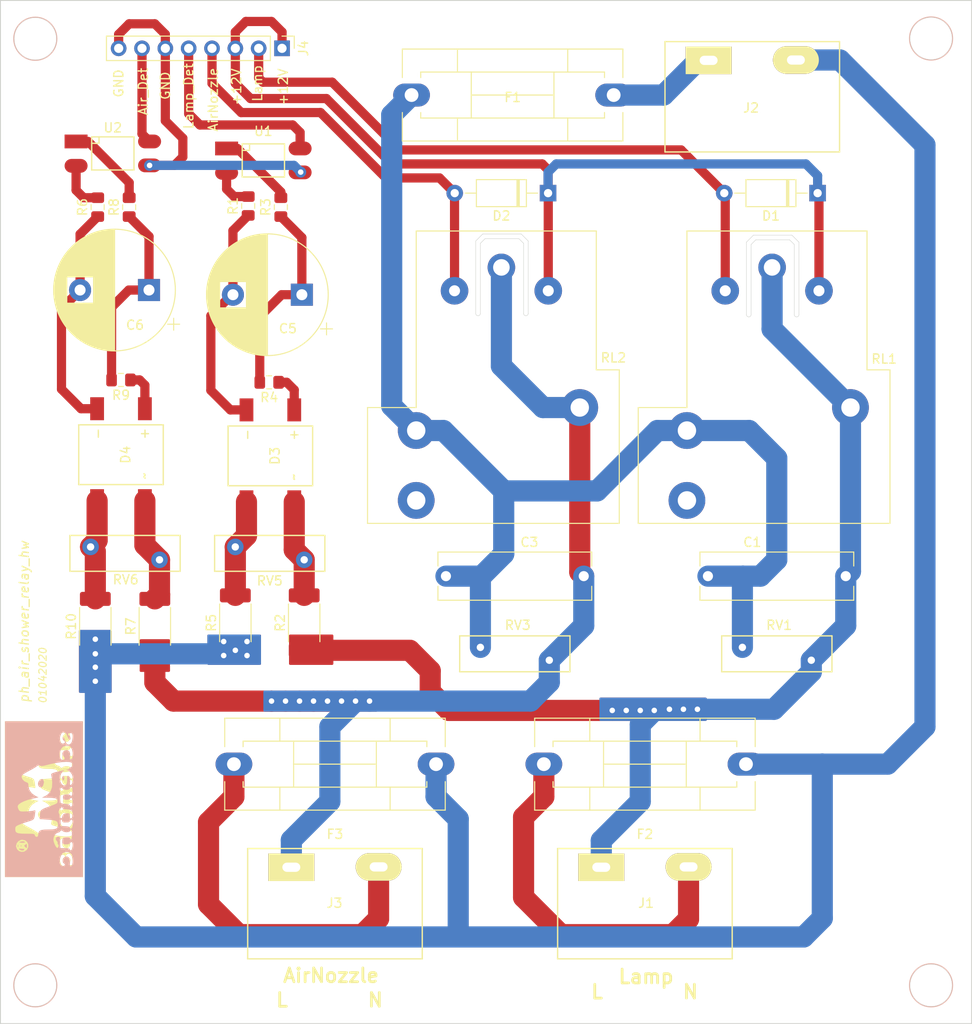
<source format=kicad_pcb>
(kicad_pcb (version 20171130) (host pcbnew "(5.1.5)-3")

  (general
    (thickness 1.6)
    (drawings 164)
    (tracks 250)
    (zones 0)
    (modules 35)
    (nets 30)
  )

  (page A4)
  (layers
    (0 F.Cu signal)
    (31 B.Cu signal)
    (32 B.Adhes user)
    (33 F.Adhes user)
    (34 B.Paste user)
    (35 F.Paste user)
    (36 B.SilkS user)
    (37 F.SilkS user)
    (38 B.Mask user)
    (39 F.Mask user)
    (40 Dwgs.User user hide)
    (41 Cmts.User user hide)
    (42 Eco1.User user hide)
    (43 Eco2.User user hide)
    (44 Edge.Cuts user)
    (45 Margin user hide)
    (46 B.CrtYd user hide)
    (47 F.CrtYd user hide)
    (48 B.Fab user hide)
    (49 F.Fab user hide)
  )

  (setup
    (last_trace_width 0.25)
    (user_trace_width 0.7)
    (user_trace_width 1)
    (user_trace_width 1.5)
    (user_trace_width 2.3)
    (trace_clearance 0.35)
    (zone_clearance 0.625)
    (zone_45_only no)
    (trace_min 0.2)
    (via_size 0.8)
    (via_drill 0.4)
    (via_min_size 0.4)
    (via_min_drill 0.3)
    (user_via 1 0.5)
    (user_via 1.2 0.6)
    (uvia_size 0.3)
    (uvia_drill 0.1)
    (uvias_allowed no)
    (uvia_min_size 0.2)
    (uvia_min_drill 0.1)
    (edge_width 0.05)
    (segment_width 0.2)
    (pcb_text_width 0.3)
    (pcb_text_size 1.5 1.5)
    (mod_edge_width 0.12)
    (mod_text_size 1 1)
    (mod_text_width 0.15)
    (pad_size 1.524 1.524)
    (pad_drill 0.762)
    (pad_to_mask_clearance 0.051)
    (solder_mask_min_width 0.25)
    (aux_axis_origin 0 0)
    (grid_origin 150.529 107.137)
    (visible_elements 7FFFFFFF)
    (pcbplotparams
      (layerselection 0x010fc_ffffffff)
      (usegerberextensions true)
      (usegerberattributes false)
      (usegerberadvancedattributes false)
      (creategerberjobfile false)
      (excludeedgelayer true)
      (linewidth 0.100000)
      (plotframeref false)
      (viasonmask false)
      (mode 1)
      (useauxorigin false)
      (hpglpennumber 1)
      (hpglpenspeed 20)
      (hpglpendiameter 15.000000)
      (psnegative false)
      (psa4output false)
      (plotreference true)
      (plotvalue true)
      (plotinvisibletext false)
      (padsonsilk false)
      (subtractmaskfromsilk false)
      (outputformat 1)
      (mirror false)
      (drillshape 0)
      (scaleselection 1)
      (outputdirectory "gerber/gerber_ph_pcr_cabinet_relay_hw/"))
  )

  (net 0 "")
  (net 1 /L)
  (net 2 /L1)
  (net 3 /L2)
  (net 4 "Net-(C5-Pad2)")
  (net 5 "Net-(C5-Pad1)")
  (net 6 "Net-(C6-Pad1)")
  (net 7 "Net-(C6-Pad2)")
  (net 8 /RELAY1)
  (net 9 +12V)
  (net 10 /RELAY2)
  (net 11 "Net-(D3-Pad1)")
  (net 12 "Net-(D3-Pad2)")
  (net 13 "Net-(D3-Pad3)")
  (net 14 "Net-(D4-Pad3)")
  (net 15 "Net-(D4-Pad2)")
  (net 16 "Net-(D4-Pad1)")
  (net 17 "Net-(F1-Pad2)")
  (net 18 /N)
  (net 19 "Net-(F2-Pad2)")
  (net 20 "Net-(F3-Pad2)")
  (net 21 /LAMP_DET)
  (net 22 GND)
  (net 23 /AIR_DET)
  (net 24 "Net-(R1-Pad2)")
  (net 25 "Net-(R3-Pad2)")
  (net 26 "Net-(R6-Pad2)")
  (net 27 "Net-(R8-Pad2)")
  (net 28 "Net-(RL1-Pad6)")
  (net 29 "Net-(RL2-Pad6)")

  (net_class Default "This is the default net class."
    (clearance 0.35)
    (trace_width 0.25)
    (via_dia 0.8)
    (via_drill 0.4)
    (uvia_dia 0.3)
    (uvia_drill 0.1)
    (add_net +12V)
    (add_net /AIR_DET)
    (add_net /L)
    (add_net /L1)
    (add_net /L2)
    (add_net /LAMP_DET)
    (add_net /N)
    (add_net /RELAY1)
    (add_net /RELAY2)
    (add_net GND)
    (add_net "Net-(C5-Pad1)")
    (add_net "Net-(C5-Pad2)")
    (add_net "Net-(C6-Pad1)")
    (add_net "Net-(C6-Pad2)")
    (add_net "Net-(D3-Pad1)")
    (add_net "Net-(D3-Pad2)")
    (add_net "Net-(D3-Pad3)")
    (add_net "Net-(D4-Pad1)")
    (add_net "Net-(D4-Pad2)")
    (add_net "Net-(D4-Pad3)")
    (add_net "Net-(F1-Pad2)")
    (add_net "Net-(F2-Pad2)")
    (add_net "Net-(F3-Pad2)")
    (add_net "Net-(R1-Pad2)")
    (add_net "Net-(R3-Pad2)")
    (add_net "Net-(R6-Pad2)")
    (add_net "Net-(R8-Pad2)")
    (add_net "Net-(RL1-Pad6)")
    (add_net "Net-(RL2-Pad6)")
  )

  (net_class 2mm ""
    (clearance 1)
    (trace_width 1.05)
    (via_dia 4)
    (via_drill 2)
    (uvia_dia 1.5)
    (uvia_drill 0.5)
    (diff_pair_width 1)
    (diff_pair_gap 1.05)
  )

  (module Capacitors_THT:C_Rect_L16.5mm_W5.0mm_P15.00mm_MKT (layer F.Cu) (tedit 5AE50EF0) (tstamp 5E846D61)
    (at 201.964 99.009)
    (descr "C, Rect series, Radial, pin pitch=15.00mm, , length*width=16.5*5mm^2, Capacitor, https://en.tdk.eu/inf/20/20/db/fc_2009/MKT_B32560_564.pdf")
    (tags "C Rect series Radial pin pitch 15.00mm  length 16.5mm width 5mm Capacitor")
    (path /5E79A182)
    (fp_text reference C1 (at 4.826 -3.683) (layer F.SilkS)
      (effects (font (size 1 1) (thickness 0.15)))
    )
    (fp_text value 152 (at 7.5 3.75) (layer F.Fab)
      (effects (font (size 1 1) (thickness 0.15)))
    )
    (fp_text user %R (at 7.5 0) (layer F.Fab)
      (effects (font (size 1 1) (thickness 0.15)))
    )
    (fp_line (start 16.35 -2.75) (end -1.35 -2.75) (layer F.CrtYd) (width 0.05))
    (fp_line (start 16.35 2.75) (end 16.35 -2.75) (layer F.CrtYd) (width 0.05))
    (fp_line (start -1.35 2.75) (end 16.35 2.75) (layer F.CrtYd) (width 0.05))
    (fp_line (start -1.35 -2.75) (end -1.35 2.75) (layer F.CrtYd) (width 0.05))
    (fp_line (start 15.87 1.104) (end 15.87 2.62) (layer F.SilkS) (width 0.12))
    (fp_line (start 15.87 -2.62) (end 15.87 -1.104) (layer F.SilkS) (width 0.12))
    (fp_line (start -0.87 1.104) (end -0.87 2.62) (layer F.SilkS) (width 0.12))
    (fp_line (start -0.87 -2.62) (end -0.87 -1.104) (layer F.SilkS) (width 0.12))
    (fp_line (start -0.87 2.62) (end 15.87 2.62) (layer F.SilkS) (width 0.12))
    (fp_line (start -0.87 -2.62) (end 15.87 -2.62) (layer F.SilkS) (width 0.12))
    (fp_line (start 15.75 -2.5) (end -0.75 -2.5) (layer F.Fab) (width 0.1))
    (fp_line (start 15.75 2.5) (end 15.75 -2.5) (layer F.Fab) (width 0.1))
    (fp_line (start -0.75 2.5) (end 15.75 2.5) (layer F.Fab) (width 0.1))
    (fp_line (start -0.75 -2.5) (end -0.75 2.5) (layer F.Fab) (width 0.1))
    (pad 2 thru_hole circle (at 15 0) (size 2.2 2.2) (drill 1.1) (layers *.Cu *.Mask)
      (net 2 /L1))
    (pad 1 thru_hole circle (at 0 0) (size 2.2 2.2) (drill 1.1) (layers *.Cu *.Mask)
      (net 1 /L))
    (model ${KISYS3DMOD}/Capacitor_THT.3dshapes/C_Rect_L16.5mm_W5.0mm_P15.00mm_MKT.wrl
      (at (xyz 0 0 0))
      (scale (xyz 1 1 1))
      (rotate (xyz 0 0 0))
    )
  )

  (module Capacitors_THT:C_Rect_L16.5mm_W5.0mm_P15.00mm_MKT (layer F.Cu) (tedit 5AE50EF0) (tstamp 5E846D76)
    (at 173.449 99.009)
    (descr "C, Rect series, Radial, pin pitch=15.00mm, , length*width=16.5*5mm^2, Capacitor, https://en.tdk.eu/inf/20/20/db/fc_2009/MKT_B32560_564.pdf")
    (tags "C Rect series Radial pin pitch 15.00mm  length 16.5mm width 5mm Capacitor")
    (path /5E7DFB83)
    (fp_text reference C3 (at 9.084 -3.683) (layer F.SilkS)
      (effects (font (size 1 1) (thickness 0.15)))
    )
    (fp_text value 152 (at 7.5 3.75) (layer F.Fab)
      (effects (font (size 1 1) (thickness 0.15)))
    )
    (fp_text user %R (at 7.5 0) (layer F.Fab)
      (effects (font (size 1 1) (thickness 0.15)))
    )
    (fp_line (start 16.35 -2.75) (end -1.35 -2.75) (layer F.CrtYd) (width 0.05))
    (fp_line (start 16.35 2.75) (end 16.35 -2.75) (layer F.CrtYd) (width 0.05))
    (fp_line (start -1.35 2.75) (end 16.35 2.75) (layer F.CrtYd) (width 0.05))
    (fp_line (start -1.35 -2.75) (end -1.35 2.75) (layer F.CrtYd) (width 0.05))
    (fp_line (start 15.87 1.104) (end 15.87 2.62) (layer F.SilkS) (width 0.12))
    (fp_line (start 15.87 -2.62) (end 15.87 -1.104) (layer F.SilkS) (width 0.12))
    (fp_line (start -0.87 1.104) (end -0.87 2.62) (layer F.SilkS) (width 0.12))
    (fp_line (start -0.87 -2.62) (end -0.87 -1.104) (layer F.SilkS) (width 0.12))
    (fp_line (start -0.87 2.62) (end 15.87 2.62) (layer F.SilkS) (width 0.12))
    (fp_line (start -0.87 -2.62) (end 15.87 -2.62) (layer F.SilkS) (width 0.12))
    (fp_line (start 15.75 -2.5) (end -0.75 -2.5) (layer F.Fab) (width 0.1))
    (fp_line (start 15.75 2.5) (end 15.75 -2.5) (layer F.Fab) (width 0.1))
    (fp_line (start -0.75 2.5) (end 15.75 2.5) (layer F.Fab) (width 0.1))
    (fp_line (start -0.75 -2.5) (end -0.75 2.5) (layer F.Fab) (width 0.1))
    (pad 2 thru_hole circle (at 15 0) (size 2.2 2.2) (drill 1.1) (layers *.Cu *.Mask)
      (net 3 /L2))
    (pad 1 thru_hole circle (at 0 0) (size 2.2 2.2) (drill 1.1) (layers *.Cu *.Mask)
      (net 1 /L))
    (model ${KISYS3DMOD}/Capacitor_THT.3dshapes/C_Rect_L16.5mm_W5.0mm_P15.00mm_MKT.wrl
      (at (xyz 0 0 0))
      (scale (xyz 1 1 1))
      (rotate (xyz 0 0 0))
    )
  )

  (module Capacitors_THT:CP_Radial_D13.0mm_P7.50mm (layer F.Cu) (tedit 5AE50EF1) (tstamp 5E846E72)
    (at 157.768 68.402 180)
    (descr "CP, Radial series, Radial, pin pitch=7.50mm, , diameter=13mm, Electrolytic Capacitor")
    (tags "CP Radial series Radial pin pitch 7.50mm  diameter 13mm Electrolytic Capacitor")
    (path /5E7FEDDA)
    (fp_text reference C5 (at 1.524 -3.683) (layer F.SilkS)
      (effects (font (size 1 1) (thickness 0.15)))
    )
    (fp_text value CP (at 3.75 7.75) (layer F.Fab)
      (effects (font (size 1 1) (thickness 0.15)))
    )
    (fp_text user %R (at 3.75 0) (layer F.Fab)
      (effects (font (size 1 1) (thickness 0.15)))
    )
    (fp_line (start -2.684569 -4.365) (end -2.684569 -3.065) (layer F.SilkS) (width 0.12))
    (fp_line (start -3.334569 -3.715) (end -2.034569 -3.715) (layer F.SilkS) (width 0.12))
    (fp_line (start 10.351 -0.475) (end 10.351 0.475) (layer F.SilkS) (width 0.12))
    (fp_line (start 10.311 -0.85) (end 10.311 0.85) (layer F.SilkS) (width 0.12))
    (fp_line (start 10.271 -1.107) (end 10.271 1.107) (layer F.SilkS) (width 0.12))
    (fp_line (start 10.231 -1.315) (end 10.231 1.315) (layer F.SilkS) (width 0.12))
    (fp_line (start 10.191 -1.494) (end 10.191 1.494) (layer F.SilkS) (width 0.12))
    (fp_line (start 10.151 -1.653) (end 10.151 1.653) (layer F.SilkS) (width 0.12))
    (fp_line (start 10.111 -1.798) (end 10.111 1.798) (layer F.SilkS) (width 0.12))
    (fp_line (start 10.071 -1.931) (end 10.071 1.931) (layer F.SilkS) (width 0.12))
    (fp_line (start 10.031 -2.055) (end 10.031 2.055) (layer F.SilkS) (width 0.12))
    (fp_line (start 9.991 -2.171) (end 9.991 2.171) (layer F.SilkS) (width 0.12))
    (fp_line (start 9.951 -2.281) (end 9.951 2.281) (layer F.SilkS) (width 0.12))
    (fp_line (start 9.911 -2.385) (end 9.911 2.385) (layer F.SilkS) (width 0.12))
    (fp_line (start 9.871 -2.484) (end 9.871 2.484) (layer F.SilkS) (width 0.12))
    (fp_line (start 9.831 -2.579) (end 9.831 2.579) (layer F.SilkS) (width 0.12))
    (fp_line (start 9.791 -2.67) (end 9.791 2.67) (layer F.SilkS) (width 0.12))
    (fp_line (start 9.751 -2.758) (end 9.751 2.758) (layer F.SilkS) (width 0.12))
    (fp_line (start 9.711 -2.842) (end 9.711 2.842) (layer F.SilkS) (width 0.12))
    (fp_line (start 9.671 -2.923) (end 9.671 2.923) (layer F.SilkS) (width 0.12))
    (fp_line (start 9.631 -3.002) (end 9.631 3.002) (layer F.SilkS) (width 0.12))
    (fp_line (start 9.591 -3.078) (end 9.591 3.078) (layer F.SilkS) (width 0.12))
    (fp_line (start 9.551 -3.152) (end 9.551 3.152) (layer F.SilkS) (width 0.12))
    (fp_line (start 9.511 -3.223) (end 9.511 3.223) (layer F.SilkS) (width 0.12))
    (fp_line (start 9.471 -3.293) (end 9.471 3.293) (layer F.SilkS) (width 0.12))
    (fp_line (start 9.431 -3.361) (end 9.431 3.361) (layer F.SilkS) (width 0.12))
    (fp_line (start 9.391 -3.427) (end 9.391 3.427) (layer F.SilkS) (width 0.12))
    (fp_line (start 9.351 -3.491) (end 9.351 3.491) (layer F.SilkS) (width 0.12))
    (fp_line (start 9.311 -3.554) (end 9.311 3.554) (layer F.SilkS) (width 0.12))
    (fp_line (start 9.271 -3.615) (end 9.271 3.615) (layer F.SilkS) (width 0.12))
    (fp_line (start 9.231 -3.675) (end 9.231 3.675) (layer F.SilkS) (width 0.12))
    (fp_line (start 9.191 -3.733) (end 9.191 3.733) (layer F.SilkS) (width 0.12))
    (fp_line (start 9.151 -3.79) (end 9.151 3.79) (layer F.SilkS) (width 0.12))
    (fp_line (start 9.111 -3.846) (end 9.111 3.846) (layer F.SilkS) (width 0.12))
    (fp_line (start 9.071 -3.9) (end 9.071 3.9) (layer F.SilkS) (width 0.12))
    (fp_line (start 9.031 -3.954) (end 9.031 3.954) (layer F.SilkS) (width 0.12))
    (fp_line (start 8.991 -4.006) (end 8.991 4.006) (layer F.SilkS) (width 0.12))
    (fp_line (start 8.951 -4.057) (end 8.951 4.057) (layer F.SilkS) (width 0.12))
    (fp_line (start 8.911 1.44) (end 8.911 4.108) (layer F.SilkS) (width 0.12))
    (fp_line (start 8.911 -4.108) (end 8.911 -1.44) (layer F.SilkS) (width 0.12))
    (fp_line (start 8.871 1.44) (end 8.871 4.157) (layer F.SilkS) (width 0.12))
    (fp_line (start 8.871 -4.157) (end 8.871 -1.44) (layer F.SilkS) (width 0.12))
    (fp_line (start 8.831 1.44) (end 8.831 4.205) (layer F.SilkS) (width 0.12))
    (fp_line (start 8.831 -4.205) (end 8.831 -1.44) (layer F.SilkS) (width 0.12))
    (fp_line (start 8.791 1.44) (end 8.791 4.253) (layer F.SilkS) (width 0.12))
    (fp_line (start 8.791 -4.253) (end 8.791 -1.44) (layer F.SilkS) (width 0.12))
    (fp_line (start 8.751 1.44) (end 8.751 4.299) (layer F.SilkS) (width 0.12))
    (fp_line (start 8.751 -4.299) (end 8.751 -1.44) (layer F.SilkS) (width 0.12))
    (fp_line (start 8.711 1.44) (end 8.711 4.345) (layer F.SilkS) (width 0.12))
    (fp_line (start 8.711 -4.345) (end 8.711 -1.44) (layer F.SilkS) (width 0.12))
    (fp_line (start 8.671 1.44) (end 8.671 4.39) (layer F.SilkS) (width 0.12))
    (fp_line (start 8.671 -4.39) (end 8.671 -1.44) (layer F.SilkS) (width 0.12))
    (fp_line (start 8.631 1.44) (end 8.631 4.434) (layer F.SilkS) (width 0.12))
    (fp_line (start 8.631 -4.434) (end 8.631 -1.44) (layer F.SilkS) (width 0.12))
    (fp_line (start 8.591 1.44) (end 8.591 4.477) (layer F.SilkS) (width 0.12))
    (fp_line (start 8.591 -4.477) (end 8.591 -1.44) (layer F.SilkS) (width 0.12))
    (fp_line (start 8.551 1.44) (end 8.551 4.519) (layer F.SilkS) (width 0.12))
    (fp_line (start 8.551 -4.519) (end 8.551 -1.44) (layer F.SilkS) (width 0.12))
    (fp_line (start 8.511 1.44) (end 8.511 4.561) (layer F.SilkS) (width 0.12))
    (fp_line (start 8.511 -4.561) (end 8.511 -1.44) (layer F.SilkS) (width 0.12))
    (fp_line (start 8.471 1.44) (end 8.471 4.602) (layer F.SilkS) (width 0.12))
    (fp_line (start 8.471 -4.602) (end 8.471 -1.44) (layer F.SilkS) (width 0.12))
    (fp_line (start 8.431 1.44) (end 8.431 4.643) (layer F.SilkS) (width 0.12))
    (fp_line (start 8.431 -4.643) (end 8.431 -1.44) (layer F.SilkS) (width 0.12))
    (fp_line (start 8.391 1.44) (end 8.391 4.682) (layer F.SilkS) (width 0.12))
    (fp_line (start 8.391 -4.682) (end 8.391 -1.44) (layer F.SilkS) (width 0.12))
    (fp_line (start 8.351 1.44) (end 8.351 4.721) (layer F.SilkS) (width 0.12))
    (fp_line (start 8.351 -4.721) (end 8.351 -1.44) (layer F.SilkS) (width 0.12))
    (fp_line (start 8.311 1.44) (end 8.311 4.76) (layer F.SilkS) (width 0.12))
    (fp_line (start 8.311 -4.76) (end 8.311 -1.44) (layer F.SilkS) (width 0.12))
    (fp_line (start 8.271 1.44) (end 8.271 4.797) (layer F.SilkS) (width 0.12))
    (fp_line (start 8.271 -4.797) (end 8.271 -1.44) (layer F.SilkS) (width 0.12))
    (fp_line (start 8.231 1.44) (end 8.231 4.834) (layer F.SilkS) (width 0.12))
    (fp_line (start 8.231 -4.834) (end 8.231 -1.44) (layer F.SilkS) (width 0.12))
    (fp_line (start 8.191 1.44) (end 8.191 4.871) (layer F.SilkS) (width 0.12))
    (fp_line (start 8.191 -4.871) (end 8.191 -1.44) (layer F.SilkS) (width 0.12))
    (fp_line (start 8.151 1.44) (end 8.151 4.907) (layer F.SilkS) (width 0.12))
    (fp_line (start 8.151 -4.907) (end 8.151 -1.44) (layer F.SilkS) (width 0.12))
    (fp_line (start 8.111 1.44) (end 8.111 4.942) (layer F.SilkS) (width 0.12))
    (fp_line (start 8.111 -4.942) (end 8.111 -1.44) (layer F.SilkS) (width 0.12))
    (fp_line (start 8.071 1.44) (end 8.071 4.977) (layer F.SilkS) (width 0.12))
    (fp_line (start 8.071 -4.977) (end 8.071 -1.44) (layer F.SilkS) (width 0.12))
    (fp_line (start 8.031 1.44) (end 8.031 5.011) (layer F.SilkS) (width 0.12))
    (fp_line (start 8.031 -5.011) (end 8.031 -1.44) (layer F.SilkS) (width 0.12))
    (fp_line (start 7.991 1.44) (end 7.991 5.044) (layer F.SilkS) (width 0.12))
    (fp_line (start 7.991 -5.044) (end 7.991 -1.44) (layer F.SilkS) (width 0.12))
    (fp_line (start 7.951 1.44) (end 7.951 5.078) (layer F.SilkS) (width 0.12))
    (fp_line (start 7.951 -5.078) (end 7.951 -1.44) (layer F.SilkS) (width 0.12))
    (fp_line (start 7.911 1.44) (end 7.911 5.11) (layer F.SilkS) (width 0.12))
    (fp_line (start 7.911 -5.11) (end 7.911 -1.44) (layer F.SilkS) (width 0.12))
    (fp_line (start 7.871 1.44) (end 7.871 5.142) (layer F.SilkS) (width 0.12))
    (fp_line (start 7.871 -5.142) (end 7.871 -1.44) (layer F.SilkS) (width 0.12))
    (fp_line (start 7.831 1.44) (end 7.831 5.174) (layer F.SilkS) (width 0.12))
    (fp_line (start 7.831 -5.174) (end 7.831 -1.44) (layer F.SilkS) (width 0.12))
    (fp_line (start 7.791 1.44) (end 7.791 5.205) (layer F.SilkS) (width 0.12))
    (fp_line (start 7.791 -5.205) (end 7.791 -1.44) (layer F.SilkS) (width 0.12))
    (fp_line (start 7.751 1.44) (end 7.751 5.235) (layer F.SilkS) (width 0.12))
    (fp_line (start 7.751 -5.235) (end 7.751 -1.44) (layer F.SilkS) (width 0.12))
    (fp_line (start 7.711 1.44) (end 7.711 5.265) (layer F.SilkS) (width 0.12))
    (fp_line (start 7.711 -5.265) (end 7.711 -1.44) (layer F.SilkS) (width 0.12))
    (fp_line (start 7.671 1.44) (end 7.671 5.295) (layer F.SilkS) (width 0.12))
    (fp_line (start 7.671 -5.295) (end 7.671 -1.44) (layer F.SilkS) (width 0.12))
    (fp_line (start 7.631 1.44) (end 7.631 5.324) (layer F.SilkS) (width 0.12))
    (fp_line (start 7.631 -5.324) (end 7.631 -1.44) (layer F.SilkS) (width 0.12))
    (fp_line (start 7.591 1.44) (end 7.591 5.353) (layer F.SilkS) (width 0.12))
    (fp_line (start 7.591 -5.353) (end 7.591 -1.44) (layer F.SilkS) (width 0.12))
    (fp_line (start 7.551 1.44) (end 7.551 5.381) (layer F.SilkS) (width 0.12))
    (fp_line (start 7.551 -5.381) (end 7.551 -1.44) (layer F.SilkS) (width 0.12))
    (fp_line (start 7.511 1.44) (end 7.511 5.409) (layer F.SilkS) (width 0.12))
    (fp_line (start 7.511 -5.409) (end 7.511 -1.44) (layer F.SilkS) (width 0.12))
    (fp_line (start 7.471 1.44) (end 7.471 5.436) (layer F.SilkS) (width 0.12))
    (fp_line (start 7.471 -5.436) (end 7.471 -1.44) (layer F.SilkS) (width 0.12))
    (fp_line (start 7.431 1.44) (end 7.431 5.463) (layer F.SilkS) (width 0.12))
    (fp_line (start 7.431 -5.463) (end 7.431 -1.44) (layer F.SilkS) (width 0.12))
    (fp_line (start 7.391 1.44) (end 7.391 5.49) (layer F.SilkS) (width 0.12))
    (fp_line (start 7.391 -5.49) (end 7.391 -1.44) (layer F.SilkS) (width 0.12))
    (fp_line (start 7.351 1.44) (end 7.351 5.516) (layer F.SilkS) (width 0.12))
    (fp_line (start 7.351 -5.516) (end 7.351 -1.44) (layer F.SilkS) (width 0.12))
    (fp_line (start 7.311 1.44) (end 7.311 5.542) (layer F.SilkS) (width 0.12))
    (fp_line (start 7.311 -5.542) (end 7.311 -1.44) (layer F.SilkS) (width 0.12))
    (fp_line (start 7.271 1.44) (end 7.271 5.567) (layer F.SilkS) (width 0.12))
    (fp_line (start 7.271 -5.567) (end 7.271 -1.44) (layer F.SilkS) (width 0.12))
    (fp_line (start 7.231 1.44) (end 7.231 5.592) (layer F.SilkS) (width 0.12))
    (fp_line (start 7.231 -5.592) (end 7.231 -1.44) (layer F.SilkS) (width 0.12))
    (fp_line (start 7.191 1.44) (end 7.191 5.617) (layer F.SilkS) (width 0.12))
    (fp_line (start 7.191 -5.617) (end 7.191 -1.44) (layer F.SilkS) (width 0.12))
    (fp_line (start 7.151 1.44) (end 7.151 5.641) (layer F.SilkS) (width 0.12))
    (fp_line (start 7.151 -5.641) (end 7.151 -1.44) (layer F.SilkS) (width 0.12))
    (fp_line (start 7.111 1.44) (end 7.111 5.664) (layer F.SilkS) (width 0.12))
    (fp_line (start 7.111 -5.664) (end 7.111 -1.44) (layer F.SilkS) (width 0.12))
    (fp_line (start 7.071 1.44) (end 7.071 5.688) (layer F.SilkS) (width 0.12))
    (fp_line (start 7.071 -5.688) (end 7.071 -1.44) (layer F.SilkS) (width 0.12))
    (fp_line (start 7.031 1.44) (end 7.031 5.711) (layer F.SilkS) (width 0.12))
    (fp_line (start 7.031 -5.711) (end 7.031 -1.44) (layer F.SilkS) (width 0.12))
    (fp_line (start 6.991 1.44) (end 6.991 5.733) (layer F.SilkS) (width 0.12))
    (fp_line (start 6.991 -5.733) (end 6.991 -1.44) (layer F.SilkS) (width 0.12))
    (fp_line (start 6.951 1.44) (end 6.951 5.756) (layer F.SilkS) (width 0.12))
    (fp_line (start 6.951 -5.756) (end 6.951 -1.44) (layer F.SilkS) (width 0.12))
    (fp_line (start 6.911 1.44) (end 6.911 5.778) (layer F.SilkS) (width 0.12))
    (fp_line (start 6.911 -5.778) (end 6.911 -1.44) (layer F.SilkS) (width 0.12))
    (fp_line (start 6.871 1.44) (end 6.871 5.799) (layer F.SilkS) (width 0.12))
    (fp_line (start 6.871 -5.799) (end 6.871 -1.44) (layer F.SilkS) (width 0.12))
    (fp_line (start 6.831 1.44) (end 6.831 5.82) (layer F.SilkS) (width 0.12))
    (fp_line (start 6.831 -5.82) (end 6.831 -1.44) (layer F.SilkS) (width 0.12))
    (fp_line (start 6.791 1.44) (end 6.791 5.841) (layer F.SilkS) (width 0.12))
    (fp_line (start 6.791 -5.841) (end 6.791 -1.44) (layer F.SilkS) (width 0.12))
    (fp_line (start 6.751 1.44) (end 6.751 5.862) (layer F.SilkS) (width 0.12))
    (fp_line (start 6.751 -5.862) (end 6.751 -1.44) (layer F.SilkS) (width 0.12))
    (fp_line (start 6.711 1.44) (end 6.711 5.882) (layer F.SilkS) (width 0.12))
    (fp_line (start 6.711 -5.882) (end 6.711 -1.44) (layer F.SilkS) (width 0.12))
    (fp_line (start 6.671 1.44) (end 6.671 5.902) (layer F.SilkS) (width 0.12))
    (fp_line (start 6.671 -5.902) (end 6.671 -1.44) (layer F.SilkS) (width 0.12))
    (fp_line (start 6.631 1.44) (end 6.631 5.921) (layer F.SilkS) (width 0.12))
    (fp_line (start 6.631 -5.921) (end 6.631 -1.44) (layer F.SilkS) (width 0.12))
    (fp_line (start 6.591 1.44) (end 6.591 5.94) (layer F.SilkS) (width 0.12))
    (fp_line (start 6.591 -5.94) (end 6.591 -1.44) (layer F.SilkS) (width 0.12))
    (fp_line (start 6.551 1.44) (end 6.551 5.959) (layer F.SilkS) (width 0.12))
    (fp_line (start 6.551 -5.959) (end 6.551 -1.44) (layer F.SilkS) (width 0.12))
    (fp_line (start 6.511 1.44) (end 6.511 5.978) (layer F.SilkS) (width 0.12))
    (fp_line (start 6.511 -5.978) (end 6.511 -1.44) (layer F.SilkS) (width 0.12))
    (fp_line (start 6.471 1.44) (end 6.471 5.996) (layer F.SilkS) (width 0.12))
    (fp_line (start 6.471 -5.996) (end 6.471 -1.44) (layer F.SilkS) (width 0.12))
    (fp_line (start 6.431 1.44) (end 6.431 6.014) (layer F.SilkS) (width 0.12))
    (fp_line (start 6.431 -6.014) (end 6.431 -1.44) (layer F.SilkS) (width 0.12))
    (fp_line (start 6.391 1.44) (end 6.391 6.031) (layer F.SilkS) (width 0.12))
    (fp_line (start 6.391 -6.031) (end 6.391 -1.44) (layer F.SilkS) (width 0.12))
    (fp_line (start 6.351 1.44) (end 6.351 6.049) (layer F.SilkS) (width 0.12))
    (fp_line (start 6.351 -6.049) (end 6.351 -1.44) (layer F.SilkS) (width 0.12))
    (fp_line (start 6.311 1.44) (end 6.311 6.065) (layer F.SilkS) (width 0.12))
    (fp_line (start 6.311 -6.065) (end 6.311 -1.44) (layer F.SilkS) (width 0.12))
    (fp_line (start 6.271 1.44) (end 6.271 6.082) (layer F.SilkS) (width 0.12))
    (fp_line (start 6.271 -6.082) (end 6.271 -1.44) (layer F.SilkS) (width 0.12))
    (fp_line (start 6.231 1.44) (end 6.231 6.098) (layer F.SilkS) (width 0.12))
    (fp_line (start 6.231 -6.098) (end 6.231 -1.44) (layer F.SilkS) (width 0.12))
    (fp_line (start 6.191 1.44) (end 6.191 6.114) (layer F.SilkS) (width 0.12))
    (fp_line (start 6.191 -6.114) (end 6.191 -1.44) (layer F.SilkS) (width 0.12))
    (fp_line (start 6.151 1.44) (end 6.151 6.13) (layer F.SilkS) (width 0.12))
    (fp_line (start 6.151 -6.13) (end 6.151 -1.44) (layer F.SilkS) (width 0.12))
    (fp_line (start 6.111 1.44) (end 6.111 6.146) (layer F.SilkS) (width 0.12))
    (fp_line (start 6.111 -6.146) (end 6.111 -1.44) (layer F.SilkS) (width 0.12))
    (fp_line (start 6.071 1.44) (end 6.071 6.161) (layer F.SilkS) (width 0.12))
    (fp_line (start 6.071 -6.161) (end 6.071 -1.44) (layer F.SilkS) (width 0.12))
    (fp_line (start 6.031 -6.175) (end 6.031 6.175) (layer F.SilkS) (width 0.12))
    (fp_line (start 5.991 -6.19) (end 5.991 6.19) (layer F.SilkS) (width 0.12))
    (fp_line (start 5.951 -6.204) (end 5.951 6.204) (layer F.SilkS) (width 0.12))
    (fp_line (start 5.911 -6.218) (end 5.911 6.218) (layer F.SilkS) (width 0.12))
    (fp_line (start 5.871 -6.232) (end 5.871 6.232) (layer F.SilkS) (width 0.12))
    (fp_line (start 5.831 -6.245) (end 5.831 6.245) (layer F.SilkS) (width 0.12))
    (fp_line (start 5.791 -6.258) (end 5.791 6.258) (layer F.SilkS) (width 0.12))
    (fp_line (start 5.751 -6.271) (end 5.751 6.271) (layer F.SilkS) (width 0.12))
    (fp_line (start 5.711 -6.284) (end 5.711 6.284) (layer F.SilkS) (width 0.12))
    (fp_line (start 5.671 -6.296) (end 5.671 6.296) (layer F.SilkS) (width 0.12))
    (fp_line (start 5.631 -6.308) (end 5.631 6.308) (layer F.SilkS) (width 0.12))
    (fp_line (start 5.591 -6.32) (end 5.591 6.32) (layer F.SilkS) (width 0.12))
    (fp_line (start 5.551 -6.331) (end 5.551 6.331) (layer F.SilkS) (width 0.12))
    (fp_line (start 5.511 -6.342) (end 5.511 6.342) (layer F.SilkS) (width 0.12))
    (fp_line (start 5.471 -6.353) (end 5.471 6.353) (layer F.SilkS) (width 0.12))
    (fp_line (start 5.431 -6.364) (end 5.431 6.364) (layer F.SilkS) (width 0.12))
    (fp_line (start 5.391 -6.374) (end 5.391 6.374) (layer F.SilkS) (width 0.12))
    (fp_line (start 5.351 -6.384) (end 5.351 6.384) (layer F.SilkS) (width 0.12))
    (fp_line (start 5.311 -6.394) (end 5.311 6.394) (layer F.SilkS) (width 0.12))
    (fp_line (start 5.271 -6.404) (end 5.271 6.404) (layer F.SilkS) (width 0.12))
    (fp_line (start 5.231 -6.413) (end 5.231 6.413) (layer F.SilkS) (width 0.12))
    (fp_line (start 5.191 -6.422) (end 5.191 6.422) (layer F.SilkS) (width 0.12))
    (fp_line (start 5.151 -6.431) (end 5.151 6.431) (layer F.SilkS) (width 0.12))
    (fp_line (start 5.111 -6.439) (end 5.111 6.439) (layer F.SilkS) (width 0.12))
    (fp_line (start 5.071 -6.448) (end 5.071 6.448) (layer F.SilkS) (width 0.12))
    (fp_line (start 5.031 -6.456) (end 5.031 6.456) (layer F.SilkS) (width 0.12))
    (fp_line (start 4.991 -6.463) (end 4.991 6.463) (layer F.SilkS) (width 0.12))
    (fp_line (start 4.951 -6.471) (end 4.951 6.471) (layer F.SilkS) (width 0.12))
    (fp_line (start 4.911 -6.478) (end 4.911 6.478) (layer F.SilkS) (width 0.12))
    (fp_line (start 4.871 -6.485) (end 4.871 6.485) (layer F.SilkS) (width 0.12))
    (fp_line (start 4.831 -6.492) (end 4.831 6.492) (layer F.SilkS) (width 0.12))
    (fp_line (start 4.791 -6.498) (end 4.791 6.498) (layer F.SilkS) (width 0.12))
    (fp_line (start 4.751 -6.505) (end 4.751 6.505) (layer F.SilkS) (width 0.12))
    (fp_line (start 4.711 -6.511) (end 4.711 6.511) (layer F.SilkS) (width 0.12))
    (fp_line (start 4.671 -6.516) (end 4.671 6.516) (layer F.SilkS) (width 0.12))
    (fp_line (start 4.631 -6.522) (end 4.631 6.522) (layer F.SilkS) (width 0.12))
    (fp_line (start 4.591 -6.527) (end 4.591 6.527) (layer F.SilkS) (width 0.12))
    (fp_line (start 4.551 -6.532) (end 4.551 6.532) (layer F.SilkS) (width 0.12))
    (fp_line (start 4.511 -6.537) (end 4.511 6.537) (layer F.SilkS) (width 0.12))
    (fp_line (start 4.471 -6.541) (end 4.471 6.541) (layer F.SilkS) (width 0.12))
    (fp_line (start 4.43 -6.545) (end 4.43 6.545) (layer F.SilkS) (width 0.12))
    (fp_line (start 4.39 -6.549) (end 4.39 6.549) (layer F.SilkS) (width 0.12))
    (fp_line (start 4.35 -6.553) (end 4.35 6.553) (layer F.SilkS) (width 0.12))
    (fp_line (start 4.31 -6.557) (end 4.31 6.557) (layer F.SilkS) (width 0.12))
    (fp_line (start 4.27 -6.56) (end 4.27 6.56) (layer F.SilkS) (width 0.12))
    (fp_line (start 4.23 -6.563) (end 4.23 6.563) (layer F.SilkS) (width 0.12))
    (fp_line (start 4.19 -6.566) (end 4.19 6.566) (layer F.SilkS) (width 0.12))
    (fp_line (start 4.15 -6.568) (end 4.15 6.568) (layer F.SilkS) (width 0.12))
    (fp_line (start 4.11 -6.571) (end 4.11 6.571) (layer F.SilkS) (width 0.12))
    (fp_line (start 4.07 -6.573) (end 4.07 6.573) (layer F.SilkS) (width 0.12))
    (fp_line (start 4.03 -6.575) (end 4.03 6.575) (layer F.SilkS) (width 0.12))
    (fp_line (start 3.99 -6.576) (end 3.99 6.576) (layer F.SilkS) (width 0.12))
    (fp_line (start 3.95 -6.577) (end 3.95 6.577) (layer F.SilkS) (width 0.12))
    (fp_line (start 3.91 -6.579) (end 3.91 6.579) (layer F.SilkS) (width 0.12))
    (fp_line (start 3.87 -6.579) (end 3.87 6.579) (layer F.SilkS) (width 0.12))
    (fp_line (start 3.83 -6.58) (end 3.83 6.58) (layer F.SilkS) (width 0.12))
    (fp_line (start 3.79 -6.58) (end 3.79 6.58) (layer F.SilkS) (width 0.12))
    (fp_line (start 3.75 -6.58) (end 3.75 6.58) (layer F.SilkS) (width 0.12))
    (fp_line (start -1.182015 -3.4975) (end -1.182015 -2.1975) (layer F.Fab) (width 0.1))
    (fp_line (start -1.832015 -2.8475) (end -0.532015 -2.8475) (layer F.Fab) (width 0.1))
    (fp_circle (center 3.75 0) (end 10.5 0) (layer F.CrtYd) (width 0.05))
    (fp_circle (center 3.75 0) (end 10.37 0) (layer F.SilkS) (width 0.12))
    (fp_circle (center 3.75 0) (end 10.25 0) (layer F.Fab) (width 0.1))
    (pad 2 thru_hole circle (at 7.5 0 180) (size 2.4 2.4) (drill 1.2) (layers *.Cu *.Mask)
      (net 4 "Net-(C5-Pad2)"))
    (pad 1 thru_hole rect (at 0 0 180) (size 2.4 2.4) (drill 1.2) (layers *.Cu *.Mask)
      (net 5 "Net-(C5-Pad1)"))
    (model ${KISYS3DMOD}/Capacitor_THT.3dshapes/CP_Radial_D13.0mm_P7.50mm.wrl
      (at (xyz 0 0 0))
      (scale (xyz 1 1 1))
      (rotate (xyz 0 0 0))
    )
  )

  (module Capacitors_THT:CP_Radial_D13.0mm_P7.50mm (layer F.Cu) (tedit 5AE50EF1) (tstamp 5E846F6E)
    (at 141.131 67.894 180)
    (descr "CP, Radial series, Radial, pin pitch=7.50mm, , diameter=13mm, Electrolytic Capacitor")
    (tags "CP Radial series Radial pin pitch 7.50mm  diameter 13mm Electrolytic Capacitor")
    (path /5E8302B8)
    (fp_text reference C6 (at 1.524 -3.81) (layer F.SilkS)
      (effects (font (size 1 1) (thickness 0.15)))
    )
    (fp_text value CP (at 3.75 7.75) (layer F.Fab)
      (effects (font (size 1 1) (thickness 0.15)))
    )
    (fp_text user %R (at 3.75 0) (layer F.Fab)
      (effects (font (size 1 1) (thickness 0.15)))
    )
    (fp_line (start -2.684569 -4.365) (end -2.684569 -3.065) (layer F.SilkS) (width 0.12))
    (fp_line (start -3.334569 -3.715) (end -2.034569 -3.715) (layer F.SilkS) (width 0.12))
    (fp_line (start 10.351 -0.475) (end 10.351 0.475) (layer F.SilkS) (width 0.12))
    (fp_line (start 10.311 -0.85) (end 10.311 0.85) (layer F.SilkS) (width 0.12))
    (fp_line (start 10.271 -1.107) (end 10.271 1.107) (layer F.SilkS) (width 0.12))
    (fp_line (start 10.231 -1.315) (end 10.231 1.315) (layer F.SilkS) (width 0.12))
    (fp_line (start 10.191 -1.494) (end 10.191 1.494) (layer F.SilkS) (width 0.12))
    (fp_line (start 10.151 -1.653) (end 10.151 1.653) (layer F.SilkS) (width 0.12))
    (fp_line (start 10.111 -1.798) (end 10.111 1.798) (layer F.SilkS) (width 0.12))
    (fp_line (start 10.071 -1.931) (end 10.071 1.931) (layer F.SilkS) (width 0.12))
    (fp_line (start 10.031 -2.055) (end 10.031 2.055) (layer F.SilkS) (width 0.12))
    (fp_line (start 9.991 -2.171) (end 9.991 2.171) (layer F.SilkS) (width 0.12))
    (fp_line (start 9.951 -2.281) (end 9.951 2.281) (layer F.SilkS) (width 0.12))
    (fp_line (start 9.911 -2.385) (end 9.911 2.385) (layer F.SilkS) (width 0.12))
    (fp_line (start 9.871 -2.484) (end 9.871 2.484) (layer F.SilkS) (width 0.12))
    (fp_line (start 9.831 -2.579) (end 9.831 2.579) (layer F.SilkS) (width 0.12))
    (fp_line (start 9.791 -2.67) (end 9.791 2.67) (layer F.SilkS) (width 0.12))
    (fp_line (start 9.751 -2.758) (end 9.751 2.758) (layer F.SilkS) (width 0.12))
    (fp_line (start 9.711 -2.842) (end 9.711 2.842) (layer F.SilkS) (width 0.12))
    (fp_line (start 9.671 -2.923) (end 9.671 2.923) (layer F.SilkS) (width 0.12))
    (fp_line (start 9.631 -3.002) (end 9.631 3.002) (layer F.SilkS) (width 0.12))
    (fp_line (start 9.591 -3.078) (end 9.591 3.078) (layer F.SilkS) (width 0.12))
    (fp_line (start 9.551 -3.152) (end 9.551 3.152) (layer F.SilkS) (width 0.12))
    (fp_line (start 9.511 -3.223) (end 9.511 3.223) (layer F.SilkS) (width 0.12))
    (fp_line (start 9.471 -3.293) (end 9.471 3.293) (layer F.SilkS) (width 0.12))
    (fp_line (start 9.431 -3.361) (end 9.431 3.361) (layer F.SilkS) (width 0.12))
    (fp_line (start 9.391 -3.427) (end 9.391 3.427) (layer F.SilkS) (width 0.12))
    (fp_line (start 9.351 -3.491) (end 9.351 3.491) (layer F.SilkS) (width 0.12))
    (fp_line (start 9.311 -3.554) (end 9.311 3.554) (layer F.SilkS) (width 0.12))
    (fp_line (start 9.271 -3.615) (end 9.271 3.615) (layer F.SilkS) (width 0.12))
    (fp_line (start 9.231 -3.675) (end 9.231 3.675) (layer F.SilkS) (width 0.12))
    (fp_line (start 9.191 -3.733) (end 9.191 3.733) (layer F.SilkS) (width 0.12))
    (fp_line (start 9.151 -3.79) (end 9.151 3.79) (layer F.SilkS) (width 0.12))
    (fp_line (start 9.111 -3.846) (end 9.111 3.846) (layer F.SilkS) (width 0.12))
    (fp_line (start 9.071 -3.9) (end 9.071 3.9) (layer F.SilkS) (width 0.12))
    (fp_line (start 9.031 -3.954) (end 9.031 3.954) (layer F.SilkS) (width 0.12))
    (fp_line (start 8.991 -4.006) (end 8.991 4.006) (layer F.SilkS) (width 0.12))
    (fp_line (start 8.951 -4.057) (end 8.951 4.057) (layer F.SilkS) (width 0.12))
    (fp_line (start 8.911 1.44) (end 8.911 4.108) (layer F.SilkS) (width 0.12))
    (fp_line (start 8.911 -4.108) (end 8.911 -1.44) (layer F.SilkS) (width 0.12))
    (fp_line (start 8.871 1.44) (end 8.871 4.157) (layer F.SilkS) (width 0.12))
    (fp_line (start 8.871 -4.157) (end 8.871 -1.44) (layer F.SilkS) (width 0.12))
    (fp_line (start 8.831 1.44) (end 8.831 4.205) (layer F.SilkS) (width 0.12))
    (fp_line (start 8.831 -4.205) (end 8.831 -1.44) (layer F.SilkS) (width 0.12))
    (fp_line (start 8.791 1.44) (end 8.791 4.253) (layer F.SilkS) (width 0.12))
    (fp_line (start 8.791 -4.253) (end 8.791 -1.44) (layer F.SilkS) (width 0.12))
    (fp_line (start 8.751 1.44) (end 8.751 4.299) (layer F.SilkS) (width 0.12))
    (fp_line (start 8.751 -4.299) (end 8.751 -1.44) (layer F.SilkS) (width 0.12))
    (fp_line (start 8.711 1.44) (end 8.711 4.345) (layer F.SilkS) (width 0.12))
    (fp_line (start 8.711 -4.345) (end 8.711 -1.44) (layer F.SilkS) (width 0.12))
    (fp_line (start 8.671 1.44) (end 8.671 4.39) (layer F.SilkS) (width 0.12))
    (fp_line (start 8.671 -4.39) (end 8.671 -1.44) (layer F.SilkS) (width 0.12))
    (fp_line (start 8.631 1.44) (end 8.631 4.434) (layer F.SilkS) (width 0.12))
    (fp_line (start 8.631 -4.434) (end 8.631 -1.44) (layer F.SilkS) (width 0.12))
    (fp_line (start 8.591 1.44) (end 8.591 4.477) (layer F.SilkS) (width 0.12))
    (fp_line (start 8.591 -4.477) (end 8.591 -1.44) (layer F.SilkS) (width 0.12))
    (fp_line (start 8.551 1.44) (end 8.551 4.519) (layer F.SilkS) (width 0.12))
    (fp_line (start 8.551 -4.519) (end 8.551 -1.44) (layer F.SilkS) (width 0.12))
    (fp_line (start 8.511 1.44) (end 8.511 4.561) (layer F.SilkS) (width 0.12))
    (fp_line (start 8.511 -4.561) (end 8.511 -1.44) (layer F.SilkS) (width 0.12))
    (fp_line (start 8.471 1.44) (end 8.471 4.602) (layer F.SilkS) (width 0.12))
    (fp_line (start 8.471 -4.602) (end 8.471 -1.44) (layer F.SilkS) (width 0.12))
    (fp_line (start 8.431 1.44) (end 8.431 4.643) (layer F.SilkS) (width 0.12))
    (fp_line (start 8.431 -4.643) (end 8.431 -1.44) (layer F.SilkS) (width 0.12))
    (fp_line (start 8.391 1.44) (end 8.391 4.682) (layer F.SilkS) (width 0.12))
    (fp_line (start 8.391 -4.682) (end 8.391 -1.44) (layer F.SilkS) (width 0.12))
    (fp_line (start 8.351 1.44) (end 8.351 4.721) (layer F.SilkS) (width 0.12))
    (fp_line (start 8.351 -4.721) (end 8.351 -1.44) (layer F.SilkS) (width 0.12))
    (fp_line (start 8.311 1.44) (end 8.311 4.76) (layer F.SilkS) (width 0.12))
    (fp_line (start 8.311 -4.76) (end 8.311 -1.44) (layer F.SilkS) (width 0.12))
    (fp_line (start 8.271 1.44) (end 8.271 4.797) (layer F.SilkS) (width 0.12))
    (fp_line (start 8.271 -4.797) (end 8.271 -1.44) (layer F.SilkS) (width 0.12))
    (fp_line (start 8.231 1.44) (end 8.231 4.834) (layer F.SilkS) (width 0.12))
    (fp_line (start 8.231 -4.834) (end 8.231 -1.44) (layer F.SilkS) (width 0.12))
    (fp_line (start 8.191 1.44) (end 8.191 4.871) (layer F.SilkS) (width 0.12))
    (fp_line (start 8.191 -4.871) (end 8.191 -1.44) (layer F.SilkS) (width 0.12))
    (fp_line (start 8.151 1.44) (end 8.151 4.907) (layer F.SilkS) (width 0.12))
    (fp_line (start 8.151 -4.907) (end 8.151 -1.44) (layer F.SilkS) (width 0.12))
    (fp_line (start 8.111 1.44) (end 8.111 4.942) (layer F.SilkS) (width 0.12))
    (fp_line (start 8.111 -4.942) (end 8.111 -1.44) (layer F.SilkS) (width 0.12))
    (fp_line (start 8.071 1.44) (end 8.071 4.977) (layer F.SilkS) (width 0.12))
    (fp_line (start 8.071 -4.977) (end 8.071 -1.44) (layer F.SilkS) (width 0.12))
    (fp_line (start 8.031 1.44) (end 8.031 5.011) (layer F.SilkS) (width 0.12))
    (fp_line (start 8.031 -5.011) (end 8.031 -1.44) (layer F.SilkS) (width 0.12))
    (fp_line (start 7.991 1.44) (end 7.991 5.044) (layer F.SilkS) (width 0.12))
    (fp_line (start 7.991 -5.044) (end 7.991 -1.44) (layer F.SilkS) (width 0.12))
    (fp_line (start 7.951 1.44) (end 7.951 5.078) (layer F.SilkS) (width 0.12))
    (fp_line (start 7.951 -5.078) (end 7.951 -1.44) (layer F.SilkS) (width 0.12))
    (fp_line (start 7.911 1.44) (end 7.911 5.11) (layer F.SilkS) (width 0.12))
    (fp_line (start 7.911 -5.11) (end 7.911 -1.44) (layer F.SilkS) (width 0.12))
    (fp_line (start 7.871 1.44) (end 7.871 5.142) (layer F.SilkS) (width 0.12))
    (fp_line (start 7.871 -5.142) (end 7.871 -1.44) (layer F.SilkS) (width 0.12))
    (fp_line (start 7.831 1.44) (end 7.831 5.174) (layer F.SilkS) (width 0.12))
    (fp_line (start 7.831 -5.174) (end 7.831 -1.44) (layer F.SilkS) (width 0.12))
    (fp_line (start 7.791 1.44) (end 7.791 5.205) (layer F.SilkS) (width 0.12))
    (fp_line (start 7.791 -5.205) (end 7.791 -1.44) (layer F.SilkS) (width 0.12))
    (fp_line (start 7.751 1.44) (end 7.751 5.235) (layer F.SilkS) (width 0.12))
    (fp_line (start 7.751 -5.235) (end 7.751 -1.44) (layer F.SilkS) (width 0.12))
    (fp_line (start 7.711 1.44) (end 7.711 5.265) (layer F.SilkS) (width 0.12))
    (fp_line (start 7.711 -5.265) (end 7.711 -1.44) (layer F.SilkS) (width 0.12))
    (fp_line (start 7.671 1.44) (end 7.671 5.295) (layer F.SilkS) (width 0.12))
    (fp_line (start 7.671 -5.295) (end 7.671 -1.44) (layer F.SilkS) (width 0.12))
    (fp_line (start 7.631 1.44) (end 7.631 5.324) (layer F.SilkS) (width 0.12))
    (fp_line (start 7.631 -5.324) (end 7.631 -1.44) (layer F.SilkS) (width 0.12))
    (fp_line (start 7.591 1.44) (end 7.591 5.353) (layer F.SilkS) (width 0.12))
    (fp_line (start 7.591 -5.353) (end 7.591 -1.44) (layer F.SilkS) (width 0.12))
    (fp_line (start 7.551 1.44) (end 7.551 5.381) (layer F.SilkS) (width 0.12))
    (fp_line (start 7.551 -5.381) (end 7.551 -1.44) (layer F.SilkS) (width 0.12))
    (fp_line (start 7.511 1.44) (end 7.511 5.409) (layer F.SilkS) (width 0.12))
    (fp_line (start 7.511 -5.409) (end 7.511 -1.44) (layer F.SilkS) (width 0.12))
    (fp_line (start 7.471 1.44) (end 7.471 5.436) (layer F.SilkS) (width 0.12))
    (fp_line (start 7.471 -5.436) (end 7.471 -1.44) (layer F.SilkS) (width 0.12))
    (fp_line (start 7.431 1.44) (end 7.431 5.463) (layer F.SilkS) (width 0.12))
    (fp_line (start 7.431 -5.463) (end 7.431 -1.44) (layer F.SilkS) (width 0.12))
    (fp_line (start 7.391 1.44) (end 7.391 5.49) (layer F.SilkS) (width 0.12))
    (fp_line (start 7.391 -5.49) (end 7.391 -1.44) (layer F.SilkS) (width 0.12))
    (fp_line (start 7.351 1.44) (end 7.351 5.516) (layer F.SilkS) (width 0.12))
    (fp_line (start 7.351 -5.516) (end 7.351 -1.44) (layer F.SilkS) (width 0.12))
    (fp_line (start 7.311 1.44) (end 7.311 5.542) (layer F.SilkS) (width 0.12))
    (fp_line (start 7.311 -5.542) (end 7.311 -1.44) (layer F.SilkS) (width 0.12))
    (fp_line (start 7.271 1.44) (end 7.271 5.567) (layer F.SilkS) (width 0.12))
    (fp_line (start 7.271 -5.567) (end 7.271 -1.44) (layer F.SilkS) (width 0.12))
    (fp_line (start 7.231 1.44) (end 7.231 5.592) (layer F.SilkS) (width 0.12))
    (fp_line (start 7.231 -5.592) (end 7.231 -1.44) (layer F.SilkS) (width 0.12))
    (fp_line (start 7.191 1.44) (end 7.191 5.617) (layer F.SilkS) (width 0.12))
    (fp_line (start 7.191 -5.617) (end 7.191 -1.44) (layer F.SilkS) (width 0.12))
    (fp_line (start 7.151 1.44) (end 7.151 5.641) (layer F.SilkS) (width 0.12))
    (fp_line (start 7.151 -5.641) (end 7.151 -1.44) (layer F.SilkS) (width 0.12))
    (fp_line (start 7.111 1.44) (end 7.111 5.664) (layer F.SilkS) (width 0.12))
    (fp_line (start 7.111 -5.664) (end 7.111 -1.44) (layer F.SilkS) (width 0.12))
    (fp_line (start 7.071 1.44) (end 7.071 5.688) (layer F.SilkS) (width 0.12))
    (fp_line (start 7.071 -5.688) (end 7.071 -1.44) (layer F.SilkS) (width 0.12))
    (fp_line (start 7.031 1.44) (end 7.031 5.711) (layer F.SilkS) (width 0.12))
    (fp_line (start 7.031 -5.711) (end 7.031 -1.44) (layer F.SilkS) (width 0.12))
    (fp_line (start 6.991 1.44) (end 6.991 5.733) (layer F.SilkS) (width 0.12))
    (fp_line (start 6.991 -5.733) (end 6.991 -1.44) (layer F.SilkS) (width 0.12))
    (fp_line (start 6.951 1.44) (end 6.951 5.756) (layer F.SilkS) (width 0.12))
    (fp_line (start 6.951 -5.756) (end 6.951 -1.44) (layer F.SilkS) (width 0.12))
    (fp_line (start 6.911 1.44) (end 6.911 5.778) (layer F.SilkS) (width 0.12))
    (fp_line (start 6.911 -5.778) (end 6.911 -1.44) (layer F.SilkS) (width 0.12))
    (fp_line (start 6.871 1.44) (end 6.871 5.799) (layer F.SilkS) (width 0.12))
    (fp_line (start 6.871 -5.799) (end 6.871 -1.44) (layer F.SilkS) (width 0.12))
    (fp_line (start 6.831 1.44) (end 6.831 5.82) (layer F.SilkS) (width 0.12))
    (fp_line (start 6.831 -5.82) (end 6.831 -1.44) (layer F.SilkS) (width 0.12))
    (fp_line (start 6.791 1.44) (end 6.791 5.841) (layer F.SilkS) (width 0.12))
    (fp_line (start 6.791 -5.841) (end 6.791 -1.44) (layer F.SilkS) (width 0.12))
    (fp_line (start 6.751 1.44) (end 6.751 5.862) (layer F.SilkS) (width 0.12))
    (fp_line (start 6.751 -5.862) (end 6.751 -1.44) (layer F.SilkS) (width 0.12))
    (fp_line (start 6.711 1.44) (end 6.711 5.882) (layer F.SilkS) (width 0.12))
    (fp_line (start 6.711 -5.882) (end 6.711 -1.44) (layer F.SilkS) (width 0.12))
    (fp_line (start 6.671 1.44) (end 6.671 5.902) (layer F.SilkS) (width 0.12))
    (fp_line (start 6.671 -5.902) (end 6.671 -1.44) (layer F.SilkS) (width 0.12))
    (fp_line (start 6.631 1.44) (end 6.631 5.921) (layer F.SilkS) (width 0.12))
    (fp_line (start 6.631 -5.921) (end 6.631 -1.44) (layer F.SilkS) (width 0.12))
    (fp_line (start 6.591 1.44) (end 6.591 5.94) (layer F.SilkS) (width 0.12))
    (fp_line (start 6.591 -5.94) (end 6.591 -1.44) (layer F.SilkS) (width 0.12))
    (fp_line (start 6.551 1.44) (end 6.551 5.959) (layer F.SilkS) (width 0.12))
    (fp_line (start 6.551 -5.959) (end 6.551 -1.44) (layer F.SilkS) (width 0.12))
    (fp_line (start 6.511 1.44) (end 6.511 5.978) (layer F.SilkS) (width 0.12))
    (fp_line (start 6.511 -5.978) (end 6.511 -1.44) (layer F.SilkS) (width 0.12))
    (fp_line (start 6.471 1.44) (end 6.471 5.996) (layer F.SilkS) (width 0.12))
    (fp_line (start 6.471 -5.996) (end 6.471 -1.44) (layer F.SilkS) (width 0.12))
    (fp_line (start 6.431 1.44) (end 6.431 6.014) (layer F.SilkS) (width 0.12))
    (fp_line (start 6.431 -6.014) (end 6.431 -1.44) (layer F.SilkS) (width 0.12))
    (fp_line (start 6.391 1.44) (end 6.391 6.031) (layer F.SilkS) (width 0.12))
    (fp_line (start 6.391 -6.031) (end 6.391 -1.44) (layer F.SilkS) (width 0.12))
    (fp_line (start 6.351 1.44) (end 6.351 6.049) (layer F.SilkS) (width 0.12))
    (fp_line (start 6.351 -6.049) (end 6.351 -1.44) (layer F.SilkS) (width 0.12))
    (fp_line (start 6.311 1.44) (end 6.311 6.065) (layer F.SilkS) (width 0.12))
    (fp_line (start 6.311 -6.065) (end 6.311 -1.44) (layer F.SilkS) (width 0.12))
    (fp_line (start 6.271 1.44) (end 6.271 6.082) (layer F.SilkS) (width 0.12))
    (fp_line (start 6.271 -6.082) (end 6.271 -1.44) (layer F.SilkS) (width 0.12))
    (fp_line (start 6.231 1.44) (end 6.231 6.098) (layer F.SilkS) (width 0.12))
    (fp_line (start 6.231 -6.098) (end 6.231 -1.44) (layer F.SilkS) (width 0.12))
    (fp_line (start 6.191 1.44) (end 6.191 6.114) (layer F.SilkS) (width 0.12))
    (fp_line (start 6.191 -6.114) (end 6.191 -1.44) (layer F.SilkS) (width 0.12))
    (fp_line (start 6.151 1.44) (end 6.151 6.13) (layer F.SilkS) (width 0.12))
    (fp_line (start 6.151 -6.13) (end 6.151 -1.44) (layer F.SilkS) (width 0.12))
    (fp_line (start 6.111 1.44) (end 6.111 6.146) (layer F.SilkS) (width 0.12))
    (fp_line (start 6.111 -6.146) (end 6.111 -1.44) (layer F.SilkS) (width 0.12))
    (fp_line (start 6.071 1.44) (end 6.071 6.161) (layer F.SilkS) (width 0.12))
    (fp_line (start 6.071 -6.161) (end 6.071 -1.44) (layer F.SilkS) (width 0.12))
    (fp_line (start 6.031 -6.175) (end 6.031 6.175) (layer F.SilkS) (width 0.12))
    (fp_line (start 5.991 -6.19) (end 5.991 6.19) (layer F.SilkS) (width 0.12))
    (fp_line (start 5.951 -6.204) (end 5.951 6.204) (layer F.SilkS) (width 0.12))
    (fp_line (start 5.911 -6.218) (end 5.911 6.218) (layer F.SilkS) (width 0.12))
    (fp_line (start 5.871 -6.232) (end 5.871 6.232) (layer F.SilkS) (width 0.12))
    (fp_line (start 5.831 -6.245) (end 5.831 6.245) (layer F.SilkS) (width 0.12))
    (fp_line (start 5.791 -6.258) (end 5.791 6.258) (layer F.SilkS) (width 0.12))
    (fp_line (start 5.751 -6.271) (end 5.751 6.271) (layer F.SilkS) (width 0.12))
    (fp_line (start 5.711 -6.284) (end 5.711 6.284) (layer F.SilkS) (width 0.12))
    (fp_line (start 5.671 -6.296) (end 5.671 6.296) (layer F.SilkS) (width 0.12))
    (fp_line (start 5.631 -6.308) (end 5.631 6.308) (layer F.SilkS) (width 0.12))
    (fp_line (start 5.591 -6.32) (end 5.591 6.32) (layer F.SilkS) (width 0.12))
    (fp_line (start 5.551 -6.331) (end 5.551 6.331) (layer F.SilkS) (width 0.12))
    (fp_line (start 5.511 -6.342) (end 5.511 6.342) (layer F.SilkS) (width 0.12))
    (fp_line (start 5.471 -6.353) (end 5.471 6.353) (layer F.SilkS) (width 0.12))
    (fp_line (start 5.431 -6.364) (end 5.431 6.364) (layer F.SilkS) (width 0.12))
    (fp_line (start 5.391 -6.374) (end 5.391 6.374) (layer F.SilkS) (width 0.12))
    (fp_line (start 5.351 -6.384) (end 5.351 6.384) (layer F.SilkS) (width 0.12))
    (fp_line (start 5.311 -6.394) (end 5.311 6.394) (layer F.SilkS) (width 0.12))
    (fp_line (start 5.271 -6.404) (end 5.271 6.404) (layer F.SilkS) (width 0.12))
    (fp_line (start 5.231 -6.413) (end 5.231 6.413) (layer F.SilkS) (width 0.12))
    (fp_line (start 5.191 -6.422) (end 5.191 6.422) (layer F.SilkS) (width 0.12))
    (fp_line (start 5.151 -6.431) (end 5.151 6.431) (layer F.SilkS) (width 0.12))
    (fp_line (start 5.111 -6.439) (end 5.111 6.439) (layer F.SilkS) (width 0.12))
    (fp_line (start 5.071 -6.448) (end 5.071 6.448) (layer F.SilkS) (width 0.12))
    (fp_line (start 5.031 -6.456) (end 5.031 6.456) (layer F.SilkS) (width 0.12))
    (fp_line (start 4.991 -6.463) (end 4.991 6.463) (layer F.SilkS) (width 0.12))
    (fp_line (start 4.951 -6.471) (end 4.951 6.471) (layer F.SilkS) (width 0.12))
    (fp_line (start 4.911 -6.478) (end 4.911 6.478) (layer F.SilkS) (width 0.12))
    (fp_line (start 4.871 -6.485) (end 4.871 6.485) (layer F.SilkS) (width 0.12))
    (fp_line (start 4.831 -6.492) (end 4.831 6.492) (layer F.SilkS) (width 0.12))
    (fp_line (start 4.791 -6.498) (end 4.791 6.498) (layer F.SilkS) (width 0.12))
    (fp_line (start 4.751 -6.505) (end 4.751 6.505) (layer F.SilkS) (width 0.12))
    (fp_line (start 4.711 -6.511) (end 4.711 6.511) (layer F.SilkS) (width 0.12))
    (fp_line (start 4.671 -6.516) (end 4.671 6.516) (layer F.SilkS) (width 0.12))
    (fp_line (start 4.631 -6.522) (end 4.631 6.522) (layer F.SilkS) (width 0.12))
    (fp_line (start 4.591 -6.527) (end 4.591 6.527) (layer F.SilkS) (width 0.12))
    (fp_line (start 4.551 -6.532) (end 4.551 6.532) (layer F.SilkS) (width 0.12))
    (fp_line (start 4.511 -6.537) (end 4.511 6.537) (layer F.SilkS) (width 0.12))
    (fp_line (start 4.471 -6.541) (end 4.471 6.541) (layer F.SilkS) (width 0.12))
    (fp_line (start 4.43 -6.545) (end 4.43 6.545) (layer F.SilkS) (width 0.12))
    (fp_line (start 4.39 -6.549) (end 4.39 6.549) (layer F.SilkS) (width 0.12))
    (fp_line (start 4.35 -6.553) (end 4.35 6.553) (layer F.SilkS) (width 0.12))
    (fp_line (start 4.31 -6.557) (end 4.31 6.557) (layer F.SilkS) (width 0.12))
    (fp_line (start 4.27 -6.56) (end 4.27 6.56) (layer F.SilkS) (width 0.12))
    (fp_line (start 4.23 -6.563) (end 4.23 6.563) (layer F.SilkS) (width 0.12))
    (fp_line (start 4.19 -6.566) (end 4.19 6.566) (layer F.SilkS) (width 0.12))
    (fp_line (start 4.15 -6.568) (end 4.15 6.568) (layer F.SilkS) (width 0.12))
    (fp_line (start 4.11 -6.571) (end 4.11 6.571) (layer F.SilkS) (width 0.12))
    (fp_line (start 4.07 -6.573) (end 4.07 6.573) (layer F.SilkS) (width 0.12))
    (fp_line (start 4.03 -6.575) (end 4.03 6.575) (layer F.SilkS) (width 0.12))
    (fp_line (start 3.99 -6.576) (end 3.99 6.576) (layer F.SilkS) (width 0.12))
    (fp_line (start 3.95 -6.577) (end 3.95 6.577) (layer F.SilkS) (width 0.12))
    (fp_line (start 3.91 -6.579) (end 3.91 6.579) (layer F.SilkS) (width 0.12))
    (fp_line (start 3.87 -6.579) (end 3.87 6.579) (layer F.SilkS) (width 0.12))
    (fp_line (start 3.83 -6.58) (end 3.83 6.58) (layer F.SilkS) (width 0.12))
    (fp_line (start 3.79 -6.58) (end 3.79 6.58) (layer F.SilkS) (width 0.12))
    (fp_line (start 3.75 -6.58) (end 3.75 6.58) (layer F.SilkS) (width 0.12))
    (fp_line (start -1.182015 -3.4975) (end -1.182015 -2.1975) (layer F.Fab) (width 0.1))
    (fp_line (start -1.832015 -2.8475) (end -0.532015 -2.8475) (layer F.Fab) (width 0.1))
    (fp_circle (center 3.75 0) (end 10.5 0) (layer F.CrtYd) (width 0.05))
    (fp_circle (center 3.75 0) (end 10.37 0) (layer F.SilkS) (width 0.12))
    (fp_circle (center 3.75 0) (end 10.25 0) (layer F.Fab) (width 0.1))
    (pad 2 thru_hole circle (at 7.5 0 180) (size 2.4 2.4) (drill 1.2) (layers *.Cu *.Mask)
      (net 7 "Net-(C6-Pad2)"))
    (pad 1 thru_hole rect (at 0 0 180) (size 2.4 2.4) (drill 1.2) (layers *.Cu *.Mask)
      (net 6 "Net-(C6-Pad1)"))
    (model ${KISYS3DMOD}/Capacitor_THT.3dshapes/CP_Radial_D13.0mm_P7.50mm.wrl
      (at (xyz 0 0 0))
      (scale (xyz 1 1 1))
      (rotate (xyz 0 0 0))
    )
  )

  (module Diode_THT:D_A-405_P10.16mm_Horizontal (layer F.Cu) (tedit 5AE50CD5) (tstamp 5E846F8D)
    (at 213.902 57.353 180)
    (descr "Diode, A-405 series, Axial, Horizontal, pin pitch=10.16mm, , length*diameter=5.2*2.7mm^2, , http://www.diodes.com/_files/packages/A-405.pdf")
    (tags "Diode A-405 series Axial Horizontal pin pitch 10.16mm  length 5.2mm diameter 2.7mm")
    (path /5E759334)
    (fp_text reference D1 (at 5.08 -2.47) (layer F.SilkS)
      (effects (font (size 1 1) (thickness 0.15)))
    )
    (fp_text value FR107 (at 5.08 2.47) (layer F.Fab)
      (effects (font (size 1 1) (thickness 0.15)))
    )
    (fp_text user K (at 0 -1.9) (layer F.Fab)
      (effects (font (size 1 1) (thickness 0.15)))
    )
    (fp_text user K (at 0 -1.9) (layer F.Fab)
      (effects (font (size 1 1) (thickness 0.15)))
    )
    (fp_text user %R (at 5.47 0) (layer F.Fab)
      (effects (font (size 1 1) (thickness 0.15)))
    )
    (fp_line (start 11.31 -1.6) (end -1.15 -1.6) (layer F.CrtYd) (width 0.05))
    (fp_line (start 11.31 1.6) (end 11.31 -1.6) (layer F.CrtYd) (width 0.05))
    (fp_line (start -1.15 1.6) (end 11.31 1.6) (layer F.CrtYd) (width 0.05))
    (fp_line (start -1.15 -1.6) (end -1.15 1.6) (layer F.CrtYd) (width 0.05))
    (fp_line (start 3.14 -1.47) (end 3.14 1.47) (layer F.SilkS) (width 0.12))
    (fp_line (start 3.38 -1.47) (end 3.38 1.47) (layer F.SilkS) (width 0.12))
    (fp_line (start 3.26 -1.47) (end 3.26 1.47) (layer F.SilkS) (width 0.12))
    (fp_line (start 9.02 0) (end 7.8 0) (layer F.SilkS) (width 0.12))
    (fp_line (start 1.14 0) (end 2.36 0) (layer F.SilkS) (width 0.12))
    (fp_line (start 7.8 -1.47) (end 2.36 -1.47) (layer F.SilkS) (width 0.12))
    (fp_line (start 7.8 1.47) (end 7.8 -1.47) (layer F.SilkS) (width 0.12))
    (fp_line (start 2.36 1.47) (end 7.8 1.47) (layer F.SilkS) (width 0.12))
    (fp_line (start 2.36 -1.47) (end 2.36 1.47) (layer F.SilkS) (width 0.12))
    (fp_line (start 3.16 -1.35) (end 3.16 1.35) (layer F.Fab) (width 0.1))
    (fp_line (start 3.36 -1.35) (end 3.36 1.35) (layer F.Fab) (width 0.1))
    (fp_line (start 3.26 -1.35) (end 3.26 1.35) (layer F.Fab) (width 0.1))
    (fp_line (start 10.16 0) (end 7.68 0) (layer F.Fab) (width 0.1))
    (fp_line (start 0 0) (end 2.48 0) (layer F.Fab) (width 0.1))
    (fp_line (start 7.68 -1.35) (end 2.48 -1.35) (layer F.Fab) (width 0.1))
    (fp_line (start 7.68 1.35) (end 7.68 -1.35) (layer F.Fab) (width 0.1))
    (fp_line (start 2.48 1.35) (end 7.68 1.35) (layer F.Fab) (width 0.1))
    (fp_line (start 2.48 -1.35) (end 2.48 1.35) (layer F.Fab) (width 0.1))
    (pad 2 thru_hole oval (at 10.16 0 180) (size 1.8 1.8) (drill 0.9) (layers *.Cu *.Mask)
      (net 8 /RELAY1))
    (pad 1 thru_hole rect (at 0 0 180) (size 1.8 1.8) (drill 0.9) (layers *.Cu *.Mask)
      (net 9 +12V))
    (model ${KISYS3DMOD}/Diode_THT.3dshapes/D_A-405_P10.16mm_Horizontal.wrl
      (at (xyz 0 0 0))
      (scale (xyz 1 1 1))
      (rotate (xyz 0 0 0))
    )
  )

  (module Diode_THT:D_A-405_P10.16mm_Horizontal (layer F.Cu) (tedit 5AE50CD5) (tstamp 5E846FAC)
    (at 184.565 57.353 180)
    (descr "Diode, A-405 series, Axial, Horizontal, pin pitch=10.16mm, , length*diameter=5.2*2.7mm^2, , http://www.diodes.com/_files/packages/A-405.pdf")
    (tags "Diode A-405 series Axial Horizontal pin pitch 10.16mm  length 5.2mm diameter 2.7mm")
    (path /5E7DFB5C)
    (fp_text reference D2 (at 5.08 -2.47) (layer F.SilkS)
      (effects (font (size 1 1) (thickness 0.15)))
    )
    (fp_text value FR107 (at 5.08 2.47) (layer F.Fab)
      (effects (font (size 1 1) (thickness 0.15)))
    )
    (fp_text user K (at 0 -1.9) (layer F.Fab)
      (effects (font (size 1 1) (thickness 0.15)))
    )
    (fp_text user K (at 0 -1.9) (layer F.Fab)
      (effects (font (size 1 1) (thickness 0.15)))
    )
    (fp_text user %R (at 5.47 0) (layer F.Fab)
      (effects (font (size 1 1) (thickness 0.15)))
    )
    (fp_line (start 11.31 -1.6) (end -1.15 -1.6) (layer F.CrtYd) (width 0.05))
    (fp_line (start 11.31 1.6) (end 11.31 -1.6) (layer F.CrtYd) (width 0.05))
    (fp_line (start -1.15 1.6) (end 11.31 1.6) (layer F.CrtYd) (width 0.05))
    (fp_line (start -1.15 -1.6) (end -1.15 1.6) (layer F.CrtYd) (width 0.05))
    (fp_line (start 3.14 -1.47) (end 3.14 1.47) (layer F.SilkS) (width 0.12))
    (fp_line (start 3.38 -1.47) (end 3.38 1.47) (layer F.SilkS) (width 0.12))
    (fp_line (start 3.26 -1.47) (end 3.26 1.47) (layer F.SilkS) (width 0.12))
    (fp_line (start 9.02 0) (end 7.8 0) (layer F.SilkS) (width 0.12))
    (fp_line (start 1.14 0) (end 2.36 0) (layer F.SilkS) (width 0.12))
    (fp_line (start 7.8 -1.47) (end 2.36 -1.47) (layer F.SilkS) (width 0.12))
    (fp_line (start 7.8 1.47) (end 7.8 -1.47) (layer F.SilkS) (width 0.12))
    (fp_line (start 2.36 1.47) (end 7.8 1.47) (layer F.SilkS) (width 0.12))
    (fp_line (start 2.36 -1.47) (end 2.36 1.47) (layer F.SilkS) (width 0.12))
    (fp_line (start 3.16 -1.35) (end 3.16 1.35) (layer F.Fab) (width 0.1))
    (fp_line (start 3.36 -1.35) (end 3.36 1.35) (layer F.Fab) (width 0.1))
    (fp_line (start 3.26 -1.35) (end 3.26 1.35) (layer F.Fab) (width 0.1))
    (fp_line (start 10.16 0) (end 7.68 0) (layer F.Fab) (width 0.1))
    (fp_line (start 0 0) (end 2.48 0) (layer F.Fab) (width 0.1))
    (fp_line (start 7.68 -1.35) (end 2.48 -1.35) (layer F.Fab) (width 0.1))
    (fp_line (start 7.68 1.35) (end 7.68 -1.35) (layer F.Fab) (width 0.1))
    (fp_line (start 2.48 1.35) (end 7.68 1.35) (layer F.Fab) (width 0.1))
    (fp_line (start 2.48 -1.35) (end 2.48 1.35) (layer F.Fab) (width 0.1))
    (pad 2 thru_hole oval (at 10.16 0 180) (size 1.8 1.8) (drill 0.9) (layers *.Cu *.Mask)
      (net 10 /RELAY2))
    (pad 1 thru_hole rect (at 0 0 180) (size 1.8 1.8) (drill 0.9) (layers *.Cu *.Mask)
      (net 9 +12V))
    (model ${KISYS3DMOD}/Diode_THT.3dshapes/D_A-405_P10.16mm_Horizontal.wrl
      (at (xyz 0 0 0))
      (scale (xyz 1 1 1))
      (rotate (xyz 0 0 0))
    )
  )

  (module vinhtho_lib:DB107S (layer F.Cu) (tedit 5E8452D4) (tstamp 5E846FBC)
    (at 154.339 85.928 90)
    (path /5E726EA2)
    (fp_text reference D3 (at 0 0.5 90) (layer F.SilkS)
      (effects (font (size 1 1) (thickness 0.15)))
    )
    (fp_text value Bridge_Diode (at 0 -0.5 90) (layer F.Fab)
      (effects (font (size 1 1) (thickness 0.15)))
    )
    (fp_line (start -3.25 -4.6) (end 3.25 -4.6) (layer F.SilkS) (width 0.15))
    (fp_line (start 3.25 -4.6) (end 3.25 4.6) (layer F.SilkS) (width 0.15))
    (fp_line (start 3.25 4.6) (end -3.25 4.6) (layer F.SilkS) (width 0.15))
    (fp_line (start -3.25 4.6) (end -3.25 -4.6) (layer F.SilkS) (width 0.15))
    (fp_text user ~~ (at -2.286 2.54 90) (layer F.SilkS)
      (effects (font (size 1 1) (thickness 0.15)))
    )
    (fp_text user ~~ (at -2.286 2.54 90) (layer F.SilkS)
      (effects (font (size 1 1) (thickness 0.15)))
    )
    (fp_text user - (at 2.286 -2.54 90) (layer F.SilkS)
      (effects (font (size 1 1) (thickness 0.15)))
    )
    (fp_text user + (at 2.286 2.54 90) (layer F.SilkS)
      (effects (font (size 1 1) (thickness 0.15)))
    )
    (pad 4 smd rect (at 5 -2.6 90) (size 2.5 1.5) (layers F.Cu F.Paste F.Mask)
      (net 4 "Net-(C5-Pad2)"))
    (pad 3 smd rect (at -5 2.6 90) (size 2.5 1.5) (layers F.Cu F.Paste F.Mask)
      (net 13 "Net-(D3-Pad3)"))
    (pad 2 smd rect (at -5 -2.6 90) (size 2.5 1.5) (layers F.Cu F.Paste F.Mask)
      (net 12 "Net-(D3-Pad2)"))
    (pad 1 smd rect (at 5 2.6 90) (size 2.5 1.5) (layers F.Cu F.Paste F.Mask)
      (net 11 "Net-(D3-Pad1)"))
    (model "${PH_KICAD_LIB}/packages3d/DB107S  DB-S.wrl"
      (at (xyz 0 0 0))
      (scale (xyz 400 400 400))
      (rotate (xyz -90 0 -90))
    )
  )

  (module vinhtho_lib:DB107S (layer F.Cu) (tedit 5E8452D4) (tstamp 5E846FCC)
    (at 138.083 85.801 90)
    (path /5E83028A)
    (fp_text reference D4 (at 0 0.5 90) (layer F.SilkS)
      (effects (font (size 1 1) (thickness 0.15)))
    )
    (fp_text value Bridge_Diode (at 0 -0.5 90) (layer F.Fab)
      (effects (font (size 1 1) (thickness 0.15)))
    )
    (fp_line (start -3.25 -4.6) (end 3.25 -4.6) (layer F.SilkS) (width 0.15))
    (fp_line (start 3.25 -4.6) (end 3.25 4.6) (layer F.SilkS) (width 0.15))
    (fp_line (start 3.25 4.6) (end -3.25 4.6) (layer F.SilkS) (width 0.15))
    (fp_line (start -3.25 4.6) (end -3.25 -4.6) (layer F.SilkS) (width 0.15))
    (fp_text user ~~ (at -2.286 2.54 90) (layer F.SilkS)
      (effects (font (size 1 1) (thickness 0.15)))
    )
    (fp_text user ~~ (at -2.286 2.54 90) (layer F.SilkS)
      (effects (font (size 1 1) (thickness 0.15)))
    )
    (fp_text user - (at 2.286 -2.54 90) (layer F.SilkS)
      (effects (font (size 1 1) (thickness 0.15)))
    )
    (fp_text user + (at 2.286 2.54 90) (layer F.SilkS)
      (effects (font (size 1 1) (thickness 0.15)))
    )
    (pad 4 smd rect (at 5 -2.6 90) (size 2.5 1.5) (layers F.Cu F.Paste F.Mask)
      (net 7 "Net-(C6-Pad2)"))
    (pad 3 smd rect (at -5 2.6 90) (size 2.5 1.5) (layers F.Cu F.Paste F.Mask)
      (net 14 "Net-(D4-Pad3)"))
    (pad 2 smd rect (at -5 -2.6 90) (size 2.5 1.5) (layers F.Cu F.Paste F.Mask)
      (net 15 "Net-(D4-Pad2)"))
    (pad 1 smd rect (at 5 2.6 90) (size 2.5 1.5) (layers F.Cu F.Paste F.Mask)
      (net 16 "Net-(D4-Pad1)"))
    (model "${PH_KICAD_LIB}/packages3d/DB107S  DB-S.wrl"
      (at (xyz 0 0 0))
      (scale (xyz 400 400 400))
      (rotate (xyz -90 0 -90))
    )
  )

  (module vinhtho_lib:Fuseholder5x20_horiz_SemiClosed_Casing10x25mm (layer F.Cu) (tedit 5880C4BF) (tstamp 5E846FF8)
    (at 169.706 46.685)
    (descr "Fuseholder, 5x20, Semi closed, horizontal, Casing 10x25mm,")
    (tags "Fuseholder 5x20 Semi closed horizontal Casing 10x25mm Sicherungshalter halbgeschlossen ")
    (path /5D9CE339)
    (fp_text reference F1 (at 11 0.254) (layer F.SilkS)
      (effects (font (size 1 1) (thickness 0.15)))
    )
    (fp_text value Fuse (at 12.27 7.62) (layer F.Fab)
      (effects (font (size 1 1) (thickness 0.15)))
    )
    (fp_line (start 5 2.5) (end 5 4.9) (layer F.Fab) (width 0.1))
    (fp_line (start 17 -2.5) (end 17 -4.9) (layer F.Fab) (width 0.1))
    (fp_line (start 17 2.5) (end 17 4.95) (layer F.Fab) (width 0.1))
    (fp_line (start 15.5 -2.5) (end 15.5 2.5) (layer F.Fab) (width 0.1))
    (fp_line (start 6.5 0) (end 15.5 0) (layer F.Fab) (width 0.1))
    (fp_line (start 6.5 -2.5) (end 6.5 2.5) (layer F.Fab) (width 0.1))
    (fp_line (start 5 -4.9) (end 5 -2.5) (layer F.Fab) (width 0.1))
    (fp_line (start 1 -2.5) (end 1 2.5) (layer F.Fab) (width 0.1))
    (fp_line (start 1 2.5) (end 21 2.5) (layer F.Fab) (width 0.1))
    (fp_line (start 21 2.5) (end 21 -2.5) (layer F.Fab) (width 0.1))
    (fp_line (start 21 -2.5) (end 1 -2.5) (layer F.Fab) (width 0.1))
    (fp_line (start -0.9 -4.9) (end -0.9 4.9) (layer F.Fab) (width 0.1))
    (fp_line (start -0.9 4.9) (end 22.9 4.9) (layer F.Fab) (width 0.1))
    (fp_line (start 22.9 4.9) (end 22.9 -4.9) (layer F.Fab) (width 0.1))
    (fp_line (start 22.9 -4.9) (end -0.9 -4.9) (layer F.Fab) (width 0.1))
    (fp_line (start 5 -2.5) (end 5 -5) (layer F.SilkS) (width 0.12))
    (fp_line (start 5 5) (end 5 2.5) (layer F.SilkS) (width 0.12))
    (fp_line (start 17 5) (end 17 2.5) (layer F.SilkS) (width 0.12))
    (fp_line (start 17 -5) (end 17 -2.5) (layer F.SilkS) (width 0.12))
    (fp_line (start 6.5 0) (end 15.5 0) (layer F.SilkS) (width 0.12))
    (fp_line (start 6.5 -2.5) (end 6.5 2.5) (layer F.SilkS) (width 0.12))
    (fp_line (start 15.5 -2.5) (end 15.5 2.5) (layer F.SilkS) (width 0.12))
    (fp_line (start 21 -1.9) (end 21 -2.5) (layer F.SilkS) (width 0.12))
    (fp_line (start 1 1.9) (end 1 2.5) (layer F.SilkS) (width 0.12))
    (fp_line (start 1 2.5) (end 21 2.5) (layer F.SilkS) (width 0.12))
    (fp_line (start 21 2.5) (end 21 1.9) (layer F.SilkS) (width 0.12))
    (fp_line (start 21 -2.5) (end 1 -2.5) (layer F.SilkS) (width 0.12))
    (fp_line (start 1 -2.5) (end 1 -1.9) (layer F.SilkS) (width 0.12))
    (fp_line (start 23 -1.9) (end 23 -5) (layer F.SilkS) (width 0.12))
    (fp_line (start -1 1.9) (end -1 5) (layer F.SilkS) (width 0.12))
    (fp_line (start -1 5) (end 23 5) (layer F.SilkS) (width 0.12))
    (fp_line (start 23 5) (end 23 1.9) (layer F.SilkS) (width 0.12))
    (fp_line (start 23 -5) (end -1 -5) (layer F.SilkS) (width 0.12))
    (fp_line (start -1 -5) (end -1 -1.9) (layer F.SilkS) (width 0.12))
    (fp_line (start -1.5 -5.15) (end 23.5 -5.15) (layer F.CrtYd) (width 0.05))
    (fp_line (start -1.5 -5.15) (end -1.5 5.2) (layer F.CrtYd) (width 0.05))
    (fp_line (start 23.5 5.2) (end 23.5 -5.15) (layer F.CrtYd) (width 0.05))
    (fp_line (start 23.5 5.2) (end -1.5 5.2) (layer F.CrtYd) (width 0.05))
    (pad 2 thru_hole oval (at 22 0 270) (size 2.5 4) (drill 1.5) (layers *.Cu *.Mask)
      (net 17 "Net-(F1-Pad2)"))
    (pad 1 thru_hole oval (at 0 0 270) (size 2.5 4) (drill 1.5) (layers *.Cu *.Mask)
      (net 1 /L))
  )

  (module vinhtho_lib:Fuseholder5x20_horiz_SemiClosed_Casing10x25mm (layer F.Cu) (tedit 5880C4BF) (tstamp 5E847024)
    (at 206.106 119.456 180)
    (descr "Fuseholder, 5x20, Semi closed, horizontal, Casing 10x25mm,")
    (tags "Fuseholder 5x20 Semi closed horizontal Casing 10x25mm Sicherungshalter halbgeschlossen ")
    (path /5E7CAA84)
    (fp_text reference F2 (at 11 -7.62) (layer F.SilkS)
      (effects (font (size 1 1) (thickness 0.15)))
    )
    (fp_text value Fuse (at 12.27 7.62) (layer F.Fab)
      (effects (font (size 1 1) (thickness 0.15)))
    )
    (fp_line (start 5 2.5) (end 5 4.9) (layer F.Fab) (width 0.1))
    (fp_line (start 17 -2.5) (end 17 -4.9) (layer F.Fab) (width 0.1))
    (fp_line (start 17 2.5) (end 17 4.95) (layer F.Fab) (width 0.1))
    (fp_line (start 15.5 -2.5) (end 15.5 2.5) (layer F.Fab) (width 0.1))
    (fp_line (start 6.5 0) (end 15.5 0) (layer F.Fab) (width 0.1))
    (fp_line (start 6.5 -2.5) (end 6.5 2.5) (layer F.Fab) (width 0.1))
    (fp_line (start 5 -4.9) (end 5 -2.5) (layer F.Fab) (width 0.1))
    (fp_line (start 1 -2.5) (end 1 2.5) (layer F.Fab) (width 0.1))
    (fp_line (start 1 2.5) (end 21 2.5) (layer F.Fab) (width 0.1))
    (fp_line (start 21 2.5) (end 21 -2.5) (layer F.Fab) (width 0.1))
    (fp_line (start 21 -2.5) (end 1 -2.5) (layer F.Fab) (width 0.1))
    (fp_line (start -0.9 -4.9) (end -0.9 4.9) (layer F.Fab) (width 0.1))
    (fp_line (start -0.9 4.9) (end 22.9 4.9) (layer F.Fab) (width 0.1))
    (fp_line (start 22.9 4.9) (end 22.9 -4.9) (layer F.Fab) (width 0.1))
    (fp_line (start 22.9 -4.9) (end -0.9 -4.9) (layer F.Fab) (width 0.1))
    (fp_line (start 5 -2.5) (end 5 -5) (layer F.SilkS) (width 0.12))
    (fp_line (start 5 5) (end 5 2.5) (layer F.SilkS) (width 0.12))
    (fp_line (start 17 5) (end 17 2.5) (layer F.SilkS) (width 0.12))
    (fp_line (start 17 -5) (end 17 -2.5) (layer F.SilkS) (width 0.12))
    (fp_line (start 6.5 0) (end 15.5 0) (layer F.SilkS) (width 0.12))
    (fp_line (start 6.5 -2.5) (end 6.5 2.5) (layer F.SilkS) (width 0.12))
    (fp_line (start 15.5 -2.5) (end 15.5 2.5) (layer F.SilkS) (width 0.12))
    (fp_line (start 21 -1.9) (end 21 -2.5) (layer F.SilkS) (width 0.12))
    (fp_line (start 1 1.9) (end 1 2.5) (layer F.SilkS) (width 0.12))
    (fp_line (start 1 2.5) (end 21 2.5) (layer F.SilkS) (width 0.12))
    (fp_line (start 21 2.5) (end 21 1.9) (layer F.SilkS) (width 0.12))
    (fp_line (start 21 -2.5) (end 1 -2.5) (layer F.SilkS) (width 0.12))
    (fp_line (start 1 -2.5) (end 1 -1.9) (layer F.SilkS) (width 0.12))
    (fp_line (start 23 -1.9) (end 23 -5) (layer F.SilkS) (width 0.12))
    (fp_line (start -1 1.9) (end -1 5) (layer F.SilkS) (width 0.12))
    (fp_line (start -1 5) (end 23 5) (layer F.SilkS) (width 0.12))
    (fp_line (start 23 5) (end 23 1.9) (layer F.SilkS) (width 0.12))
    (fp_line (start 23 -5) (end -1 -5) (layer F.SilkS) (width 0.12))
    (fp_line (start -1 -5) (end -1 -1.9) (layer F.SilkS) (width 0.12))
    (fp_line (start -1.5 -5.15) (end 23.5 -5.15) (layer F.CrtYd) (width 0.05))
    (fp_line (start -1.5 -5.15) (end -1.5 5.2) (layer F.CrtYd) (width 0.05))
    (fp_line (start 23.5 5.2) (end 23.5 -5.15) (layer F.CrtYd) (width 0.05))
    (fp_line (start 23.5 5.2) (end -1.5 5.2) (layer F.CrtYd) (width 0.05))
    (pad 2 thru_hole oval (at 22 0 90) (size 2.5 4) (drill 1.5) (layers *.Cu *.Mask)
      (net 19 "Net-(F2-Pad2)"))
    (pad 1 thru_hole oval (at 0 0 90) (size 2.5 4) (drill 1.5) (layers *.Cu *.Mask)
      (net 18 /N))
  )

  (module vinhtho_lib:Fuseholder5x20_horiz_SemiClosed_Casing10x25mm (layer F.Cu) (tedit 5880C4BF) (tstamp 5E847050)
    (at 172.373 119.456 180)
    (descr "Fuseholder, 5x20, Semi closed, horizontal, Casing 10x25mm,")
    (tags "Fuseholder 5x20 Semi closed horizontal Casing 10x25mm Sicherungshalter halbgeschlossen ")
    (path /5E7DFBBD)
    (fp_text reference F3 (at 11 -7.62) (layer F.SilkS)
      (effects (font (size 1 1) (thickness 0.15)))
    )
    (fp_text value Fuse (at 12.27 7.62) (layer F.Fab)
      (effects (font (size 1 1) (thickness 0.15)))
    )
    (fp_line (start 5 2.5) (end 5 4.9) (layer F.Fab) (width 0.1))
    (fp_line (start 17 -2.5) (end 17 -4.9) (layer F.Fab) (width 0.1))
    (fp_line (start 17 2.5) (end 17 4.95) (layer F.Fab) (width 0.1))
    (fp_line (start 15.5 -2.5) (end 15.5 2.5) (layer F.Fab) (width 0.1))
    (fp_line (start 6.5 0) (end 15.5 0) (layer F.Fab) (width 0.1))
    (fp_line (start 6.5 -2.5) (end 6.5 2.5) (layer F.Fab) (width 0.1))
    (fp_line (start 5 -4.9) (end 5 -2.5) (layer F.Fab) (width 0.1))
    (fp_line (start 1 -2.5) (end 1 2.5) (layer F.Fab) (width 0.1))
    (fp_line (start 1 2.5) (end 21 2.5) (layer F.Fab) (width 0.1))
    (fp_line (start 21 2.5) (end 21 -2.5) (layer F.Fab) (width 0.1))
    (fp_line (start 21 -2.5) (end 1 -2.5) (layer F.Fab) (width 0.1))
    (fp_line (start -0.9 -4.9) (end -0.9 4.9) (layer F.Fab) (width 0.1))
    (fp_line (start -0.9 4.9) (end 22.9 4.9) (layer F.Fab) (width 0.1))
    (fp_line (start 22.9 4.9) (end 22.9 -4.9) (layer F.Fab) (width 0.1))
    (fp_line (start 22.9 -4.9) (end -0.9 -4.9) (layer F.Fab) (width 0.1))
    (fp_line (start 5 -2.5) (end 5 -5) (layer F.SilkS) (width 0.12))
    (fp_line (start 5 5) (end 5 2.5) (layer F.SilkS) (width 0.12))
    (fp_line (start 17 5) (end 17 2.5) (layer F.SilkS) (width 0.12))
    (fp_line (start 17 -5) (end 17 -2.5) (layer F.SilkS) (width 0.12))
    (fp_line (start 6.5 0) (end 15.5 0) (layer F.SilkS) (width 0.12))
    (fp_line (start 6.5 -2.5) (end 6.5 2.5) (layer F.SilkS) (width 0.12))
    (fp_line (start 15.5 -2.5) (end 15.5 2.5) (layer F.SilkS) (width 0.12))
    (fp_line (start 21 -1.9) (end 21 -2.5) (layer F.SilkS) (width 0.12))
    (fp_line (start 1 1.9) (end 1 2.5) (layer F.SilkS) (width 0.12))
    (fp_line (start 1 2.5) (end 21 2.5) (layer F.SilkS) (width 0.12))
    (fp_line (start 21 2.5) (end 21 1.9) (layer F.SilkS) (width 0.12))
    (fp_line (start 21 -2.5) (end 1 -2.5) (layer F.SilkS) (width 0.12))
    (fp_line (start 1 -2.5) (end 1 -1.9) (layer F.SilkS) (width 0.12))
    (fp_line (start 23 -1.9) (end 23 -5) (layer F.SilkS) (width 0.12))
    (fp_line (start -1 1.9) (end -1 5) (layer F.SilkS) (width 0.12))
    (fp_line (start -1 5) (end 23 5) (layer F.SilkS) (width 0.12))
    (fp_line (start 23 5) (end 23 1.9) (layer F.SilkS) (width 0.12))
    (fp_line (start 23 -5) (end -1 -5) (layer F.SilkS) (width 0.12))
    (fp_line (start -1 -5) (end -1 -1.9) (layer F.SilkS) (width 0.12))
    (fp_line (start -1.5 -5.15) (end 23.5 -5.15) (layer F.CrtYd) (width 0.05))
    (fp_line (start -1.5 -5.15) (end -1.5 5.2) (layer F.CrtYd) (width 0.05))
    (fp_line (start 23.5 5.2) (end 23.5 -5.15) (layer F.CrtYd) (width 0.05))
    (fp_line (start 23.5 5.2) (end -1.5 5.2) (layer F.CrtYd) (width 0.05))
    (pad 2 thru_hole oval (at 22 0 90) (size 2.5 4) (drill 1.5) (layers *.Cu *.Mask)
      (net 20 "Net-(F3-Pad2)"))
    (pad 1 thru_hole oval (at 0 0 90) (size 2.5 4) (drill 1.5) (layers *.Cu *.Mask)
      (net 18 /N))
  )

  (module vinhtho_lib:Terminal-2P-9.5mm (layer F.Cu) (tedit 5DEEFEA8) (tstamp 5E84705A)
    (at 195.106 130.632)
    (path /5E76CCD7)
    (fp_text reference J1 (at 0.127 3.937) (layer F.SilkS)
      (effects (font (size 1 1) (thickness 0.15)))
    )
    (fp_text value Conn_01x02 (at -1.778 -4.064) (layer F.Fab)
      (effects (font (size 1 1) (thickness 0.15)))
    )
    (fp_line (start -9.5 -2) (end 9.5 -2) (layer F.SilkS) (width 0.15))
    (fp_line (start 9.5 -2) (end 9.5 10) (layer F.SilkS) (width 0.15))
    (fp_line (start 9.5 10) (end -9.5 10) (layer F.SilkS) (width 0.15))
    (fp_line (start -9.5 10) (end -9.5 -2) (layer F.SilkS) (width 0.15))
    (pad 2 thru_hole oval (at 4.75 0) (size 5 3) (drill oval 1.95 1) (layers *.Cu *.Mask F.SilkS)
      (net 19 "Net-(F2-Pad2)"))
    (pad 1 thru_hole rect (at -4.75 0.037751) (size 5 3) (drill oval 1.95 1) (layers *.Cu *.Mask F.SilkS)
      (net 2 /L1))
    (model E:/Project/Kicad-Lib/packages3d/kf7_62-2p.wrl
      (offset (xyz 0 -4.444999933242798 0))
      (scale (xyz 400 400 400))
      (rotate (xyz 270 0 180))
    )
  )

  (module vinhtho_lib:Terminal-2P-9.5mm (layer F.Cu) (tedit 5DEEFEA8) (tstamp 5E847064)
    (at 206.79 42.875)
    (path /5D9C8338)
    (fp_text reference J2 (at -0.127 5.207) (layer F.SilkS)
      (effects (font (size 1 1) (thickness 0.15)))
    )
    (fp_text value Conn_01x02 (at -1.778 -4.064) (layer F.Fab)
      (effects (font (size 1 1) (thickness 0.15)))
    )
    (fp_line (start -9.5 -2) (end 9.5 -2) (layer F.SilkS) (width 0.15))
    (fp_line (start 9.5 -2) (end 9.5 10) (layer F.SilkS) (width 0.15))
    (fp_line (start 9.5 10) (end -9.5 10) (layer F.SilkS) (width 0.15))
    (fp_line (start -9.5 10) (end -9.5 -2) (layer F.SilkS) (width 0.15))
    (pad 2 thru_hole oval (at 4.75 0) (size 5 3) (drill oval 1.95 1) (layers *.Cu *.Mask F.SilkS)
      (net 18 /N))
    (pad 1 thru_hole rect (at -4.75 0.037751) (size 5 3) (drill oval 1.95 1) (layers *.Cu *.Mask F.SilkS)
      (net 17 "Net-(F1-Pad2)"))
    (model E:/Project/Kicad-Lib/packages3d/kf7_62-2p.wrl
      (offset (xyz 0 -4.444999933242798 0))
      (scale (xyz 400 400 400))
      (rotate (xyz 270 0 180))
    )
  )

  (module vinhtho_lib:Terminal-2P-9.5mm (layer F.Cu) (tedit 5DEEFEA8) (tstamp 5E84706E)
    (at 161.373 130.632)
    (path /5E7DFB75)
    (fp_text reference J3 (at -0.049 3.937) (layer F.SilkS)
      (effects (font (size 1 1) (thickness 0.15)))
    )
    (fp_text value Conn_01x02 (at -1.778 -4.064) (layer F.Fab)
      (effects (font (size 1 1) (thickness 0.15)))
    )
    (fp_line (start -9.5 -2) (end 9.5 -2) (layer F.SilkS) (width 0.15))
    (fp_line (start 9.5 -2) (end 9.5 10) (layer F.SilkS) (width 0.15))
    (fp_line (start 9.5 10) (end -9.5 10) (layer F.SilkS) (width 0.15))
    (fp_line (start -9.5 10) (end -9.5 -2) (layer F.SilkS) (width 0.15))
    (pad 2 thru_hole oval (at 4.75 0) (size 5 3) (drill oval 1.95 1) (layers *.Cu *.Mask F.SilkS)
      (net 20 "Net-(F3-Pad2)"))
    (pad 1 thru_hole rect (at -4.75 0.037751) (size 5 3) (drill oval 1.95 1) (layers *.Cu *.Mask F.SilkS)
      (net 3 /L2))
    (model E:/Project/Kicad-Lib/packages3d/kf7_62-2p.wrl
      (offset (xyz 0 -4.444999933242798 0))
      (scale (xyz 400 400 400))
      (rotate (xyz 270 0 180))
    )
  )

  (module Connector_PinHeader_2.54mm:PinHeader_1x08_P2.54mm_Vertical (layer F.Cu) (tedit 59FED5CC) (tstamp 5E84708A)
    (at 155.609 41.605 270)
    (descr "Through hole straight pin header, 1x08, 2.54mm pitch, single row")
    (tags "Through hole pin header THT 1x08 2.54mm single row")
    (path /5E6FB03F)
    (fp_text reference J4 (at 0 -2.33 90) (layer F.SilkS)
      (effects (font (size 1 1) (thickness 0.15)))
    )
    (fp_text value Conn_01x08 (at 0 20.11 90) (layer F.Fab)
      (effects (font (size 1 1) (thickness 0.15)))
    )
    (fp_text user %R (at 0 8.89) (layer F.Fab)
      (effects (font (size 1 1) (thickness 0.15)))
    )
    (fp_line (start 1.8 -1.8) (end -1.8 -1.8) (layer F.CrtYd) (width 0.05))
    (fp_line (start 1.8 19.55) (end 1.8 -1.8) (layer F.CrtYd) (width 0.05))
    (fp_line (start -1.8 19.55) (end 1.8 19.55) (layer F.CrtYd) (width 0.05))
    (fp_line (start -1.8 -1.8) (end -1.8 19.55) (layer F.CrtYd) (width 0.05))
    (fp_line (start -1.33 -1.33) (end 0 -1.33) (layer F.SilkS) (width 0.12))
    (fp_line (start -1.33 0) (end -1.33 -1.33) (layer F.SilkS) (width 0.12))
    (fp_line (start -1.33 1.27) (end 1.33 1.27) (layer F.SilkS) (width 0.12))
    (fp_line (start 1.33 1.27) (end 1.33 19.11) (layer F.SilkS) (width 0.12))
    (fp_line (start -1.33 1.27) (end -1.33 19.11) (layer F.SilkS) (width 0.12))
    (fp_line (start -1.33 19.11) (end 1.33 19.11) (layer F.SilkS) (width 0.12))
    (fp_line (start -1.27 -0.635) (end -0.635 -1.27) (layer F.Fab) (width 0.1))
    (fp_line (start -1.27 19.05) (end -1.27 -0.635) (layer F.Fab) (width 0.1))
    (fp_line (start 1.27 19.05) (end -1.27 19.05) (layer F.Fab) (width 0.1))
    (fp_line (start 1.27 -1.27) (end 1.27 19.05) (layer F.Fab) (width 0.1))
    (fp_line (start -0.635 -1.27) (end 1.27 -1.27) (layer F.Fab) (width 0.1))
    (pad 8 thru_hole oval (at 0 17.78 270) (size 1.7 1.7) (drill 1) (layers *.Cu *.Mask)
      (net 22 GND))
    (pad 7 thru_hole oval (at 0 15.24 270) (size 1.7 1.7) (drill 1) (layers *.Cu *.Mask)
      (net 23 /AIR_DET))
    (pad 6 thru_hole oval (at 0 12.7 270) (size 1.7 1.7) (drill 1) (layers *.Cu *.Mask)
      (net 22 GND))
    (pad 5 thru_hole oval (at 0 10.16 270) (size 1.7 1.7) (drill 1) (layers *.Cu *.Mask)
      (net 21 /LAMP_DET))
    (pad 4 thru_hole oval (at 0 7.62 270) (size 1.7 1.7) (drill 1) (layers *.Cu *.Mask)
      (net 10 /RELAY2))
    (pad 3 thru_hole oval (at 0 5.08 270) (size 1.7 1.7) (drill 1) (layers *.Cu *.Mask)
      (net 9 +12V))
    (pad 2 thru_hole oval (at 0 2.54 270) (size 1.7 1.7) (drill 1) (layers *.Cu *.Mask)
      (net 8 /RELAY1))
    (pad 1 thru_hole rect (at 0 0 270) (size 1.7 1.7) (drill 1) (layers *.Cu *.Mask)
      (net 9 +12V))
    (model ${KISYS3DMOD}/Connector_PinHeader_2.54mm.3dshapes/PinHeader_1x08_P2.54mm_Vertical.wrl
      (at (xyz 0 0 0))
      (scale (xyz 1 1 1))
      (rotate (xyz 0 0 0))
    )
  )

  (module Resistor_SMD:R_0805_2012Metric_Pad1.15x1.40mm_HandSolder (layer F.Cu) (tedit 5B36C52B) (tstamp 5E84709B)
    (at 151.926 58.75 90)
    (descr "Resistor SMD 0805 (2012 Metric), square (rectangular) end terminal, IPC_7351 nominal with elongated pad for handsoldering. (Body size source: https://docs.google.com/spreadsheets/d/1BsfQQcO9C6DZCsRaXUlFlo91Tg2WpOkGARC1WS5S8t0/edit?usp=sharing), generated with kicad-footprint-generator")
    (tags "resistor handsolder")
    (path /5E805BEF)
    (attr smd)
    (fp_text reference R1 (at 0 -1.65 90) (layer F.SilkS)
      (effects (font (size 1 1) (thickness 0.15)))
    )
    (fp_text value 1K (at 0 1.65 90) (layer F.Fab)
      (effects (font (size 1 1) (thickness 0.15)))
    )
    (fp_text user %R (at 0 0 90) (layer F.Fab)
      (effects (font (size 0.5 0.5) (thickness 0.08)))
    )
    (fp_line (start 1.85 0.95) (end -1.85 0.95) (layer F.CrtYd) (width 0.05))
    (fp_line (start 1.85 -0.95) (end 1.85 0.95) (layer F.CrtYd) (width 0.05))
    (fp_line (start -1.85 -0.95) (end 1.85 -0.95) (layer F.CrtYd) (width 0.05))
    (fp_line (start -1.85 0.95) (end -1.85 -0.95) (layer F.CrtYd) (width 0.05))
    (fp_line (start -0.261252 0.71) (end 0.261252 0.71) (layer F.SilkS) (width 0.12))
    (fp_line (start -0.261252 -0.71) (end 0.261252 -0.71) (layer F.SilkS) (width 0.12))
    (fp_line (start 1 0.6) (end -1 0.6) (layer F.Fab) (width 0.1))
    (fp_line (start 1 -0.6) (end 1 0.6) (layer F.Fab) (width 0.1))
    (fp_line (start -1 -0.6) (end 1 -0.6) (layer F.Fab) (width 0.1))
    (fp_line (start -1 0.6) (end -1 -0.6) (layer F.Fab) (width 0.1))
    (pad 2 smd roundrect (at 1.025 0 90) (size 1.15 1.4) (layers F.Cu F.Paste F.Mask) (roundrect_rratio 0.217391)
      (net 24 "Net-(R1-Pad2)"))
    (pad 1 smd roundrect (at -1.025 0 90) (size 1.15 1.4) (layers F.Cu F.Paste F.Mask) (roundrect_rratio 0.217391)
      (net 4 "Net-(C5-Pad2)"))
    (model ${KISYS3DMOD}/Resistor_SMD.3dshapes/R_0805_2012Metric.wrl
      (at (xyz 0 0 0))
      (scale (xyz 1 1 1))
      (rotate (xyz 0 0 0))
    )
  )

  (module Resistor_SMD:R_2512_6332Metric_Pad1.52x3.35mm_HandSolder (layer F.Cu) (tedit 5B301BBD) (tstamp 5E8470AC)
    (at 158.022 104.089 90)
    (descr "Resistor SMD 2512 (6332 Metric), square (rectangular) end terminal, IPC_7351 nominal with elongated pad for handsoldering. (Body size source: http://www.tortai-tech.com/upload/download/2011102023233369053.pdf), generated with kicad-footprint-generator")
    (tags "resistor handsolder")
    (path /5E7E9634)
    (attr smd)
    (fp_text reference R2 (at 0 -2.62 90) (layer F.SilkS)
      (effects (font (size 1 1) (thickness 0.15)))
    )
    (fp_text value 220K/1/2w (at 0 2.62 90) (layer F.Fab)
      (effects (font (size 1 1) (thickness 0.15)))
    )
    (fp_text user %R (at 0 0 90) (layer F.Fab)
      (effects (font (size 1 1) (thickness 0.15)))
    )
    (fp_line (start 4 1.92) (end -4 1.92) (layer F.CrtYd) (width 0.05))
    (fp_line (start 4 -1.92) (end 4 1.92) (layer F.CrtYd) (width 0.05))
    (fp_line (start -4 -1.92) (end 4 -1.92) (layer F.CrtYd) (width 0.05))
    (fp_line (start -4 1.92) (end -4 -1.92) (layer F.CrtYd) (width 0.05))
    (fp_line (start -2.052064 1.71) (end 2.052064 1.71) (layer F.SilkS) (width 0.12))
    (fp_line (start -2.052064 -1.71) (end 2.052064 -1.71) (layer F.SilkS) (width 0.12))
    (fp_line (start 3.15 1.6) (end -3.15 1.6) (layer F.Fab) (width 0.1))
    (fp_line (start 3.15 -1.6) (end 3.15 1.6) (layer F.Fab) (width 0.1))
    (fp_line (start -3.15 -1.6) (end 3.15 -1.6) (layer F.Fab) (width 0.1))
    (fp_line (start -3.15 1.6) (end -3.15 -1.6) (layer F.Fab) (width 0.1))
    (pad 2 smd roundrect (at 2.9875 0 90) (size 1.525 3.35) (layers F.Cu F.Paste F.Mask) (roundrect_rratio 0.163934)
      (net 13 "Net-(D3-Pad3)"))
    (pad 1 smd roundrect (at -2.9875 0 90) (size 1.525 3.35) (layers F.Cu F.Paste F.Mask) (roundrect_rratio 0.163934)
      (net 2 /L1))
    (model ${KISYS3DMOD}/Resistor_SMD.3dshapes/R_2512_6332Metric.wrl
      (at (xyz 0 0 0))
      (scale (xyz 1 1 1))
      (rotate (xyz 0 0 0))
    )
  )

  (module Resistor_SMD:R_0805_2012Metric_Pad1.15x1.40mm_HandSolder (layer F.Cu) (tedit 5B36C52B) (tstamp 5E8470BD)
    (at 155.482 58.877 90)
    (descr "Resistor SMD 0805 (2012 Metric), square (rectangular) end terminal, IPC_7351 nominal with elongated pad for handsoldering. (Body size source: https://docs.google.com/spreadsheets/d/1BsfQQcO9C6DZCsRaXUlFlo91Tg2WpOkGARC1WS5S8t0/edit?usp=sharing), generated with kicad-footprint-generator")
    (tags "resistor handsolder")
    (path /5E803524)
    (attr smd)
    (fp_text reference R3 (at 0 -1.65 90) (layer F.SilkS)
      (effects (font (size 1 1) (thickness 0.15)))
    )
    (fp_text value 1K (at 0 1.65 90) (layer F.Fab)
      (effects (font (size 1 1) (thickness 0.15)))
    )
    (fp_text user %R (at 0 0 90) (layer F.Fab)
      (effects (font (size 0.5 0.5) (thickness 0.08)))
    )
    (fp_line (start 1.85 0.95) (end -1.85 0.95) (layer F.CrtYd) (width 0.05))
    (fp_line (start 1.85 -0.95) (end 1.85 0.95) (layer F.CrtYd) (width 0.05))
    (fp_line (start -1.85 -0.95) (end 1.85 -0.95) (layer F.CrtYd) (width 0.05))
    (fp_line (start -1.85 0.95) (end -1.85 -0.95) (layer F.CrtYd) (width 0.05))
    (fp_line (start -0.261252 0.71) (end 0.261252 0.71) (layer F.SilkS) (width 0.12))
    (fp_line (start -0.261252 -0.71) (end 0.261252 -0.71) (layer F.SilkS) (width 0.12))
    (fp_line (start 1 0.6) (end -1 0.6) (layer F.Fab) (width 0.1))
    (fp_line (start 1 -0.6) (end 1 0.6) (layer F.Fab) (width 0.1))
    (fp_line (start -1 -0.6) (end 1 -0.6) (layer F.Fab) (width 0.1))
    (fp_line (start -1 0.6) (end -1 -0.6) (layer F.Fab) (width 0.1))
    (pad 2 smd roundrect (at 1.025 0 90) (size 1.15 1.4) (layers F.Cu F.Paste F.Mask) (roundrect_rratio 0.217391)
      (net 25 "Net-(R3-Pad2)"))
    (pad 1 smd roundrect (at -1.025 0 90) (size 1.15 1.4) (layers F.Cu F.Paste F.Mask) (roundrect_rratio 0.217391)
      (net 5 "Net-(C5-Pad1)"))
    (model ${KISYS3DMOD}/Resistor_SMD.3dshapes/R_0805_2012Metric.wrl
      (at (xyz 0 0 0))
      (scale (xyz 1 1 1))
      (rotate (xyz 0 0 0))
    )
  )

  (module Resistor_SMD:R_0805_2012Metric_Pad1.15x1.40mm_HandSolder (layer F.Cu) (tedit 5B36C52B) (tstamp 5E8470CE)
    (at 154.212 77.927 180)
    (descr "Resistor SMD 0805 (2012 Metric), square (rectangular) end terminal, IPC_7351 nominal with elongated pad for handsoldering. (Body size source: https://docs.google.com/spreadsheets/d/1BsfQQcO9C6DZCsRaXUlFlo91Tg2WpOkGARC1WS5S8t0/edit?usp=sharing), generated with kicad-footprint-generator")
    (tags "resistor handsolder")
    (path /5E7FAD30)
    (attr smd)
    (fp_text reference R4 (at 0 -1.65) (layer F.SilkS)
      (effects (font (size 1 1) (thickness 0.15)))
    )
    (fp_text value 390K (at 0 1.65) (layer F.Fab)
      (effects (font (size 1 1) (thickness 0.15)))
    )
    (fp_text user %R (at 0 0) (layer F.Fab)
      (effects (font (size 0.5 0.5) (thickness 0.08)))
    )
    (fp_line (start 1.85 0.95) (end -1.85 0.95) (layer F.CrtYd) (width 0.05))
    (fp_line (start 1.85 -0.95) (end 1.85 0.95) (layer F.CrtYd) (width 0.05))
    (fp_line (start -1.85 -0.95) (end 1.85 -0.95) (layer F.CrtYd) (width 0.05))
    (fp_line (start -1.85 0.95) (end -1.85 -0.95) (layer F.CrtYd) (width 0.05))
    (fp_line (start -0.261252 0.71) (end 0.261252 0.71) (layer F.SilkS) (width 0.12))
    (fp_line (start -0.261252 -0.71) (end 0.261252 -0.71) (layer F.SilkS) (width 0.12))
    (fp_line (start 1 0.6) (end -1 0.6) (layer F.Fab) (width 0.1))
    (fp_line (start 1 -0.6) (end 1 0.6) (layer F.Fab) (width 0.1))
    (fp_line (start -1 -0.6) (end 1 -0.6) (layer F.Fab) (width 0.1))
    (fp_line (start -1 0.6) (end -1 -0.6) (layer F.Fab) (width 0.1))
    (pad 2 smd roundrect (at 1.025 0 180) (size 1.15 1.4) (layers F.Cu F.Paste F.Mask) (roundrect_rratio 0.217391)
      (net 5 "Net-(C5-Pad1)"))
    (pad 1 smd roundrect (at -1.025 0 180) (size 1.15 1.4) (layers F.Cu F.Paste F.Mask) (roundrect_rratio 0.217391)
      (net 11 "Net-(D3-Pad1)"))
    (model ${KISYS3DMOD}/Resistor_SMD.3dshapes/R_0805_2012Metric.wrl
      (at (xyz 0 0 0))
      (scale (xyz 1 1 1))
      (rotate (xyz 0 0 0))
    )
  )

  (module Resistor_SMD:R_2512_6332Metric_Pad1.52x3.35mm_HandSolder (layer F.Cu) (tedit 5B301BBD) (tstamp 5E8470DF)
    (at 150.529 104.089 90)
    (descr "Resistor SMD 2512 (6332 Metric), square (rectangular) end terminal, IPC_7351 nominal with elongated pad for handsoldering. (Body size source: http://www.tortai-tech.com/upload/download/2011102023233369053.pdf), generated with kicad-footprint-generator")
    (tags "resistor handsolder")
    (path /5E7E9DE3)
    (attr smd)
    (fp_text reference R5 (at 0 -2.62 90) (layer F.SilkS)
      (effects (font (size 1 1) (thickness 0.15)))
    )
    (fp_text value 220K/1/2w (at 0 2.62 90) (layer F.Fab)
      (effects (font (size 1 1) (thickness 0.15)))
    )
    (fp_text user %R (at 0 0 90) (layer F.Fab)
      (effects (font (size 1 1) (thickness 0.15)))
    )
    (fp_line (start 4 1.92) (end -4 1.92) (layer F.CrtYd) (width 0.05))
    (fp_line (start 4 -1.92) (end 4 1.92) (layer F.CrtYd) (width 0.05))
    (fp_line (start -4 -1.92) (end 4 -1.92) (layer F.CrtYd) (width 0.05))
    (fp_line (start -4 1.92) (end -4 -1.92) (layer F.CrtYd) (width 0.05))
    (fp_line (start -2.052064 1.71) (end 2.052064 1.71) (layer F.SilkS) (width 0.12))
    (fp_line (start -2.052064 -1.71) (end 2.052064 -1.71) (layer F.SilkS) (width 0.12))
    (fp_line (start 3.15 1.6) (end -3.15 1.6) (layer F.Fab) (width 0.1))
    (fp_line (start 3.15 -1.6) (end 3.15 1.6) (layer F.Fab) (width 0.1))
    (fp_line (start -3.15 -1.6) (end 3.15 -1.6) (layer F.Fab) (width 0.1))
    (fp_line (start -3.15 1.6) (end -3.15 -1.6) (layer F.Fab) (width 0.1))
    (pad 2 smd roundrect (at 2.9875 0 90) (size 1.525 3.35) (layers F.Cu F.Paste F.Mask) (roundrect_rratio 0.163934)
      (net 12 "Net-(D3-Pad2)"))
    (pad 1 smd roundrect (at -2.9875 0 90) (size 1.525 3.35) (layers F.Cu F.Paste F.Mask) (roundrect_rratio 0.163934)
      (net 18 /N))
    (model ${KISYS3DMOD}/Resistor_SMD.3dshapes/R_2512_6332Metric.wrl
      (at (xyz 0 0 0))
      (scale (xyz 1 1 1))
      (rotate (xyz 0 0 0))
    )
  )

  (module Resistor_SMD:R_0805_2012Metric_Pad1.15x1.40mm_HandSolder (layer F.Cu) (tedit 5B36C52B) (tstamp 5E8470F0)
    (at 135.543 58.877 90)
    (descr "Resistor SMD 0805 (2012 Metric), square (rectangular) end terminal, IPC_7351 nominal with elongated pad for handsoldering. (Body size source: https://docs.google.com/spreadsheets/d/1BsfQQcO9C6DZCsRaXUlFlo91Tg2WpOkGARC1WS5S8t0/edit?usp=sharing), generated with kicad-footprint-generator")
    (tags "resistor handsolder")
    (path /5E8302D5)
    (attr smd)
    (fp_text reference R6 (at 0 -1.65 90) (layer F.SilkS)
      (effects (font (size 1 1) (thickness 0.15)))
    )
    (fp_text value 1K (at 0 1.65 90) (layer F.Fab)
      (effects (font (size 1 1) (thickness 0.15)))
    )
    (fp_text user %R (at 0 0 90) (layer F.Fab)
      (effects (font (size 0.5 0.5) (thickness 0.08)))
    )
    (fp_line (start 1.85 0.95) (end -1.85 0.95) (layer F.CrtYd) (width 0.05))
    (fp_line (start 1.85 -0.95) (end 1.85 0.95) (layer F.CrtYd) (width 0.05))
    (fp_line (start -1.85 -0.95) (end 1.85 -0.95) (layer F.CrtYd) (width 0.05))
    (fp_line (start -1.85 0.95) (end -1.85 -0.95) (layer F.CrtYd) (width 0.05))
    (fp_line (start -0.261252 0.71) (end 0.261252 0.71) (layer F.SilkS) (width 0.12))
    (fp_line (start -0.261252 -0.71) (end 0.261252 -0.71) (layer F.SilkS) (width 0.12))
    (fp_line (start 1 0.6) (end -1 0.6) (layer F.Fab) (width 0.1))
    (fp_line (start 1 -0.6) (end 1 0.6) (layer F.Fab) (width 0.1))
    (fp_line (start -1 -0.6) (end 1 -0.6) (layer F.Fab) (width 0.1))
    (fp_line (start -1 0.6) (end -1 -0.6) (layer F.Fab) (width 0.1))
    (pad 2 smd roundrect (at 1.025 0 90) (size 1.15 1.4) (layers F.Cu F.Paste F.Mask) (roundrect_rratio 0.217391)
      (net 26 "Net-(R6-Pad2)"))
    (pad 1 smd roundrect (at -1.025 0 90) (size 1.15 1.4) (layers F.Cu F.Paste F.Mask) (roundrect_rratio 0.217391)
      (net 7 "Net-(C6-Pad2)"))
    (model ${KISYS3DMOD}/Resistor_SMD.3dshapes/R_0805_2012Metric.wrl
      (at (xyz 0 0 0))
      (scale (xyz 1 1 1))
      (rotate (xyz 0 0 0))
    )
  )

  (module Resistor_SMD:R_2512_6332Metric_Pad1.52x3.35mm_HandSolder (layer F.Cu) (tedit 5B301BBD) (tstamp 5E847101)
    (at 141.766 104.47 90)
    (descr "Resistor SMD 2512 (6332 Metric), square (rectangular) end terminal, IPC_7351 nominal with elongated pad for handsoldering. (Body size source: http://www.tortai-tech.com/upload/download/2011102023233369053.pdf), generated with kicad-footprint-generator")
    (tags "resistor handsolder")
    (path /5E830290)
    (attr smd)
    (fp_text reference R7 (at 0 -2.62 90) (layer F.SilkS)
      (effects (font (size 1 1) (thickness 0.15)))
    )
    (fp_text value 220K/1/2w (at 0 2.62 90) (layer F.Fab)
      (effects (font (size 1 1) (thickness 0.15)))
    )
    (fp_text user %R (at 0 0 90) (layer F.Fab)
      (effects (font (size 1 1) (thickness 0.15)))
    )
    (fp_line (start 4 1.92) (end -4 1.92) (layer F.CrtYd) (width 0.05))
    (fp_line (start 4 -1.92) (end 4 1.92) (layer F.CrtYd) (width 0.05))
    (fp_line (start -4 -1.92) (end 4 -1.92) (layer F.CrtYd) (width 0.05))
    (fp_line (start -4 1.92) (end -4 -1.92) (layer F.CrtYd) (width 0.05))
    (fp_line (start -2.052064 1.71) (end 2.052064 1.71) (layer F.SilkS) (width 0.12))
    (fp_line (start -2.052064 -1.71) (end 2.052064 -1.71) (layer F.SilkS) (width 0.12))
    (fp_line (start 3.15 1.6) (end -3.15 1.6) (layer F.Fab) (width 0.1))
    (fp_line (start 3.15 -1.6) (end 3.15 1.6) (layer F.Fab) (width 0.1))
    (fp_line (start -3.15 -1.6) (end 3.15 -1.6) (layer F.Fab) (width 0.1))
    (fp_line (start -3.15 1.6) (end -3.15 -1.6) (layer F.Fab) (width 0.1))
    (pad 2 smd roundrect (at 2.9875 0 90) (size 1.525 3.35) (layers F.Cu F.Paste F.Mask) (roundrect_rratio 0.163934)
      (net 14 "Net-(D4-Pad3)"))
    (pad 1 smd roundrect (at -2.9875 0 90) (size 1.525 3.35) (layers F.Cu F.Paste F.Mask) (roundrect_rratio 0.163934)
      (net 3 /L2))
    (model ${KISYS3DMOD}/Resistor_SMD.3dshapes/R_2512_6332Metric.wrl
      (at (xyz 0 0 0))
      (scale (xyz 1 1 1))
      (rotate (xyz 0 0 0))
    )
  )

  (module Resistor_SMD:R_0805_2012Metric_Pad1.15x1.40mm_HandSolder (layer F.Cu) (tedit 5B36C52B) (tstamp 5E847112)
    (at 138.972 58.877 90)
    (descr "Resistor SMD 0805 (2012 Metric), square (rectangular) end terminal, IPC_7351 nominal with elongated pad for handsoldering. (Body size source: https://docs.google.com/spreadsheets/d/1BsfQQcO9C6DZCsRaXUlFlo91Tg2WpOkGARC1WS5S8t0/edit?usp=sharing), generated with kicad-footprint-generator")
    (tags "resistor handsolder")
    (path /5E8302C3)
    (attr smd)
    (fp_text reference R8 (at 0 -1.65 90) (layer F.SilkS)
      (effects (font (size 1 1) (thickness 0.15)))
    )
    (fp_text value 1K (at 0 1.65 90) (layer F.Fab)
      (effects (font (size 1 1) (thickness 0.15)))
    )
    (fp_text user %R (at 0 0 90) (layer F.Fab)
      (effects (font (size 0.5 0.5) (thickness 0.08)))
    )
    (fp_line (start 1.85 0.95) (end -1.85 0.95) (layer F.CrtYd) (width 0.05))
    (fp_line (start 1.85 -0.95) (end 1.85 0.95) (layer F.CrtYd) (width 0.05))
    (fp_line (start -1.85 -0.95) (end 1.85 -0.95) (layer F.CrtYd) (width 0.05))
    (fp_line (start -1.85 0.95) (end -1.85 -0.95) (layer F.CrtYd) (width 0.05))
    (fp_line (start -0.261252 0.71) (end 0.261252 0.71) (layer F.SilkS) (width 0.12))
    (fp_line (start -0.261252 -0.71) (end 0.261252 -0.71) (layer F.SilkS) (width 0.12))
    (fp_line (start 1 0.6) (end -1 0.6) (layer F.Fab) (width 0.1))
    (fp_line (start 1 -0.6) (end 1 0.6) (layer F.Fab) (width 0.1))
    (fp_line (start -1 -0.6) (end 1 -0.6) (layer F.Fab) (width 0.1))
    (fp_line (start -1 0.6) (end -1 -0.6) (layer F.Fab) (width 0.1))
    (pad 2 smd roundrect (at 1.025 0 90) (size 1.15 1.4) (layers F.Cu F.Paste F.Mask) (roundrect_rratio 0.217391)
      (net 27 "Net-(R8-Pad2)"))
    (pad 1 smd roundrect (at -1.025 0 90) (size 1.15 1.4) (layers F.Cu F.Paste F.Mask) (roundrect_rratio 0.217391)
      (net 6 "Net-(C6-Pad1)"))
    (model ${KISYS3DMOD}/Resistor_SMD.3dshapes/R_0805_2012Metric.wrl
      (at (xyz 0 0 0))
      (scale (xyz 1 1 1))
      (rotate (xyz 0 0 0))
    )
  )

  (module Resistor_SMD:R_0805_2012Metric_Pad1.15x1.40mm_HandSolder (layer F.Cu) (tedit 5B36C52B) (tstamp 5E847123)
    (at 138.083 77.673 180)
    (descr "Resistor SMD 0805 (2012 Metric), square (rectangular) end terminal, IPC_7351 nominal with elongated pad for handsoldering. (Body size source: https://docs.google.com/spreadsheets/d/1BsfQQcO9C6DZCsRaXUlFlo91Tg2WpOkGARC1WS5S8t0/edit?usp=sharing), generated with kicad-footprint-generator")
    (tags "resistor handsolder")
    (path /5E8302B0)
    (attr smd)
    (fp_text reference R9 (at 0 -1.65) (layer F.SilkS)
      (effects (font (size 1 1) (thickness 0.15)))
    )
    (fp_text value 390K (at 0 1.65) (layer F.Fab)
      (effects (font (size 1 1) (thickness 0.15)))
    )
    (fp_text user %R (at 0 0) (layer F.Fab)
      (effects (font (size 0.5 0.5) (thickness 0.08)))
    )
    (fp_line (start 1.85 0.95) (end -1.85 0.95) (layer F.CrtYd) (width 0.05))
    (fp_line (start 1.85 -0.95) (end 1.85 0.95) (layer F.CrtYd) (width 0.05))
    (fp_line (start -1.85 -0.95) (end 1.85 -0.95) (layer F.CrtYd) (width 0.05))
    (fp_line (start -1.85 0.95) (end -1.85 -0.95) (layer F.CrtYd) (width 0.05))
    (fp_line (start -0.261252 0.71) (end 0.261252 0.71) (layer F.SilkS) (width 0.12))
    (fp_line (start -0.261252 -0.71) (end 0.261252 -0.71) (layer F.SilkS) (width 0.12))
    (fp_line (start 1 0.6) (end -1 0.6) (layer F.Fab) (width 0.1))
    (fp_line (start 1 -0.6) (end 1 0.6) (layer F.Fab) (width 0.1))
    (fp_line (start -1 -0.6) (end 1 -0.6) (layer F.Fab) (width 0.1))
    (fp_line (start -1 0.6) (end -1 -0.6) (layer F.Fab) (width 0.1))
    (pad 2 smd roundrect (at 1.025 0 180) (size 1.15 1.4) (layers F.Cu F.Paste F.Mask) (roundrect_rratio 0.217391)
      (net 6 "Net-(C6-Pad1)"))
    (pad 1 smd roundrect (at -1.025 0 180) (size 1.15 1.4) (layers F.Cu F.Paste F.Mask) (roundrect_rratio 0.217391)
      (net 16 "Net-(D4-Pad1)"))
    (model ${KISYS3DMOD}/Resistor_SMD.3dshapes/R_0805_2012Metric.wrl
      (at (xyz 0 0 0))
      (scale (xyz 1 1 1))
      (rotate (xyz 0 0 0))
    )
  )

  (module Resistor_SMD:R_2512_6332Metric_Pad1.52x3.35mm_HandSolder (layer F.Cu) (tedit 5B301BBD) (tstamp 5E847134)
    (at 135.289 104.47 90)
    (descr "Resistor SMD 2512 (6332 Metric), square (rectangular) end terminal, IPC_7351 nominal with elongated pad for handsoldering. (Body size source: http://www.tortai-tech.com/upload/download/2011102023233369053.pdf), generated with kicad-footprint-generator")
    (tags "resistor handsolder")
    (path /5E830296)
    (attr smd)
    (fp_text reference R10 (at 0 -2.62 90) (layer F.SilkS)
      (effects (font (size 1 1) (thickness 0.15)))
    )
    (fp_text value 220K/1/2w (at 0 2.62 90) (layer F.Fab)
      (effects (font (size 1 1) (thickness 0.15)))
    )
    (fp_text user %R (at 0 0 90) (layer F.Fab)
      (effects (font (size 1 1) (thickness 0.15)))
    )
    (fp_line (start 4 1.92) (end -4 1.92) (layer F.CrtYd) (width 0.05))
    (fp_line (start 4 -1.92) (end 4 1.92) (layer F.CrtYd) (width 0.05))
    (fp_line (start -4 -1.92) (end 4 -1.92) (layer F.CrtYd) (width 0.05))
    (fp_line (start -4 1.92) (end -4 -1.92) (layer F.CrtYd) (width 0.05))
    (fp_line (start -2.052064 1.71) (end 2.052064 1.71) (layer F.SilkS) (width 0.12))
    (fp_line (start -2.052064 -1.71) (end 2.052064 -1.71) (layer F.SilkS) (width 0.12))
    (fp_line (start 3.15 1.6) (end -3.15 1.6) (layer F.Fab) (width 0.1))
    (fp_line (start 3.15 -1.6) (end 3.15 1.6) (layer F.Fab) (width 0.1))
    (fp_line (start -3.15 -1.6) (end 3.15 -1.6) (layer F.Fab) (width 0.1))
    (fp_line (start -3.15 1.6) (end -3.15 -1.6) (layer F.Fab) (width 0.1))
    (pad 2 smd roundrect (at 2.9875 0 90) (size 1.525 3.35) (layers F.Cu F.Paste F.Mask) (roundrect_rratio 0.163934)
      (net 15 "Net-(D4-Pad2)"))
    (pad 1 smd roundrect (at -2.9875 0 90) (size 1.525 3.35) (layers F.Cu F.Paste F.Mask) (roundrect_rratio 0.163934)
      (net 18 /N))
    (model ${KISYS3DMOD}/Resistor_SMD.3dshapes/R_2512_6332Metric.wrl
      (at (xyz 0 0 0))
      (scale (xyz 1 1 1))
      (rotate (xyz 0 0 0))
    )
  )

  (module vinhtho_lib:SLA-24VDC-SL-C (layer B.Cu) (tedit 5E844EC7) (tstamp 5E847146)
    (at 179.485 78.562 270)
    (path /5E869C8A)
    (fp_text reference RL2 (at -3.302 -12.192) (layer F.SilkS)
      (effects (font (size 1 1) (thickness 0.15)))
    )
    (fp_text value SLA-24VDC-SL-C (at -7.34 11.85 270) (layer B.Fab)
      (effects (font (size 1 1) (thickness 0.15)) (justify mirror))
    )
    (fp_line (start 2.11 14.57) (end 2.11 9.27) (layer F.SilkS) (width 0.12))
    (fp_line (start -17.09 9.27) (end 2.11 9.27) (layer F.SilkS) (width 0.12))
    (fp_line (start -1.99 -10.33) (end -1.99 -12.83) (layer F.SilkS) (width 0.12))
    (fp_line (start -17.09 -10.33) (end -1.99 -10.33) (layer F.SilkS) (width 0.12))
    (fp_line (start 14.71 14.57) (end 2.11 14.57) (layer F.SilkS) (width 0.12))
    (fp_line (start 14.71 -12.83) (end 14.71 14.57) (layer F.SilkS) (width 0.12))
    (fp_line (start -1.99 -12.83) (end 14.71 -12.83) (layer F.SilkS) (width 0.12))
    (fp_line (start -17.09 9.27) (end -17.09 -10.33) (layer F.SilkS) (width 0.12))
    (pad 3 thru_hole circle (at -10.59 -5.1 270) (size 3 3) (drill 1.2) (layers *.Cu *.Mask)
      (net 9 +12V))
    (pad 1 thru_hole circle (at -10.59 5.1 270) (size 3 3) (drill 1.2) (layers *.Cu *.Mask)
      (net 10 /RELAY2))
    (pad 2 thru_hole circle (at -13.13 0 270) (size 3 3) (drill 1.8) (layers *.Cu *.Mask)
      (net 3 /L2))
    (pad 4 thru_hole circle (at 2.11 -8.53 270) (size 4 4) (drill 2) (layers *.Cu *.Mask)
      (net 3 /L2))
    (pad 6 thru_hole circle (at 12.21 9.27 270) (size 4 4) (drill 2) (layers *.Cu *.Mask)
      (net 29 "Net-(RL2-Pad6)"))
    (pad 5 thru_hole circle (at 4.61 9.27 270) (size 4 4) (drill 2) (layers *.Cu *.Mask)
      (net 1 /L))
    (model ${THO_KI_LIB}/packages3d/RELAY-RT1-24-30-A.wrl
      (offset (xyz 15 -12.9 -1.5))
      (scale (xyz 400 400 400.1))
      (rotate (xyz -90 -180 90))
    )
  )

  (module vinhtho_lib:SLA-24VDC-SL-C (layer B.Cu) (tedit 5E844EC7) (tstamp 5E847158)
    (at 208.949 78.562 270)
    (path /5E850FA3)
    (fp_text reference RL1 (at -3.175 -12.192) (layer F.SilkS)
      (effects (font (size 1 1) (thickness 0.15)))
    )
    (fp_text value SLA-24VDC-SL-C (at -7.34 11.85 270) (layer B.Fab)
      (effects (font (size 1 1) (thickness 0.15)) (justify mirror))
    )
    (fp_line (start 2.11 14.57) (end 2.11 9.27) (layer F.SilkS) (width 0.12))
    (fp_line (start -17.09 9.27) (end 2.11 9.27) (layer F.SilkS) (width 0.12))
    (fp_line (start -1.99 -10.33) (end -1.99 -12.83) (layer F.SilkS) (width 0.12))
    (fp_line (start -17.09 -10.33) (end -1.99 -10.33) (layer F.SilkS) (width 0.12))
    (fp_line (start 14.71 14.57) (end 2.11 14.57) (layer F.SilkS) (width 0.12))
    (fp_line (start 14.71 -12.83) (end 14.71 14.57) (layer F.SilkS) (width 0.12))
    (fp_line (start -1.99 -12.83) (end 14.71 -12.83) (layer F.SilkS) (width 0.12))
    (fp_line (start -17.09 9.27) (end -17.09 -10.33) (layer F.SilkS) (width 0.12))
    (pad 3 thru_hole circle (at -10.59 -5.1 270) (size 3 3) (drill 1.2) (layers *.Cu *.Mask)
      (net 9 +12V))
    (pad 1 thru_hole circle (at -10.59 5.1 270) (size 3 3) (drill 1.2) (layers *.Cu *.Mask)
      (net 8 /RELAY1))
    (pad 2 thru_hole circle (at -13.13 0 270) (size 3 3) (drill 1.8) (layers *.Cu *.Mask)
      (net 2 /L1))
    (pad 4 thru_hole circle (at 2.11 -8.53 270) (size 4 4) (drill 2) (layers *.Cu *.Mask)
      (net 2 /L1))
    (pad 6 thru_hole circle (at 12.21 9.27 270) (size 4 4) (drill 2) (layers *.Cu *.Mask)
      (net 28 "Net-(RL1-Pad6)"))
    (pad 5 thru_hole circle (at 4.61 9.27 270) (size 4 4) (drill 2) (layers *.Cu *.Mask)
      (net 1 /L))
    (model ${THO_KI_LIB}/packages3d/RELAY-RT1-24-30-A.wrl
      (offset (xyz 15 -12.9 -1.5))
      (scale (xyz 400 400 400.1))
      (rotate (xyz -90 -180 90))
    )
  )

  (module Varistor:RV_Disc_D12mm_W3.9mm_P7.5mm (layer F.Cu) (tedit 5A0F68DF) (tstamp 5E84716B)
    (at 205.714 106.756)
    (descr "Varistor, diameter 12mm, width 3.9mm, pitch 7.5mm")
    (tags "varistor SIOV")
    (path /5E7A8001)
    (fp_text reference RV1 (at 3.997 -2.413) (layer F.SilkS)
      (effects (font (size 1 1) (thickness 0.15)))
    )
    (fp_text value Varistor (at 3.75 -2.25) (layer F.Fab)
      (effects (font (size 1 1) (thickness 0.15)))
    )
    (fp_line (start -2.25 -1.25) (end -2.25 2.65) (layer F.Fab) (width 0.1))
    (fp_line (start 9.75 -1.25) (end 9.75 2.65) (layer F.Fab) (width 0.1))
    (fp_line (start -2.25 -1.25) (end 9.75 -1.25) (layer F.Fab) (width 0.1))
    (fp_line (start -2.25 2.65) (end 9.75 2.65) (layer F.Fab) (width 0.1))
    (fp_line (start -2.25 -1.25) (end -2.25 2.65) (layer F.SilkS) (width 0.15))
    (fp_line (start 9.75 -1.25) (end 9.75 2.65) (layer F.SilkS) (width 0.15))
    (fp_line (start -2.25 -1.25) (end 9.75 -1.25) (layer F.SilkS) (width 0.15))
    (fp_line (start -2.25 2.65) (end 9.75 2.65) (layer F.SilkS) (width 0.15))
    (fp_line (start -2.5 -1.5) (end -2.5 2.9) (layer F.CrtYd) (width 0.05))
    (fp_line (start 10 -1.5) (end 10 2.9) (layer F.CrtYd) (width 0.05))
    (fp_line (start -2.5 -1.5) (end 10 -1.5) (layer F.CrtYd) (width 0.05))
    (fp_line (start -2.5 2.9) (end 10 2.9) (layer F.CrtYd) (width 0.05))
    (fp_text user %R (at 3.75 0.7) (layer F.Fab)
      (effects (font (size 1 1) (thickness 0.15)))
    )
    (pad 2 thru_hole circle (at 7.5 1.4) (size 1.8 1.8) (drill 0.8) (layers *.Cu *.Mask)
      (net 2 /L1))
    (pad 1 thru_hole circle (at 0 0) (size 1.8 1.8) (drill 0.8) (layers *.Cu *.Mask)
      (net 1 /L))
    (model ${KISYS3DMOD}/Varistor.3dshapes/RV_Disc_D12mm_W3.9mm_P7.5mm.wrl
      (at (xyz 0 0 0))
      (scale (xyz 1 1 1))
      (rotate (xyz 0 0 0))
    )
  )

  (module Varistor:RV_Disc_D12mm_W3.9mm_P7.5mm (layer F.Cu) (tedit 5A0F68DF) (tstamp 5E84717E)
    (at 177.199 106.756)
    (descr "Varistor, diameter 12mm, width 3.9mm, pitch 7.5mm")
    (tags "varistor SIOV")
    (path /5E7DFB91)
    (fp_text reference RV3 (at 4.064 -2.413) (layer F.SilkS)
      (effects (font (size 1 1) (thickness 0.15)))
    )
    (fp_text value Varistor (at 3.75 -2.25) (layer F.Fab)
      (effects (font (size 1 1) (thickness 0.15)))
    )
    (fp_line (start -2.25 -1.25) (end -2.25 2.65) (layer F.Fab) (width 0.1))
    (fp_line (start 9.75 -1.25) (end 9.75 2.65) (layer F.Fab) (width 0.1))
    (fp_line (start -2.25 -1.25) (end 9.75 -1.25) (layer F.Fab) (width 0.1))
    (fp_line (start -2.25 2.65) (end 9.75 2.65) (layer F.Fab) (width 0.1))
    (fp_line (start -2.25 -1.25) (end -2.25 2.65) (layer F.SilkS) (width 0.15))
    (fp_line (start 9.75 -1.25) (end 9.75 2.65) (layer F.SilkS) (width 0.15))
    (fp_line (start -2.25 -1.25) (end 9.75 -1.25) (layer F.SilkS) (width 0.15))
    (fp_line (start -2.25 2.65) (end 9.75 2.65) (layer F.SilkS) (width 0.15))
    (fp_line (start -2.5 -1.5) (end -2.5 2.9) (layer F.CrtYd) (width 0.05))
    (fp_line (start 10 -1.5) (end 10 2.9) (layer F.CrtYd) (width 0.05))
    (fp_line (start -2.5 -1.5) (end 10 -1.5) (layer F.CrtYd) (width 0.05))
    (fp_line (start -2.5 2.9) (end 10 2.9) (layer F.CrtYd) (width 0.05))
    (fp_text user %R (at 3.75 0.7) (layer F.Fab)
      (effects (font (size 1 1) (thickness 0.15)))
    )
    (pad 2 thru_hole circle (at 7.5 1.4) (size 1.8 1.8) (drill 0.8) (layers *.Cu *.Mask)
      (net 3 /L2))
    (pad 1 thru_hole circle (at 0 0) (size 1.8 1.8) (drill 0.8) (layers *.Cu *.Mask)
      (net 1 /L))
    (model ${KISYS3DMOD}/Varistor.3dshapes/RV_Disc_D12mm_W3.9mm_P7.5mm.wrl
      (at (xyz 0 0 0))
      (scale (xyz 1 1 1))
      (rotate (xyz 0 0 0))
    )
  )

  (module Varistor:RV_Disc_D12mm_W3.9mm_P7.5mm (layer F.Cu) (tedit 5A0F68DF) (tstamp 5E847191)
    (at 158.022 97.231 180)
    (descr "Varistor, diameter 12mm, width 3.9mm, pitch 7.5mm")
    (tags "varistor SIOV")
    (path /5E7EEA66)
    (fp_text reference RV5 (at 3.75 -2.286) (layer F.SilkS)
      (effects (font (size 1 1) (thickness 0.15)))
    )
    (fp_text value Varistor (at 3.75 -2.25) (layer F.Fab)
      (effects (font (size 1 1) (thickness 0.15)))
    )
    (fp_line (start -2.25 -1.25) (end -2.25 2.65) (layer F.Fab) (width 0.1))
    (fp_line (start 9.75 -1.25) (end 9.75 2.65) (layer F.Fab) (width 0.1))
    (fp_line (start -2.25 -1.25) (end 9.75 -1.25) (layer F.Fab) (width 0.1))
    (fp_line (start -2.25 2.65) (end 9.75 2.65) (layer F.Fab) (width 0.1))
    (fp_line (start -2.25 -1.25) (end -2.25 2.65) (layer F.SilkS) (width 0.15))
    (fp_line (start 9.75 -1.25) (end 9.75 2.65) (layer F.SilkS) (width 0.15))
    (fp_line (start -2.25 -1.25) (end 9.75 -1.25) (layer F.SilkS) (width 0.15))
    (fp_line (start -2.25 2.65) (end 9.75 2.65) (layer F.SilkS) (width 0.15))
    (fp_line (start -2.5 -1.5) (end -2.5 2.9) (layer F.CrtYd) (width 0.05))
    (fp_line (start 10 -1.5) (end 10 2.9) (layer F.CrtYd) (width 0.05))
    (fp_line (start -2.5 -1.5) (end 10 -1.5) (layer F.CrtYd) (width 0.05))
    (fp_line (start -2.5 2.9) (end 10 2.9) (layer F.CrtYd) (width 0.05))
    (fp_text user %R (at 3.75 0.7) (layer F.Fab)
      (effects (font (size 1 1) (thickness 0.15)))
    )
    (pad 2 thru_hole circle (at 7.5 1.4 180) (size 1.8 1.8) (drill 0.8) (layers *.Cu *.Mask)
      (net 12 "Net-(D3-Pad2)"))
    (pad 1 thru_hole circle (at 0 0 180) (size 1.8 1.8) (drill 0.8) (layers *.Cu *.Mask)
      (net 13 "Net-(D3-Pad3)"))
    (model ${KISYS3DMOD}/Varistor.3dshapes/RV_Disc_D12mm_W3.9mm_P7.5mm.wrl
      (at (xyz 0 0 0))
      (scale (xyz 1 1 1))
      (rotate (xyz 0 0 0))
    )
  )

  (module Varistor:RV_Disc_D12mm_W3.9mm_P7.5mm (layer F.Cu) (tedit 5A0F68DF) (tstamp 5E8471A4)
    (at 142.274 97.231 180)
    (descr "Varistor, diameter 12mm, width 3.9mm, pitch 7.5mm")
    (tags "varistor SIOV")
    (path /5E8302A0)
    (fp_text reference RV6 (at 3.683 -2.159) (layer F.SilkS)
      (effects (font (size 1 1) (thickness 0.15)))
    )
    (fp_text value Varistor (at 3.75 -2.25) (layer F.Fab)
      (effects (font (size 1 1) (thickness 0.15)))
    )
    (fp_line (start -2.25 -1.25) (end -2.25 2.65) (layer F.Fab) (width 0.1))
    (fp_line (start 9.75 -1.25) (end 9.75 2.65) (layer F.Fab) (width 0.1))
    (fp_line (start -2.25 -1.25) (end 9.75 -1.25) (layer F.Fab) (width 0.1))
    (fp_line (start -2.25 2.65) (end 9.75 2.65) (layer F.Fab) (width 0.1))
    (fp_line (start -2.25 -1.25) (end -2.25 2.65) (layer F.SilkS) (width 0.15))
    (fp_line (start 9.75 -1.25) (end 9.75 2.65) (layer F.SilkS) (width 0.15))
    (fp_line (start -2.25 -1.25) (end 9.75 -1.25) (layer F.SilkS) (width 0.15))
    (fp_line (start -2.25 2.65) (end 9.75 2.65) (layer F.SilkS) (width 0.15))
    (fp_line (start -2.5 -1.5) (end -2.5 2.9) (layer F.CrtYd) (width 0.05))
    (fp_line (start 10 -1.5) (end 10 2.9) (layer F.CrtYd) (width 0.05))
    (fp_line (start -2.5 -1.5) (end 10 -1.5) (layer F.CrtYd) (width 0.05))
    (fp_line (start -2.5 2.9) (end 10 2.9) (layer F.CrtYd) (width 0.05))
    (fp_text user %R (at 3.75 0.7) (layer F.Fab)
      (effects (font (size 1 1) (thickness 0.15)))
    )
    (pad 2 thru_hole circle (at 7.5 1.4 180) (size 1.8 1.8) (drill 0.8) (layers *.Cu *.Mask)
      (net 15 "Net-(D4-Pad2)"))
    (pad 1 thru_hole circle (at 0 0 180) (size 1.8 1.8) (drill 0.8) (layers *.Cu *.Mask)
      (net 14 "Net-(D4-Pad3)"))
    (model ${KISYS3DMOD}/Varistor.3dshapes/RV_Disc_D12mm_W3.9mm_P7.5mm.wrl
      (at (xyz 0 0 0))
      (scale (xyz 1 1 1))
      (rotate (xyz 0 0 0))
    )
  )

  (module vinhtho_lib:Optocoupler_SMD (layer F.Cu) (tedit 5E844778) (tstamp 5E8471B2)
    (at 153.577 53.797)
    (descr "Optocoupler, SMD,  Single Channel, Hand Soldering, like KPC357, LTV35x, PC357")
    (tags "Optocoupler Single Channel KPC357 LTV35x PC357")
    (path /5E80931A)
    (fp_text reference U1 (at 0 -3.175) (layer F.SilkS)
      (effects (font (size 1 1) (thickness 0.15)))
    )
    (fp_text value PC817 (at 1.27 3.81) (layer F.Fab)
      (effects (font (size 1 1) (thickness 0.15)))
    )
    (fp_line (start 2.30124 1.80086) (end 2.30124 -1.80086) (layer F.SilkS) (width 0.15))
    (fp_line (start -2.30124 1.80086) (end 2.30124 1.80086) (layer F.SilkS) (width 0.15))
    (fp_line (start -2.30124 -1.80086) (end -2.30124 1.80086) (layer F.SilkS) (width 0.15))
    (fp_line (start 2.30124 -1.80086) (end -2.30124 -1.80086) (layer F.SilkS) (width 0.15))
    (fp_line (start -1.50114 -1.09982) (end -2.30124 -1.09982) (layer F.SilkS) (width 0.15))
    (fp_line (start -1.50114 -1.80086) (end -1.50114 -1.09982) (layer F.SilkS) (width 0.15))
    (pad 3 smd oval (at 4 1.30048) (size 2.5 1.5) (layers F.Cu F.Paste F.Mask)
      (net 22 GND))
    (pad 4 smd oval (at 4 -1.30048) (size 2.5 1.5) (layers F.Cu F.Paste F.Mask)
      (net 21 /LAMP_DET))
    (pad 1 smd rect (at -4 -1.30048) (size 2.5 1.5) (layers F.Cu F.Paste F.Mask)
      (net 25 "Net-(R3-Pad2)"))
    (pad 2 smd oval (at -4 1.34874) (size 2.5 1.5) (layers F.Cu F.Paste F.Mask)
      (net 24 "Net-(R1-Pad2)"))
    (model ${PH_KICAD_LIB}/packages3d/PC817_SMD.wrl
      (offset (xyz 0 0 2.031999969482422))
      (scale (xyz 400 400 400))
      (rotate (xyz 270 0 90))
    )
  )

  (module vinhtho_lib:Optocoupler_SMD (layer F.Cu) (tedit 5E844778) (tstamp 5E8471C0)
    (at 137.194 53.035)
    (descr "Optocoupler, SMD,  Single Channel, Hand Soldering, like KPC357, LTV35x, PC357")
    (tags "Optocoupler Single Channel KPC357 LTV35x PC357")
    (path /5E8302CB)
    (fp_text reference U2 (at 0 -2.794) (layer F.SilkS)
      (effects (font (size 1 1) (thickness 0.15)))
    )
    (fp_text value PC817 (at 1.27 3.81) (layer F.Fab)
      (effects (font (size 1 1) (thickness 0.15)))
    )
    (fp_line (start 2.30124 1.80086) (end 2.30124 -1.80086) (layer F.SilkS) (width 0.15))
    (fp_line (start -2.30124 1.80086) (end 2.30124 1.80086) (layer F.SilkS) (width 0.15))
    (fp_line (start -2.30124 -1.80086) (end -2.30124 1.80086) (layer F.SilkS) (width 0.15))
    (fp_line (start 2.30124 -1.80086) (end -2.30124 -1.80086) (layer F.SilkS) (width 0.15))
    (fp_line (start -1.50114 -1.09982) (end -2.30124 -1.09982) (layer F.SilkS) (width 0.15))
    (fp_line (start -1.50114 -1.80086) (end -1.50114 -1.09982) (layer F.SilkS) (width 0.15))
    (pad 3 smd oval (at 4 1.30048) (size 2.5 1.5) (layers F.Cu F.Paste F.Mask)
      (net 22 GND))
    (pad 4 smd oval (at 4 -1.30048) (size 2.5 1.5) (layers F.Cu F.Paste F.Mask)
      (net 23 /AIR_DET))
    (pad 1 smd rect (at -4 -1.30048) (size 2.5 1.5) (layers F.Cu F.Paste F.Mask)
      (net 27 "Net-(R8-Pad2)"))
    (pad 2 smd oval (at -4 1.34874) (size 2.5 1.5) (layers F.Cu F.Paste F.Mask)
      (net 26 "Net-(R6-Pad2)"))
    (model ${PH_KICAD_LIB}/packages3d/PC817_SMD.wrl
      (offset (xyz 0 0 2.031999969482422))
      (scale (xyz 400 400 400))
      (rotate (xyz 270 0 90))
    )
  )

  (module PH_Footprint:logo (layer F.Cu) (tedit 0) (tstamp 5D7B4FEA)
    (at 129.701 123.266 90)
    (fp_text reference G*** (at 0 0 90) (layer F.SilkS) hide
      (effects (font (size 1.524 1.524) (thickness 0.3)))
    )
    (fp_text value LOGO (at 0.75 0 90) (layer F.SilkS) hide
      (effects (font (size 1.524 1.524) (thickness 0.3)))
    )
    (fp_poly (pts (xy 5.185834 -2.850073) (xy 5.19647 -2.819171) (xy 5.08 -2.807369) (xy 4.959805 -2.820674)
      (xy 4.974167 -2.850073) (xy 5.147509 -2.861256) (xy 5.185834 -2.850073)) (layer F.SilkS) (width 0.01))
    (fp_poly (pts (xy 5.136445 -2.511778) (xy 5.124822 -2.461444) (xy 5.08 -2.455333) (xy 5.01031 -2.486312)
      (xy 5.023556 -2.511778) (xy 5.124035 -2.521911) (xy 5.136445 -2.511778)) (layer F.SilkS) (width 0.01))
    (fp_poly (pts (xy 5.482167 -2.65232) (xy 5.573899 -2.4469) (xy 5.571359 -2.254341) (xy 5.503334 -2.159)
      (xy 5.418142 -2.153864) (xy 5.408687 -2.17517) (xy 5.398591 -2.300944) (xy 5.387907 -2.510866)
      (xy 5.38752 -2.520336) (xy 5.38801 -2.695683) (xy 5.420486 -2.72406) (xy 5.482167 -2.65232)) (layer F.SilkS) (width 0.01))
    (fp_poly (pts (xy 4.697558 -2.670257) (xy 4.720161 -2.561167) (xy 4.732531 -2.313471) (xy 4.719785 -2.180167)
      (xy 4.687592 -2.053651) (xy 4.645849 -2.083983) (xy 4.620099 -2.138023) (xy 4.593021 -2.327507)
      (xy 4.620474 -2.519023) (xy 4.669519 -2.671871) (xy 4.697558 -2.670257)) (layer F.SilkS) (width 0.01))
    (fp_poly (pts (xy 5.180413 -2.060907) (xy 5.201121 -2.038496) (xy 5.299187 -1.919883) (xy 5.27944 -1.872285)
      (xy 5.118268 -1.863798) (xy 5.071956 -1.863963) (xy 4.907018 -1.879849) (xy 4.86559 -1.917458)
      (xy 4.876805 -1.927463) (xy 4.989157 -2.062049) (xy 5.00597 -2.101996) (xy 5.064252 -2.15072)
      (xy 5.180413 -2.060907)) (layer F.SilkS) (width 0.01))
    (fp_poly (pts (xy -1.447219 -0.596887) (xy -1.29606 -0.447446) (xy -1.295129 -0.273467) (xy -1.440855 -0.121266)
      (xy -1.48565 -0.098257) (xy -1.817838 -0.006333) (xy -2.087538 -0.065504) (xy -2.112754 -0.080457)
      (xy -2.189386 -0.159002) (xy -2.167857 -0.27831) (xy -2.118391 -0.377778) (xy -1.926157 -0.586625)
      (xy -1.673278 -0.656992) (xy -1.447219 -0.596887)) (layer F.SilkS) (width 0.01))
    (fp_poly (pts (xy -2.159 2.001382) (xy -2.039405 2.08394) (xy -2.07049 2.159233) (xy -2.234811 2.199797)
      (xy -2.286 2.201333) (xy -2.46438 2.179422) (xy -2.539982 2.126631) (xy -2.54 2.125725)
      (xy -2.469238 2.029733) (xy -2.309374 1.982627) (xy -2.159 2.001382)) (layer F.SilkS) (width 0.01))
    (fp_poly (pts (xy 8.466667 4.233333) (xy -8.466666 4.233333) (xy -8.466666 2.176351) (xy -7.265973 2.176351)
      (xy -7.216362 2.336811) (xy -7.083632 2.451766) (xy -6.861739 2.548027) (xy -6.6322 2.648948)
      (xy -6.481043 2.74623) (xy -6.452517 2.782781) (xy -6.487656 2.856468) (xy -6.616566 2.878226)
      (xy -6.773355 2.852516) (xy -6.892125 2.783801) (xy -6.912049 2.751667) (xy -7.013247 2.634234)
      (xy -7.12868 2.651518) (xy -7.194875 2.787782) (xy -7.196666 2.822222) (xy -7.174781 3.000031)
      (xy -7.140222 3.076222) (xy -6.997573 3.125087) (xy -6.756727 3.130554) (xy -6.481807 3.097462)
      (xy -6.236934 3.030649) (xy -6.176462 3.003492) (xy -5.97531 2.83916) (xy -5.926666 2.673329)
      (xy -5.956562 2.541082) (xy -6.071408 2.438823) (xy -6.084681 2.433025) (xy -5.825232 2.433025)
      (xy -5.821765 2.680145) (xy -5.743567 2.843296) (xy -5.623314 2.953728) (xy -5.378132 3.068843)
      (xy -5.04525 3.13171) (xy -4.700487 3.134072) (xy -4.451925 3.081275) (xy -4.335046 2.971051)
      (xy -4.318 2.902519) (xy -4.356715 2.820836) (xy -4.498631 2.812078) (xy -4.603886 2.828787)
      (xy -4.945971 2.844275) (xy -5.192452 2.75471) (xy -5.320769 2.571246) (xy -5.334 2.467796)
      (xy -5.321283 2.415603) (xy -4.063879 2.415603) (xy -4.046579 2.770246) (xy -3.980748 2.996135)
      (xy -3.941063 3.044628) (xy -3.78024 3.102067) (xy -3.603655 3.074311) (xy -3.4856 2.980384)
      (xy -3.471333 2.924353) (xy -3.403146 2.798793) (xy -3.344333 2.763382) (xy -3.240738 2.649156)
      (xy -3.209697 2.52149) (xy -3.196296 2.422945) (xy -3.162938 2.47417) (xy -3.123116 2.601545)
      (xy -2.970012 2.852584) (xy -2.704208 3.040641) (xy -2.375108 3.151683) (xy -2.032116 3.171677)
      (xy -1.724637 3.086589) (xy -1.629833 3.025719) (xy -1.542378 2.923638) (xy -1.332365 2.923638)
      (xy -1.330144 3.023932) (xy -1.248833 3.078059) (xy -1.079409 3.10953) (xy -0.840315 3.112805)
      (xy -0.597275 3.092259) (xy -0.41601 3.05227) (xy -0.363126 3.019079) (xy -0.376307 2.906423)
      (xy -0.431565 2.844656) (xy -0.511756 2.688028) (xy -0.508 2.413) (xy -0.468422 2.195214)
      (xy -0.39521 2.098447) (xy -0.246273 2.074597) (xy -0.211666 2.074333) (xy -0.044706 2.090684)
      (xy 0.03385 2.172555) (xy 0.066489 2.36917) (xy 0.069074 2.399591) (xy 0.058425 2.66439)
      (xy -0.037964 2.826105) (xy -0.057926 2.842482) (xy -0.159765 2.942569) (xy -0.123387 3.017273)
      (xy -0.084666 3.045094) (xy 0.1102 3.108704) (xy 0.379509 3.127459) (xy 0.634315 3.100179)
      (xy 0.751681 3.056169) (xy 0.818528 2.943717) (xy 0.763346 2.831649) (xy 0.65117 2.793638)
      (xy 0.583742 2.713628) (xy 0.537307 2.492843) (xy 0.525048 2.349252) (xy 0.495415 2.081138)
      (xy 0.473022 1.988191) (xy 0.855052 1.988191) (xy 0.954944 2.03161) (xy 0.973667 2.032)
      (xy 1.05056 2.074119) (xy 1.089963 2.221741) (xy 1.100667 2.493459) (xy 1.141074 2.842803)
      (xy 1.270655 3.054252) (xy 1.501944 3.136704) (xy 1.847478 3.099054) (xy 1.926167 3.079302)
      (xy 2.093011 2.994308) (xy 2.11153 2.89484) (xy 1.995053 2.816832) (xy 1.820334 2.794)
      (xy 1.618771 2.777047) (xy 1.536913 2.705545) (xy 1.525156 2.6035) (xy 1.562909 2.273048)
      (xy 1.677115 2.081576) (xy 1.843592 2.015625) (xy 2.037241 1.954078) (xy 2.08865 1.857807)
      (xy 2.080069 1.849646) (xy 2.210671 1.849646) (xy 2.229574 1.921942) (xy 2.374214 1.990792)
      (xy 2.483216 2.054976) (xy 2.527963 2.187892) (xy 2.527763 2.419136) (xy 2.491989 2.681214)
      (xy 2.409583 2.814198) (xy 2.354882 2.841343) (xy 2.214822 2.93127) (xy 2.236385 3.052365)
      (xy 2.257778 3.076222) (xy 2.3798 3.114841) (xy 2.599197 3.130729) (xy 2.845484 3.123455)
      (xy 3.048176 3.092587) (xy 3.083409 3.081275) (xy 3.194387 2.984798) (xy 3.197545 2.955407)
      (xy 3.302 2.955407) (xy 3.382472 3.009025) (xy 3.609051 3.040778) (xy 3.852334 3.048)
      (xy 4.171017 3.034461) (xy 4.359744 2.996339) (xy 4.402667 2.955407) (xy 4.332741 2.858633)
      (xy 4.254241 2.823999) (xy 4.160781 2.763635) (xy 4.127584 2.619166) (xy 4.135093 2.417049)
      (xy 4.164644 2.184754) (xy 4.229518 2.06969) (xy 4.367601 2.019775) (xy 4.431686 2.009314)
      (xy 4.652495 1.993158) (xy 4.804834 2.009916) (xy 4.879885 2.117223) (xy 4.911791 2.320277)
      (xy 4.902308 2.551556) (xy 4.853188 2.743534) (xy 4.783667 2.824618) (xy 4.671 2.940243)
      (xy 4.656667 3.007434) (xy 4.728377 3.091418) (xy 4.906462 3.129882) (xy 5.135356 3.126788)
      (xy 5.359489 3.086098) (xy 5.523295 3.011771) (xy 5.572249 2.942167) (xy 5.539456 2.816134)
      (xy 5.467208 2.794) (xy 5.390683 2.759862) (xy 5.349467 2.634769) (xy 5.334638 2.384699)
      (xy 5.334167 2.311705) (xy 5.737061 2.311705) (xy 5.745688 2.631597) (xy 5.765101 2.69522)
      (xy 5.886769 2.903325) (xy 6.036967 3.031325) (xy 6.253877 3.090086) (xy 6.558376 3.122153)
      (xy 6.871513 3.123974) (xy 7.114336 3.091998) (xy 7.147409 3.081275) (xy 7.264286 2.971136)
      (xy 7.281334 2.902678) (xy 7.239722 2.820948) (xy 7.090592 2.80287) (xy 6.963834 2.8146)
      (xy 6.616589 2.812357) (xy 6.368847 2.721383) (xy 6.239679 2.559735) (xy 6.248158 2.34547)
      (xy 6.321827 2.20681) (xy 6.480424 2.082643) (xy 6.687541 2.033211) (xy 6.876153 2.063435)
      (xy 6.973285 2.159) (xy 7.076603 2.278725) (xy 7.198172 2.26588) (xy 7.275867 2.13694)
      (xy 7.281334 2.077312) (xy 7.210119 1.863105) (xy 7.004197 1.739622) (xy 6.675148 1.712301)
      (xy 6.534 1.726331) (xy 6.147665 1.838346) (xy 5.876536 2.040379) (xy 5.737061 2.311705)
      (xy 5.334167 2.311705) (xy 5.334 2.286) (xy 5.334 1.778) (xy 4.826 1.767417)
      (xy 4.478109 1.758812) (xy 4.264617 1.744073) (xy 4.150637 1.713142) (xy 4.101281 1.655964)
      (xy 4.08166 1.56248) (xy 4.080231 1.552439) (xy 4.120974 1.385156) (xy 4.257797 1.296354)
      (xy 4.42737 1.307394) (xy 4.540315 1.397243) (xy 4.682804 1.49758) (xy 4.779599 1.494943)
      (xy 4.890942 1.493886) (xy 4.910667 1.532546) (xy 4.974236 1.59094) (xy 5.113746 1.588078)
      (xy 5.252405 1.535819) (xy 5.309785 1.470916) (xy 5.262586 1.371906) (xy 5.098715 1.253993)
      (xy 4.865582 1.140107) (xy 4.610601 1.053178) (xy 4.381183 1.016135) (xy 4.369144 1.016)
      (xy 4.098415 1.069557) (xy 3.853032 1.20569) (xy 3.684883 1.387587) (xy 3.640667 1.532802)
      (xy 3.583586 1.692969) (xy 3.513667 1.747382) (xy 3.40443 1.849795) (xy 3.402435 1.980171)
      (xy 3.482889 2.049963) (xy 3.544838 2.14673) (xy 3.583764 2.350208) (xy 3.588722 2.433748)
      (xy 3.57626 2.676366) (xy 3.511502 2.795995) (xy 3.450167 2.824137) (xy 3.324499 2.900635)
      (xy 3.302 2.955407) (xy 3.197545 2.955407) (xy 3.207199 2.865584) (xy 3.119046 2.795768)
      (xy 3.094559 2.794) (xy 3.017047 2.741703) (xy 2.969291 2.567818) (xy 2.946392 2.307167)
      (xy 2.921 1.820333) (xy 2.561167 1.794298) (xy 2.327127 1.80087) (xy 2.210671 1.849646)
      (xy 2.080069 1.849646) (xy 1.991487 1.765403) (xy 1.889848 1.733675) (xy 1.656802 1.667085)
      (xy 1.501501 1.602003) (xy 1.347497 1.576192) (xy 1.152259 1.670056) (xy 1.099334 1.707706)
      (xy 0.904096 1.877863) (xy 0.855052 1.988191) (xy 0.473022 1.988191) (xy 0.447305 1.881455)
      (xy 0.414814 1.820447) (xy 0.300618 1.787641) (xy 0.065557 1.764819) (xy -0.242436 1.752244)
      (xy -0.575425 1.750179) (xy -0.885475 1.758884) (xy -1.124654 1.778623) (xy -1.245025 1.809658)
      (xy -1.24691 1.811355) (xy -1.236116 1.903272) (xy -1.156592 2.016981) (xy -1.047469 2.219794)
      (xy -1.012543 2.462703) (xy -1.049668 2.684506) (xy -1.156697 2.824001) (xy -1.185333 2.836333)
      (xy -1.332365 2.923638) (xy -1.542378 2.923638) (xy -1.522896 2.900898) (xy -1.568674 2.826903)
      (xy -1.755607 2.813481) (xy -1.865513 2.826968) (xy -2.166221 2.83716) (xy -2.401054 2.774945)
      (xy -2.528426 2.654542) (xy -2.54 2.596355) (xy -2.468281 2.524482) (xy -2.248703 2.523349)
      (xy -2.243896 2.523904) (xy -1.88864 2.528736) (xy -1.626364 2.457953) (xy -1.491309 2.322931)
      (xy -1.486914 2.114614) (xy -1.615805 1.934163) (xy -1.84221 1.79975) (xy -2.13036 1.729546)
      (xy -2.444484 1.741723) (xy -2.571214 1.77433) (xy -2.813581 1.890848) (xy -2.999507 2.041495)
      (xy -3.013976 2.059646) (xy -3.100607 2.168749) (xy -3.127707 2.156017) (xy -3.10806 2.001759)
      (xy -3.096316 1.932814) (xy -3.039171 1.662964) (xy -2.955459 1.334193) (xy -2.912646 1.183614)
      (xy -2.829379 0.931447) (xy -2.75628 0.810216) (xy -2.665307 0.785889) (xy -2.597735 0.801412)
      (xy -2.417439 0.83747) (xy -2.134643 0.874698) (xy -1.862666 0.900609) (xy -1.319921 0.882031)
      (xy -0.880795 0.731265) (xy -0.539915 0.445721) (xy -0.363538 0.177183) (xy -0.169333 -0.195967)
      (xy -0.160894 0.431183) (xy -0.146991 0.875691) (xy -0.113222 1.177087) (xy -0.050309 1.361265)
      (xy 0.051024 1.454113) (xy 0.200054 1.481524) (xy 0.215484 1.481667) (xy 0.32591 1.47402)
      (xy 0.412146 1.432932) (xy 0.491548 1.331183) (xy 0.581473 1.141553) (xy 0.699277 0.836822)
      (xy 0.797021 0.569636) (xy 0.946606 0.164371) (xy 1.065003 -0.109564) (xy 1.179924 -0.279595)
      (xy 1.319082 -0.373152) (xy 1.510189 -0.417662) (xy 1.780959 -0.440554) (xy 1.820334 -0.443164)
      (xy 2.159 -0.465667) (xy 2.211618 0.296333) (xy 2.252872 0.780728) (xy 2.306376 1.120354)
      (xy 2.383782 1.339771) (xy 2.496742 1.463544) (xy 2.656909 1.516233) (xy 2.794 1.524)
      (xy 3.008244 1.50031) (xy 3.153931 1.412256) (xy 3.243291 1.234363) (xy 3.288551 0.941155)
      (xy 3.30194 0.507155) (xy 3.302 0.465666) (xy 3.313846 0.021543) (xy 3.357421 -0.28122)
      (xy 3.444779 -0.469446) (xy 3.587976 -0.569961) (xy 3.784701 -0.608476) (xy 4.002395 -0.645321)
      (xy 4.094094 -0.724492) (xy 4.106334 -0.804333) (xy 4.036127 -0.957922) (xy 3.93479 -0.998238)
      (xy 3.859261 -1.020562) (xy 3.809622 -1.081811) (xy 3.780265 -1.21222) (xy 3.765584 -1.442026)
      (xy 3.759974 -1.801464) (xy 3.759194 -1.945271) (xy 3.750734 -2.358806) (xy 4.402667 -2.358806)
      (xy 4.473037 -2.050778) (xy 4.656944 -1.828694) (xy 4.913583 -1.708835) (xy 5.202151 -1.707487)
      (xy 5.481843 -1.84093) (xy 5.549515 -1.901152) (xy 5.713943 -2.166238) (xy 5.740768 -2.455251)
      (xy 5.647329 -2.725841) (xy 5.45096 -2.935662) (xy 5.169001 -3.042364) (xy 5.08 -3.048)
      (xy 4.784715 -2.971133) (xy 4.549054 -2.770246) (xy 4.416823 -2.489914) (xy 4.402667 -2.358806)
      (xy 3.750734 -2.358806) (xy 3.749503 -2.418934) (xy 3.718069 -2.748719) (xy 3.654047 -2.95973)
      (xy 3.546594 -3.077069) (xy 3.384866 -3.125842) (xy 3.246291 -3.132667) (xy 3.067854 -3.117491)
      (xy 2.950982 -3.044908) (xy 2.848924 -2.874337) (xy 2.786082 -2.733194) (xy 2.672976 -2.442018)
      (xy 2.54427 -2.070345) (xy 2.433567 -1.717549) (xy 2.333235 -1.393825) (xy 2.23788 -1.194802)
      (xy 2.104149 -1.082894) (xy 1.888688 -1.020513) (xy 1.575776 -0.973838) (xy 1.332982 -0.945949)
      (xy 1.222706 -0.956263) (xy 1.210506 -1.014723) (xy 1.233843 -1.072554) (xy 1.271301 -1.227474)
      (xy 1.306161 -1.499335) (xy 1.332097 -1.835788) (xy 1.336287 -1.920249) (xy 1.348301 -2.264201)
      (xy 1.34118 -2.48054) (xy 1.305845 -2.610688) (xy 1.233219 -2.696065) (xy 1.153948 -2.752279)
      (xy 0.933 -2.846134) (xy 0.745729 -2.86403) (xy 0.575245 -2.761657) (xy 0.395525 -2.518002)
      (xy 0.219847 -2.159618) (xy 0.061486 -1.713052) (xy -0.053519 -1.265815) (xy -0.194784 -0.60843)
      (xy -0.372558 -0.959698) (xy -0.635594 -1.326192) (xy -0.979744 -1.577812) (xy -1.36871 -1.689849)
      (xy -1.450241 -1.693333) (xy -1.672312 -1.711364) (xy -1.782709 -1.785569) (xy -1.825884 -1.896971)
      (xy -1.948343 -2.145013) (xy -2.150079 -2.341012) (xy -2.377615 -2.439663) (xy -2.468214 -2.441141)
      (xy -2.585737 -2.390072) (xy -2.713518 -2.253942) (xy -2.870447 -2.007963) (xy -3.048 -1.68029)
      (xy -3.230017 -1.343128) (xy -3.401519 -1.047846) (xy -3.536674 -0.83798) (xy -3.583915 -0.777166)
      (xy -3.687043 -0.610921) (xy -3.654908 -0.450036) (xy -3.651564 -0.443697) (xy -3.61191 -0.266174)
      (xy -3.646684 0.006906) (xy -3.688906 0.17718) (xy -3.845163 0.812995) (xy -3.961115 1.413593)
      (xy -4.034706 1.955591) (xy -4.063879 2.415603) (xy -5.321283 2.415603) (xy -5.274454 2.223408)
      (xy -5.125439 2.058628) (xy -4.931389 1.997114) (xy -4.736738 2.062524) (xy -4.677847 2.118427)
      (xy -4.500219 2.263671) (xy -4.35745 2.257944) (xy -4.287382 2.159) (xy -4.272447 1.944577)
      (xy -4.398916 1.791108) (xy -4.646215 1.710176) (xy -4.99377 1.713366) (xy -5.061444 1.723124)
      (xy -5.451772 1.844188) (xy -5.703115 2.059965) (xy -5.819034 2.373764) (xy -5.825232 2.433025)
      (xy -6.084681 2.433025) (xy -6.308941 2.335064) (xy -6.35 2.320111) (xy -6.620023 2.20671)
      (xy -6.754945 2.11402) (xy -6.745741 2.052385) (xy -6.601343 2.032) (xy -6.438537 2.087171)
      (xy -6.380618 2.159) (xy -6.279373 2.284361) (xy -6.158375 2.282433) (xy -6.063003 2.18223)
      (xy -6.038638 2.012766) (xy -6.052973 1.949517) (xy -6.180822 1.80155) (xy -6.416885 1.728137)
      (xy -6.714091 1.736305) (xy -6.97712 1.811584) (xy -7.182207 1.915717) (xy -7.264017 2.028048)
      (xy -7.265973 2.176351) (xy -8.466666 2.176351) (xy -8.466666 -4.233333) (xy 8.466667 -4.233333)
      (xy 8.466667 4.233333)) (layer F.SilkS) (width 0.01))
  )

  (module PH_Footprint:logo (layer B.Cu) (tedit 0) (tstamp 5D7B4FEA)
    (at 129.701 123.266 270)
    (fp_text reference G*** (at 0 0 90) (layer B.SilkS) hide
      (effects (font (size 1.524 1.524) (thickness 0.3)) (justify mirror))
    )
    (fp_text value LOGO (at 0.75 0 90) (layer B.SilkS) hide
      (effects (font (size 1.524 1.524) (thickness 0.3)) (justify mirror))
    )
    (fp_poly (pts (xy 5.185834 2.850073) (xy 5.19647 2.819171) (xy 5.08 2.807369) (xy 4.959805 2.820674)
      (xy 4.974167 2.850073) (xy 5.147509 2.861256) (xy 5.185834 2.850073)) (layer B.SilkS) (width 0.01))
    (fp_poly (pts (xy 5.136445 2.511778) (xy 5.124822 2.461444) (xy 5.08 2.455333) (xy 5.01031 2.486312)
      (xy 5.023556 2.511778) (xy 5.124035 2.521911) (xy 5.136445 2.511778)) (layer B.SilkS) (width 0.01))
    (fp_poly (pts (xy 5.482167 2.65232) (xy 5.573899 2.4469) (xy 5.571359 2.254341) (xy 5.503334 2.159)
      (xy 5.418142 2.153864) (xy 5.408687 2.17517) (xy 5.398591 2.300944) (xy 5.387907 2.510866)
      (xy 5.38752 2.520336) (xy 5.38801 2.695683) (xy 5.420486 2.72406) (xy 5.482167 2.65232)) (layer B.SilkS) (width 0.01))
    (fp_poly (pts (xy 4.697558 2.670257) (xy 4.720161 2.561167) (xy 4.732531 2.313471) (xy 4.719785 2.180167)
      (xy 4.687592 2.053651) (xy 4.645849 2.083983) (xy 4.620099 2.138023) (xy 4.593021 2.327507)
      (xy 4.620474 2.519023) (xy 4.669519 2.671871) (xy 4.697558 2.670257)) (layer B.SilkS) (width 0.01))
    (fp_poly (pts (xy 5.180413 2.060907) (xy 5.201121 2.038496) (xy 5.299187 1.919883) (xy 5.27944 1.872285)
      (xy 5.118268 1.863798) (xy 5.071956 1.863963) (xy 4.907018 1.879849) (xy 4.86559 1.917458)
      (xy 4.876805 1.927463) (xy 4.989157 2.062049) (xy 5.00597 2.101996) (xy 5.064252 2.15072)
      (xy 5.180413 2.060907)) (layer B.SilkS) (width 0.01))
    (fp_poly (pts (xy -1.447219 0.596887) (xy -1.29606 0.447446) (xy -1.295129 0.273467) (xy -1.440855 0.121266)
      (xy -1.48565 0.098257) (xy -1.817838 0.006333) (xy -2.087538 0.065504) (xy -2.112754 0.080457)
      (xy -2.189386 0.159002) (xy -2.167857 0.27831) (xy -2.118391 0.377778) (xy -1.926157 0.586625)
      (xy -1.673278 0.656992) (xy -1.447219 0.596887)) (layer B.SilkS) (width 0.01))
    (fp_poly (pts (xy -2.159 -2.001382) (xy -2.039405 -2.08394) (xy -2.07049 -2.159233) (xy -2.234811 -2.199797)
      (xy -2.286 -2.201333) (xy -2.46438 -2.179422) (xy -2.539982 -2.126631) (xy -2.54 -2.125725)
      (xy -2.469238 -2.029733) (xy -2.309374 -1.982627) (xy -2.159 -2.001382)) (layer B.SilkS) (width 0.01))
    (fp_poly (pts (xy 8.466667 -4.233333) (xy -8.466666 -4.233333) (xy -8.466666 -2.176351) (xy -7.265973 -2.176351)
      (xy -7.216362 -2.336811) (xy -7.083632 -2.451766) (xy -6.861739 -2.548027) (xy -6.6322 -2.648948)
      (xy -6.481043 -2.74623) (xy -6.452517 -2.782781) (xy -6.487656 -2.856468) (xy -6.616566 -2.878226)
      (xy -6.773355 -2.852516) (xy -6.892125 -2.783801) (xy -6.912049 -2.751667) (xy -7.013247 -2.634234)
      (xy -7.12868 -2.651518) (xy -7.194875 -2.787782) (xy -7.196666 -2.822222) (xy -7.174781 -3.000031)
      (xy -7.140222 -3.076222) (xy -6.997573 -3.125087) (xy -6.756727 -3.130554) (xy -6.481807 -3.097462)
      (xy -6.236934 -3.030649) (xy -6.176462 -3.003492) (xy -5.97531 -2.83916) (xy -5.926666 -2.673329)
      (xy -5.956562 -2.541082) (xy -6.071408 -2.438823) (xy -6.084681 -2.433025) (xy -5.825232 -2.433025)
      (xy -5.821765 -2.680145) (xy -5.743567 -2.843296) (xy -5.623314 -2.953728) (xy -5.378132 -3.068843)
      (xy -5.04525 -3.13171) (xy -4.700487 -3.134072) (xy -4.451925 -3.081275) (xy -4.335046 -2.971051)
      (xy -4.318 -2.902519) (xy -4.356715 -2.820836) (xy -4.498631 -2.812078) (xy -4.603886 -2.828787)
      (xy -4.945971 -2.844275) (xy -5.192452 -2.75471) (xy -5.320769 -2.571246) (xy -5.334 -2.467796)
      (xy -5.321283 -2.415603) (xy -4.063879 -2.415603) (xy -4.046579 -2.770246) (xy -3.980748 -2.996135)
      (xy -3.941063 -3.044628) (xy -3.78024 -3.102067) (xy -3.603655 -3.074311) (xy -3.4856 -2.980384)
      (xy -3.471333 -2.924353) (xy -3.403146 -2.798793) (xy -3.344333 -2.763382) (xy -3.240738 -2.649156)
      (xy -3.209697 -2.52149) (xy -3.196296 -2.422945) (xy -3.162938 -2.47417) (xy -3.123116 -2.601545)
      (xy -2.970012 -2.852584) (xy -2.704208 -3.040641) (xy -2.375108 -3.151683) (xy -2.032116 -3.171677)
      (xy -1.724637 -3.086589) (xy -1.629833 -3.025719) (xy -1.542378 -2.923638) (xy -1.332365 -2.923638)
      (xy -1.330144 -3.023932) (xy -1.248833 -3.078059) (xy -1.079409 -3.10953) (xy -0.840315 -3.112805)
      (xy -0.597275 -3.092259) (xy -0.41601 -3.05227) (xy -0.363126 -3.019079) (xy -0.376307 -2.906423)
      (xy -0.431565 -2.844656) (xy -0.511756 -2.688028) (xy -0.508 -2.413) (xy -0.468422 -2.195214)
      (xy -0.39521 -2.098447) (xy -0.246273 -2.074597) (xy -0.211666 -2.074333) (xy -0.044706 -2.090684)
      (xy 0.03385 -2.172555) (xy 0.066489 -2.36917) (xy 0.069074 -2.399591) (xy 0.058425 -2.66439)
      (xy -0.037964 -2.826105) (xy -0.057926 -2.842482) (xy -0.159765 -2.942569) (xy -0.123387 -3.017273)
      (xy -0.084666 -3.045094) (xy 0.1102 -3.108704) (xy 0.379509 -3.127459) (xy 0.634315 -3.100179)
      (xy 0.751681 -3.056169) (xy 0.818528 -2.943717) (xy 0.763346 -2.831649) (xy 0.65117 -2.793638)
      (xy 0.583742 -2.713628) (xy 0.537307 -2.492843) (xy 0.525048 -2.349252) (xy 0.495415 -2.081138)
      (xy 0.473022 -1.988191) (xy 0.855052 -1.988191) (xy 0.954944 -2.03161) (xy 0.973667 -2.032)
      (xy 1.05056 -2.074119) (xy 1.089963 -2.221741) (xy 1.100667 -2.493459) (xy 1.141074 -2.842803)
      (xy 1.270655 -3.054252) (xy 1.501944 -3.136704) (xy 1.847478 -3.099054) (xy 1.926167 -3.079302)
      (xy 2.093011 -2.994308) (xy 2.11153 -2.89484) (xy 1.995053 -2.816832) (xy 1.820334 -2.794)
      (xy 1.618771 -2.777047) (xy 1.536913 -2.705545) (xy 1.525156 -2.6035) (xy 1.562909 -2.273048)
      (xy 1.677115 -2.081576) (xy 1.843592 -2.015625) (xy 2.037241 -1.954078) (xy 2.08865 -1.857807)
      (xy 2.080069 -1.849646) (xy 2.210671 -1.849646) (xy 2.229574 -1.921942) (xy 2.374214 -1.990792)
      (xy 2.483216 -2.054976) (xy 2.527963 -2.187892) (xy 2.527763 -2.419136) (xy 2.491989 -2.681214)
      (xy 2.409583 -2.814198) (xy 2.354882 -2.841343) (xy 2.214822 -2.93127) (xy 2.236385 -3.052365)
      (xy 2.257778 -3.076222) (xy 2.3798 -3.114841) (xy 2.599197 -3.130729) (xy 2.845484 -3.123455)
      (xy 3.048176 -3.092587) (xy 3.083409 -3.081275) (xy 3.194387 -2.984798) (xy 3.197545 -2.955407)
      (xy 3.302 -2.955407) (xy 3.382472 -3.009025) (xy 3.609051 -3.040778) (xy 3.852334 -3.048)
      (xy 4.171017 -3.034461) (xy 4.359744 -2.996339) (xy 4.402667 -2.955407) (xy 4.332741 -2.858633)
      (xy 4.254241 -2.823999) (xy 4.160781 -2.763635) (xy 4.127584 -2.619166) (xy 4.135093 -2.417049)
      (xy 4.164644 -2.184754) (xy 4.229518 -2.06969) (xy 4.367601 -2.019775) (xy 4.431686 -2.009314)
      (xy 4.652495 -1.993158) (xy 4.804834 -2.009916) (xy 4.879885 -2.117223) (xy 4.911791 -2.320277)
      (xy 4.902308 -2.551556) (xy 4.853188 -2.743534) (xy 4.783667 -2.824618) (xy 4.671 -2.940243)
      (xy 4.656667 -3.007434) (xy 4.728377 -3.091418) (xy 4.906462 -3.129882) (xy 5.135356 -3.126788)
      (xy 5.359489 -3.086098) (xy 5.523295 -3.011771) (xy 5.572249 -2.942167) (xy 5.539456 -2.816134)
      (xy 5.467208 -2.794) (xy 5.390683 -2.759862) (xy 5.349467 -2.634769) (xy 5.334638 -2.384699)
      (xy 5.334167 -2.311705) (xy 5.737061 -2.311705) (xy 5.745688 -2.631597) (xy 5.765101 -2.69522)
      (xy 5.886769 -2.903325) (xy 6.036967 -3.031325) (xy 6.253877 -3.090086) (xy 6.558376 -3.122153)
      (xy 6.871513 -3.123974) (xy 7.114336 -3.091998) (xy 7.147409 -3.081275) (xy 7.264286 -2.971136)
      (xy 7.281334 -2.902678) (xy 7.239722 -2.820948) (xy 7.090592 -2.80287) (xy 6.963834 -2.8146)
      (xy 6.616589 -2.812357) (xy 6.368847 -2.721383) (xy 6.239679 -2.559735) (xy 6.248158 -2.34547)
      (xy 6.321827 -2.20681) (xy 6.480424 -2.082643) (xy 6.687541 -2.033211) (xy 6.876153 -2.063435)
      (xy 6.973285 -2.159) (xy 7.076603 -2.278725) (xy 7.198172 -2.26588) (xy 7.275867 -2.13694)
      (xy 7.281334 -2.077312) (xy 7.210119 -1.863105) (xy 7.004197 -1.739622) (xy 6.675148 -1.712301)
      (xy 6.534 -1.726331) (xy 6.147665 -1.838346) (xy 5.876536 -2.040379) (xy 5.737061 -2.311705)
      (xy 5.334167 -2.311705) (xy 5.334 -2.286) (xy 5.334 -1.778) (xy 4.826 -1.767417)
      (xy 4.478109 -1.758812) (xy 4.264617 -1.744073) (xy 4.150637 -1.713142) (xy 4.101281 -1.655964)
      (xy 4.08166 -1.56248) (xy 4.080231 -1.552439) (xy 4.120974 -1.385156) (xy 4.257797 -1.296354)
      (xy 4.42737 -1.307394) (xy 4.540315 -1.397243) (xy 4.682804 -1.49758) (xy 4.779599 -1.494943)
      (xy 4.890942 -1.493886) (xy 4.910667 -1.532546) (xy 4.974236 -1.59094) (xy 5.113746 -1.588078)
      (xy 5.252405 -1.535819) (xy 5.309785 -1.470916) (xy 5.262586 -1.371906) (xy 5.098715 -1.253993)
      (xy 4.865582 -1.140107) (xy 4.610601 -1.053178) (xy 4.381183 -1.016135) (xy 4.369144 -1.016)
      (xy 4.098415 -1.069557) (xy 3.853032 -1.20569) (xy 3.684883 -1.387587) (xy 3.640667 -1.532802)
      (xy 3.583586 -1.692969) (xy 3.513667 -1.747382) (xy 3.40443 -1.849795) (xy 3.402435 -1.980171)
      (xy 3.482889 -2.049963) (xy 3.544838 -2.14673) (xy 3.583764 -2.350208) (xy 3.588722 -2.433748)
      (xy 3.57626 -2.676366) (xy 3.511502 -2.795995) (xy 3.450167 -2.824137) (xy 3.324499 -2.900635)
      (xy 3.302 -2.955407) (xy 3.197545 -2.955407) (xy 3.207199 -2.865584) (xy 3.119046 -2.795768)
      (xy 3.094559 -2.794) (xy 3.017047 -2.741703) (xy 2.969291 -2.567818) (xy 2.946392 -2.307167)
      (xy 2.921 -1.820333) (xy 2.561167 -1.794298) (xy 2.327127 -1.80087) (xy 2.210671 -1.849646)
      (xy 2.080069 -1.849646) (xy 1.991487 -1.765403) (xy 1.889848 -1.733675) (xy 1.656802 -1.667085)
      (xy 1.501501 -1.602003) (xy 1.347497 -1.576192) (xy 1.152259 -1.670056) (xy 1.099334 -1.707706)
      (xy 0.904096 -1.877863) (xy 0.855052 -1.988191) (xy 0.473022 -1.988191) (xy 0.447305 -1.881455)
      (xy 0.414814 -1.820447) (xy 0.300618 -1.787641) (xy 0.065557 -1.764819) (xy -0.242436 -1.752244)
      (xy -0.575425 -1.750179) (xy -0.885475 -1.758884) (xy -1.124654 -1.778623) (xy -1.245025 -1.809658)
      (xy -1.24691 -1.811355) (xy -1.236116 -1.903272) (xy -1.156592 -2.016981) (xy -1.047469 -2.219794)
      (xy -1.012543 -2.462703) (xy -1.049668 -2.684506) (xy -1.156697 -2.824001) (xy -1.185333 -2.836333)
      (xy -1.332365 -2.923638) (xy -1.542378 -2.923638) (xy -1.522896 -2.900898) (xy -1.568674 -2.826903)
      (xy -1.755607 -2.813481) (xy -1.865513 -2.826968) (xy -2.166221 -2.83716) (xy -2.401054 -2.774945)
      (xy -2.528426 -2.654542) (xy -2.54 -2.596355) (xy -2.468281 -2.524482) (xy -2.248703 -2.523349)
      (xy -2.243896 -2.523904) (xy -1.88864 -2.528736) (xy -1.626364 -2.457953) (xy -1.491309 -2.322931)
      (xy -1.486914 -2.114614) (xy -1.615805 -1.934163) (xy -1.84221 -1.79975) (xy -2.13036 -1.729546)
      (xy -2.444484 -1.741723) (xy -2.571214 -1.77433) (xy -2.813581 -1.890848) (xy -2.999507 -2.041495)
      (xy -3.013976 -2.059646) (xy -3.100607 -2.168749) (xy -3.127707 -2.156017) (xy -3.10806 -2.001759)
      (xy -3.096316 -1.932814) (xy -3.039171 -1.662964) (xy -2.955459 -1.334193) (xy -2.912646 -1.183614)
      (xy -2.829379 -0.931447) (xy -2.75628 -0.810216) (xy -2.665307 -0.785889) (xy -2.597735 -0.801412)
      (xy -2.417439 -0.83747) (xy -2.134643 -0.874698) (xy -1.862666 -0.900609) (xy -1.319921 -0.882031)
      (xy -0.880795 -0.731265) (xy -0.539915 -0.445721) (xy -0.363538 -0.177183) (xy -0.169333 0.195967)
      (xy -0.160894 -0.431183) (xy -0.146991 -0.875691) (xy -0.113222 -1.177087) (xy -0.050309 -1.361265)
      (xy 0.051024 -1.454113) (xy 0.200054 -1.481524) (xy 0.215484 -1.481667) (xy 0.32591 -1.47402)
      (xy 0.412146 -1.432932) (xy 0.491548 -1.331183) (xy 0.581473 -1.141553) (xy 0.699277 -0.836822)
      (xy 0.797021 -0.569636) (xy 0.946606 -0.164371) (xy 1.065003 0.109564) (xy 1.179924 0.279595)
      (xy 1.319082 0.373152) (xy 1.510189 0.417662) (xy 1.780959 0.440554) (xy 1.820334 0.443164)
      (xy 2.159 0.465667) (xy 2.211618 -0.296333) (xy 2.252872 -0.780728) (xy 2.306376 -1.120354)
      (xy 2.383782 -1.339771) (xy 2.496742 -1.463544) (xy 2.656909 -1.516233) (xy 2.794 -1.524)
      (xy 3.008244 -1.50031) (xy 3.153931 -1.412256) (xy 3.243291 -1.234363) (xy 3.288551 -0.941155)
      (xy 3.30194 -0.507155) (xy 3.302 -0.465666) (xy 3.313846 -0.021543) (xy 3.357421 0.28122)
      (xy 3.444779 0.469446) (xy 3.587976 0.569961) (xy 3.784701 0.608476) (xy 4.002395 0.645321)
      (xy 4.094094 0.724492) (xy 4.106334 0.804333) (xy 4.036127 0.957922) (xy 3.93479 0.998238)
      (xy 3.859261 1.020562) (xy 3.809622 1.081811) (xy 3.780265 1.21222) (xy 3.765584 1.442026)
      (xy 3.759974 1.801464) (xy 3.759194 1.945271) (xy 3.750734 2.358806) (xy 4.402667 2.358806)
      (xy 4.473037 2.050778) (xy 4.656944 1.828694) (xy 4.913583 1.708835) (xy 5.202151 1.707487)
      (xy 5.481843 1.84093) (xy 5.549515 1.901152) (xy 5.713943 2.166238) (xy 5.740768 2.455251)
      (xy 5.647329 2.725841) (xy 5.45096 2.935662) (xy 5.169001 3.042364) (xy 5.08 3.048)
      (xy 4.784715 2.971133) (xy 4.549054 2.770246) (xy 4.416823 2.489914) (xy 4.402667 2.358806)
      (xy 3.750734 2.358806) (xy 3.749503 2.418934) (xy 3.718069 2.748719) (xy 3.654047 2.95973)
      (xy 3.546594 3.077069) (xy 3.384866 3.125842) (xy 3.246291 3.132667) (xy 3.067854 3.117491)
      (xy 2.950982 3.044908) (xy 2.848924 2.874337) (xy 2.786082 2.733194) (xy 2.672976 2.442018)
      (xy 2.54427 2.070345) (xy 2.433567 1.717549) (xy 2.333235 1.393825) (xy 2.23788 1.194802)
      (xy 2.104149 1.082894) (xy 1.888688 1.020513) (xy 1.575776 0.973838) (xy 1.332982 0.945949)
      (xy 1.222706 0.956263) (xy 1.210506 1.014723) (xy 1.233843 1.072554) (xy 1.271301 1.227474)
      (xy 1.306161 1.499335) (xy 1.332097 1.835788) (xy 1.336287 1.920249) (xy 1.348301 2.264201)
      (xy 1.34118 2.48054) (xy 1.305845 2.610688) (xy 1.233219 2.696065) (xy 1.153948 2.752279)
      (xy 0.933 2.846134) (xy 0.745729 2.86403) (xy 0.575245 2.761657) (xy 0.395525 2.518002)
      (xy 0.219847 2.159618) (xy 0.061486 1.713052) (xy -0.053519 1.265815) (xy -0.194784 0.60843)
      (xy -0.372558 0.959698) (xy -0.635594 1.326192) (xy -0.979744 1.577812) (xy -1.36871 1.689849)
      (xy -1.450241 1.693333) (xy -1.672312 1.711364) (xy -1.782709 1.785569) (xy -1.825884 1.896971)
      (xy -1.948343 2.145013) (xy -2.150079 2.341012) (xy -2.377615 2.439663) (xy -2.468214 2.441141)
      (xy -2.585737 2.390072) (xy -2.713518 2.253942) (xy -2.870447 2.007963) (xy -3.048 1.68029)
      (xy -3.230017 1.343128) (xy -3.401519 1.047846) (xy -3.536674 0.83798) (xy -3.583915 0.777166)
      (xy -3.687043 0.610921) (xy -3.654908 0.450036) (xy -3.651564 0.443697) (xy -3.61191 0.266174)
      (xy -3.646684 -0.006906) (xy -3.688906 -0.17718) (xy -3.845163 -0.812995) (xy -3.961115 -1.413593)
      (xy -4.034706 -1.955591) (xy -4.063879 -2.415603) (xy -5.321283 -2.415603) (xy -5.274454 -2.223408)
      (xy -5.125439 -2.058628) (xy -4.931389 -1.997114) (xy -4.736738 -2.062524) (xy -4.677847 -2.118427)
      (xy -4.500219 -2.263671) (xy -4.35745 -2.257944) (xy -4.287382 -2.159) (xy -4.272447 -1.944577)
      (xy -4.398916 -1.791108) (xy -4.646215 -1.710176) (xy -4.99377 -1.713366) (xy -5.061444 -1.723124)
      (xy -5.451772 -1.844188) (xy -5.703115 -2.059965) (xy -5.819034 -2.373764) (xy -5.825232 -2.433025)
      (xy -6.084681 -2.433025) (xy -6.308941 -2.335064) (xy -6.35 -2.320111) (xy -6.620023 -2.20671)
      (xy -6.754945 -2.11402) (xy -6.745741 -2.052385) (xy -6.601343 -2.032) (xy -6.438537 -2.087171)
      (xy -6.380618 -2.159) (xy -6.279373 -2.284361) (xy -6.158375 -2.282433) (xy -6.063003 -2.18223)
      (xy -6.038638 -2.012766) (xy -6.052973 -1.949517) (xy -6.180822 -1.80155) (xy -6.416885 -1.728137)
      (xy -6.714091 -1.736305) (xy -6.97712 -1.811584) (xy -7.182207 -1.915717) (xy -7.264017 -2.028048)
      (xy -7.265973 -2.176351) (xy -8.466666 -2.176351) (xy -8.466666 4.233333) (xy 8.466667 4.233333)
      (xy 8.466667 -4.233333)) (layer B.SilkS) (width 0.01))
  )

  (gr_text L (at 155.609 145.11) (layer F.SilkS) (tstamp 5E85696D)
    (effects (font (size 1.5 1.5) (thickness 0.3)))
  )
  (gr_text AirNozzle (at 160.943 142.443) (layer F.SilkS) (tstamp 5E85696C)
    (effects (font (size 1.5 1.5) (thickness 0.3)))
  )
  (gr_text N (at 165.769 145.11) (layer F.SilkS) (tstamp 5E85696B)
    (effects (font (size 1.5 1.5) (thickness 0.3)))
  )
  (gr_text N (at 200.059 144.221) (layer F.SilkS) (tstamp 5E856964)
    (effects (font (size 1.5 1.5) (thickness 0.3)))
  )
  (gr_text L (at 189.899 144.221) (layer F.SilkS)
    (effects (font (size 1.5 1.5) (thickness 0.3)))
  )
  (gr_text Lamp (at 195.233 142.57) (layer F.SilkS) (tstamp 5E856959)
    (effects (font (size 1.5 1.5) (thickness 0.3)))
  )
  (gr_text GND (at 137.829 45.415 90) (layer F.SilkS) (tstamp 5E856933)
    (effects (font (size 1 1) (thickness 0.15)))
  )
  (gr_text Air_Det (at 140.496 46.304 90) (layer F.SilkS) (tstamp 5E856922)
    (effects (font (size 1 1) (thickness 0.15)))
  )
  (gr_text GND (at 142.909 45.669 90) (layer F.SilkS) (tstamp 5E856922)
    (effects (font (size 1 1) (thickness 0.15)))
  )
  (gr_text Lamp_Det (at 145.449 46.812 90) (layer F.SilkS) (tstamp 5E856922)
    (effects (font (size 1 1) (thickness 0.15)))
  )
  (gr_text AirNozzle (at 148.116 47.193 90) (layer F.SilkS) (tstamp 5E856922)
    (effects (font (size 1 1) (thickness 0.15)))
  )
  (gr_text +12V (at 150.656 45.796 90) (layer F.SilkS) (tstamp 5E856922)
    (effects (font (size 1 1) (thickness 0.15)))
  )
  (gr_text Lamp (at 152.942 45.415 90) (layer F.SilkS)
    (effects (font (size 1 1) (thickness 0.15)))
  )
  (gr_text +12V (at 155.736 45.796 90) (layer F.SilkS)
    (effects (font (size 1 1) (thickness 0.15)))
  )
  (gr_line (start 187.994 98.501) (end 188.502 99.136) (layer F.Mask) (width 2.3))
  (gr_line (start 187.994 80.721) (end 187.994 98.501) (layer F.Mask) (width 2.3))
  (gr_line (start 156.879 96.088) (end 156.879 91.008) (layer F.Mask) (width 2.3))
  (gr_line (start 158.022 97.231) (end 156.879 96.088) (layer F.Mask) (width 2.3))
  (gr_line (start 158.022 101.041) (end 158.022 97.231) (layer F.Mask) (width 2.3))
  (gr_line (start 150.529 95.707) (end 150.529 101.168) (layer F.Mask) (width 2.3))
  (gr_line (start 151.672 94.437) (end 150.529 95.707) (layer F.Mask) (width 2.3))
  (gr_line (start 151.672 91.008) (end 151.672 94.437) (layer F.Mask) (width 2.3))
  (gr_line (start 142.274 97.231) (end 142.274 101.422) (layer F.Mask) (width 2.3))
  (gr_line (start 140.623 95.58) (end 142.274 97.231) (layer F.Mask) (width 2.3))
  (gr_line (start 140.623 90.754) (end 140.623 95.58) (layer F.Mask) (width 2.3))
  (gr_line (start 135.289 101.549) (end 135.289 96.342) (layer F.Mask) (width 2.3))
  (gr_line (start 135.543 94.437) (end 134.781 95.834) (layer F.Mask) (width 2.3))
  (gr_line (start 135.543 90.627) (end 135.543 94.437) (layer F.Mask) (width 2.3))
  (gr_line (start 199.805 136.093) (end 199.805 130.759) (layer F.Mask) (width 2.3))
  (gr_line (start 197.9 137.998) (end 199.805 136.093) (layer F.Mask) (width 2.3))
  (gr_line (start 186.089 137.998) (end 197.9 137.998) (layer F.Mask) (width 2.3))
  (gr_line (start 181.898 133.807) (end 186.089 137.998) (layer F.Mask) (width 2.3))
  (gr_line (start 181.898 125.171) (end 181.898 133.807) (layer F.Mask) (width 2.3))
  (gr_line (start 184.057 123.012) (end 181.898 125.171) (layer F.Mask) (width 2.3))
  (gr_line (start 184.057 119.456) (end 184.057 123.012) (layer F.Mask) (width 2.3))
  (gr_line (start 166.15 136.093) (end 166.15 130.759) (layer F.Mask) (width 2.3))
  (gr_line (start 164.372 137.871) (end 166.15 136.093) (layer F.Mask) (width 2.3))
  (gr_line (start 150.783 137.871) (end 164.372 137.871) (layer F.Mask) (width 2.3))
  (gr_line (start 147.735 134.823) (end 150.783 137.871) (layer F.Mask) (width 2.3))
  (gr_line (start 147.735 125.425) (end 147.735 134.823) (layer F.Mask) (width 2.3))
  (gr_line (start 150.275 122.885) (end 147.735 125.425) (layer F.Mask) (width 2.3))
  (gr_line (start 150.275 119.456) (end 150.275 122.885) (layer F.Mask) (width 2.3))
  (gr_line (start 141.766 110.566) (end 141.766 107.518) (layer F.Mask) (width 2.3))
  (gr_line (start 143.798 112.598) (end 141.766 110.566) (layer F.Mask) (width 2.3))
  (gr_line (start 165.134 112.598) (end 143.798 112.598) (layer F.Mask) (width 2.3))
  (gr_line (start 169.452 107.137) (end 158.022 107.137) (layer F.Mask) (width 2.3))
  (gr_line (start 171.611 109.296) (end 169.452 107.137) (layer F.Mask) (width 2.3))
  (gr_line (start 171.611 111.328) (end 171.611 109.296) (layer F.Mask) (width 2.3))
  (gr_line (start 173.897 113.614) (end 171.611 111.328) (layer F.Mask) (width 2.3))
  (gr_line (start 196.122 113.614) (end 173.897 113.614) (layer F.Mask) (width 2.3))
  (gr_line (start 197.773 113.487) (end 196.122 113.614) (layer F.Mask) (width 2.3))
  (gr_line (start 200.821 113.487) (end 197.773 113.487) (layer F.Mask) (width 2.3))
  (gr_line (start 183.93 80.594) (end 187.994 80.594) (layer B.Mask) (width 2.3))
  (gr_line (start 179.485 76.149) (end 183.93 80.594) (layer B.Mask) (width 2.3))
  (gr_line (start 179.485 65.481) (end 179.485 76.149) (layer B.Mask) (width 2.3))
  (gr_line (start 177.199 99.009) (end 177.199 106.756) (layer B.Mask) (width 2.3))
  (gr_line (start 177.199 99.009) (end 173.389 99.009) (layer B.Mask) (width 2.3))
  (gr_line (start 179.739 96.469) (end 177.199 99.009) (layer B.Mask) (width 2.3))
  (gr_line (start 179.739 89.738) (end 179.739 96.469) (layer B.Mask) (width 2.3))
  (gr_line (start 205.647 99.009) (end 205.647 106.756) (layer B.Mask) (width 2.3))
  (gr_line (start 207.552 99.009) (end 201.964 99.009) (layer B.Mask) (width 2.3))
  (gr_line (start 209.457 97.104) (end 207.552 99.009) (layer B.Mask) (width 2.3))
  (gr_line (start 209.457 86.055) (end 209.457 97.104) (layer B.Mask) (width 2.3))
  (gr_line (start 206.663 83.261) (end 209.457 86.055) (layer B.Mask) (width 2.3))
  (gr_line (start 199.678 83.261) (end 206.663 83.261) (layer B.Mask) (width 2.3))
  (gr_line (start 196.249 83.261) (end 199.678 83.261) (layer B.Mask) (width 2.3))
  (gr_line (start 189.772 89.738) (end 196.249 83.261) (layer B.Mask) (width 2.3))
  (gr_line (start 179.739 89.738) (end 189.772 89.738) (layer B.Mask) (width 2.3))
  (gr_line (start 173.262 83.261) (end 179.739 89.738) (layer B.Mask) (width 2.3))
  (gr_line (start 170.214 83.261) (end 173.262 83.261) (layer B.Mask) (width 2.3))
  (gr_line (start 208.949 72.085) (end 208.949 65.481) (layer B.Mask) (width 2.3))
  (gr_line (start 217.458 80.594) (end 208.949 72.085) (layer B.Mask) (width 2.3))
  (gr_line (start 217.458 98.247) (end 217.458 80.594) (layer B.Mask) (width 2.3))
  (gr_line (start 216.95 99.009) (end 217.458 98.247) (layer B.Mask) (width 0.15))
  (gr_line (start 216.95 104.47) (end 216.95 99.009) (layer B.Mask) (width 2.3))
  (gr_line (start 213.14 108.28) (end 216.95 104.47) (layer B.Mask) (width 2.3))
  (gr_line (start 213.14 109.423) (end 213.14 108.28) (layer B.Mask) (width 2.3))
  (gr_line (start 209.076 113.487) (end 213.14 109.423) (layer B.Mask) (width 2.3))
  (gr_line (start 197.773 113.487) (end 209.076 113.487) (layer B.Mask) (width 2.3))
  (gr_line (start 196.122 113.614) (end 197.773 113.487) (layer B.Mask) (width 2.3))
  (gr_line (start 191.55 113.614) (end 196.122 113.614) (layer B.Mask) (width 2.3) (tstamp 5E855F7A))
  (gr_line (start 194.471 115.265) (end 196.122 113.614) (layer B.Mask) (width 2.3))
  (gr_line (start 194.471 123.647) (end 194.471 115.265) (layer B.Mask) (width 2.3))
  (gr_line (start 190.28 127.838) (end 194.471 123.647) (layer B.Mask) (width 2.3))
  (gr_line (start 190.28 130.886) (end 190.28 127.838) (layer B.Mask) (width 2.3))
  (gr_line (start 160.816 115.392) (end 163.61 112.598) (layer B.Mask) (width 2.3))
  (gr_line (start 160.816 123.52) (end 160.816 115.392) (layer B.Mask) (width 2.3))
  (gr_line (start 156.625 127.711) (end 160.816 123.52) (layer B.Mask) (width 2.3))
  (gr_line (start 156.625 130.759) (end 156.625 127.711) (layer B.Mask) (width 2.3))
  (gr_line (start 188.502 104.216) (end 184.692 108.026) (layer B.Mask) (width 2.3))
  (gr_line (start 188.502 99.009) (end 188.502 104.216) (layer B.Mask) (width 2.3))
  (gr_line (start 184.692 110.439) (end 184.692 108.153) (layer B.Mask) (width 2.3))
  (gr_line (start 182.533 112.598) (end 184.692 110.439) (layer B.Mask) (width 2.3))
  (gr_line (start 154.466 112.598) (end 182.533 112.598) (layer B.Mask) (width 2.3))
  (gr_line (start 174.786 125.425) (end 174.786 138.125) (layer B.Mask) (width 0.15))
  (gr_line (start 172.373 123.012) (end 174.786 125.425) (layer B.Mask) (width 0.15))
  (gr_line (start 172.373 119.456) (end 172.373 123.012) (layer B.Mask) (width 0.15))
  (gr_line (start 149.894 107.518) (end 150.529 107.01) (layer B.Mask) (width 2.3))
  (gr_line (start 135.289 107.518) (end 149.894 107.518) (layer B.Mask) (width 2.3))
  (gr_line (start 135.289 133.807) (end 135.289 107.518) (layer B.Mask) (width 2.3))
  (gr_line (start 139.607 138.125) (end 135.289 133.807) (layer B.Mask) (width 2.3))
  (gr_line (start 212.505 138.125) (end 139.607 138.125) (layer B.Mask) (width 2.3))
  (gr_line (start 214.41 136.22) (end 212.505 138.125) (layer B.Mask) (width 2.3))
  (gr_line (start 214.41 119.456) (end 214.41 136.22) (layer B.Mask) (width 2.3))
  (gr_line (start 221.522 119.456) (end 206.028 119.456) (layer B.Mask) (width 2.3))
  (gr_line (start 225.459 115.519) (end 221.522 119.456) (layer B.Mask) (width 2.3))
  (gr_line (start 225.459 52.019) (end 225.459 115.519) (layer B.Mask) (width 2.3))
  (gr_line (start 216.315 42.875) (end 225.459 52.019) (layer B.Mask) (width 2.3))
  (gr_line (start 211.489 42.875) (end 216.315 42.875) (layer B.Mask) (width 2.3))
  (gr_line (start 197.011 46.685) (end 201.075 42.621) (layer B.Mask) (width 2.3))
  (gr_line (start 191.677 46.685) (end 197.011 46.685) (layer B.Mask) (width 2.3))
  (gr_line (start 167.547 48.971) (end 169.579 46.939) (layer B.Mask) (width 2.3))
  (gr_line (start 167.547 80.467) (end 167.547 48.971) (layer B.Mask) (width 2.3))
  (gr_line (start 170.087 83.007) (end 167.547 80.467) (layer B.Mask) (width 2.3))
  (gr_line (start 211.87 62.687) (end 211.108 61.925) (layer Edge.Cuts) (width 0.05) (tstamp 5E850A8C))
  (gr_line (start 211.87 70.561) (end 211.87 62.687) (layer Edge.Cuts) (width 0.05) (tstamp 5E850A8B))
  (gr_line (start 211.362 62.941) (end 211.362 70.561) (layer Edge.Cuts) (width 0.05) (tstamp 5E850A8A))
  (gr_line (start 206.917 61.925) (end 206.155 62.687) (layer Edge.Cuts) (width 0.05) (tstamp 5E850A89))
  (gr_line (start 211.108 61.925) (end 206.917 61.925) (layer Edge.Cuts) (width 0.05) (tstamp 5E850A88))
  (gr_line (start 210.854 62.433) (end 211.362 62.941) (layer Edge.Cuts) (width 0.05) (tstamp 5E850A87))
  (gr_line (start 207.171 62.433) (end 210.854 62.433) (layer Edge.Cuts) (width 0.05) (tstamp 5E850A86))
  (gr_line (start 206.663 62.941) (end 207.171 62.433) (layer Edge.Cuts) (width 0.05) (tstamp 5E850A85))
  (gr_line (start 206.663 70.561) (end 206.663 62.941) (layer Edge.Cuts) (width 0.05) (tstamp 5E850A84))
  (gr_line (start 206.155 62.687) (end 206.155 70.561) (layer Edge.Cuts) (width 0.05) (tstamp 5E850A83))
  (gr_arc (start 211.616 70.561) (end 211.362 70.561) (angle -180) (layer Edge.Cuts) (width 0.05) (tstamp 5E850A82))
  (gr_arc (start 206.409 70.561) (end 206.155 70.561) (angle -180) (layer Edge.Cuts) (width 0.05) (tstamp 5E850A81))
  (gr_arc (start 182.152 70.434) (end 181.898 70.434) (angle -180) (layer Edge.Cuts) (width 0.05))
  (gr_arc (start 176.945 70.434) (end 176.691 70.434) (angle -180) (layer Edge.Cuts) (width 0.05))
  (gr_line (start 176.691 62.56) (end 176.691 70.434) (layer Edge.Cuts) (width 0.05))
  (gr_line (start 177.453 61.798) (end 176.691 62.56) (layer Edge.Cuts) (width 0.05))
  (gr_line (start 181.644 61.798) (end 177.453 61.798) (layer Edge.Cuts) (width 0.05))
  (gr_line (start 182.406 62.56) (end 181.644 61.798) (layer Edge.Cuts) (width 0.05))
  (gr_line (start 182.406 70.434) (end 182.406 62.56) (layer Edge.Cuts) (width 0.05))
  (gr_line (start 181.898 62.814) (end 181.898 70.434) (layer Edge.Cuts) (width 0.05))
  (gr_line (start 181.39 62.306) (end 181.898 62.814) (layer Edge.Cuts) (width 0.05))
  (gr_line (start 177.707 62.306) (end 181.39 62.306) (layer Edge.Cuts) (width 0.05))
  (gr_line (start 177.199 62.814) (end 177.707 62.306) (layer Edge.Cuts) (width 0.05))
  (gr_line (start 177.199 70.434) (end 177.199 62.814) (layer Edge.Cuts) (width 0.05))
  (gr_text 01042020 (at 129.574 109.804 90) (layer F.SilkS)
    (effects (font (size 0.8 0.8) (thickness 0.12) italic))
  )
  (gr_text ph_air_shower_relay_hw (at 127.542 103.962 90) (layer F.SilkS)
    (effects (font (size 1 1) (thickness 0.15) italic))
  )
  (dimension 2.116 (width 0.15) (layer Dwgs.User)
    (gr_text "2.116 mm" (at 229.607428 137.460004 0.005415480089) (layer Dwgs.User)
      (effects (font (size 1 1) (thickness 0.15)))
    )
    (feature1 (pts (xy 230.666 143.5098) (xy 230.665496 138.173483)))
    (feature2 (pts (xy 228.55 143.51) (xy 228.549496 138.173683)))
    (crossbar (pts (xy 228.549551 138.760104) (xy 230.665551 138.759904)))
    (arrow1a (pts (xy 230.665551 138.759904) (xy 229.539103 139.346431)))
    (arrow1b (pts (xy 230.665551 138.759904) (xy 229.538992 138.17359)))
    (arrow2a (pts (xy 228.549551 138.760104) (xy 229.67611 139.346418)))
    (arrow2b (pts (xy 228.549551 138.760104) (xy 229.675999 138.173577)))
  )
  (dimension 2.3 (width 0.15) (layer Dwgs.User)
    (gr_text "2.300 mm" (at 219.664 142.36 90) (layer Dwgs.User)
      (effects (font (size 1 1) (thickness 0.15)))
    )
    (feature1 (pts (xy 226.25 141.21) (xy 220.377579 141.21)))
    (feature2 (pts (xy 226.25 143.51) (xy 220.377579 143.51)))
    (crossbar (pts (xy 220.964 143.51) (xy 220.964 141.21)))
    (arrow1a (pts (xy 220.964 141.21) (xy 221.550421 142.336504)))
    (arrow1b (pts (xy 220.964 141.21) (xy 220.377579 142.336504)))
    (arrow2a (pts (xy 220.964 143.51) (xy 221.550421 142.383496)))
    (arrow2b (pts (xy 220.964 143.51) (xy 220.377579 142.383496)))
  )
  (dimension 111.27 (width 0.15) (layer Dwgs.User)
    (gr_text "111.270 mm" (at 117.664001 92.033 270) (layer Dwgs.User)
      (effects (font (size 1 1) (thickness 0.15)))
    )
    (feature1 (pts (xy 124.964 147.668) (xy 118.37758 147.668)))
    (feature2 (pts (xy 124.964 36.398) (xy 118.37758 36.398)))
    (crossbar (pts (xy 118.964001 36.398) (xy 118.964001 147.668)))
    (arrow1a (pts (xy 118.964001 147.668) (xy 118.37758 146.541496)))
    (arrow1b (pts (xy 118.964001 147.668) (xy 119.550422 146.541496)))
    (arrow2a (pts (xy 118.964001 36.398) (xy 118.37758 37.524504)))
    (arrow2b (pts (xy 118.964001 36.398) (xy 119.550422 37.524504)))
  )
  (dimension 105.702 (width 0.15) (layer Dwgs.User)
    (gr_text "105.702 mm" (at 177.815 28.098) (layer Dwgs.User)
      (effects (font (size 1 1) (thickness 0.15)))
    )
    (feature1 (pts (xy 230.666 36.398) (xy 230.666 28.811579)))
    (feature2 (pts (xy 124.964 36.398) (xy 124.964 28.811579)))
    (crossbar (pts (xy 124.964 29.398) (xy 230.666 29.398)))
    (arrow1a (pts (xy 230.666 29.398) (xy 229.539496 29.984421)))
    (arrow1b (pts (xy 230.666 29.398) (xy 229.539496 28.811579)))
    (arrow2a (pts (xy 124.964 29.398) (xy 126.090504 29.984421)))
    (arrow2b (pts (xy 124.964 29.398) (xy 126.090504 28.811579)))
  )
  (gr_line (start 230.666 147.668) (end 230.666 36.398) (layer Dwgs.User) (width 0.1) (tstamp 5E2133B3))
  (gr_line (start 124.964 147.668) (end 230.666 147.668) (layer Dwgs.User) (width 0.1) (tstamp 5E2133AE))
  (gr_line (start 124.964 36.398) (end 124.964 147.668) (layer Dwgs.User) (width 0.1) (tstamp 5E2133AA))
  (gr_line (start 230.666 36.398) (end 124.964 36.398) (layer Dwgs.User) (width 0.1) (tstamp 5E2133A5))
  (gr_circle (center 226.25 143.51) (end 228.55 143.51) (layer Dwgs.User) (width 0.05) (tstamp 5E2133A0))
  (gr_circle (center 128.756 143.51) (end 131.056 143.51) (layer Dwgs.User) (width 0.05) (tstamp 5E21339B))
  (gr_circle (center 226.25 40.534) (end 228.55 40.534) (layer Dwgs.User) (width 0.05) (tstamp 5E213394))
  (gr_circle (center 128.756 40.562) (end 131.056 40.562) (layer Dwgs.User) (width 0.05) (tstamp 5E21338F))
  (gr_line (start 124.964 147.668) (end 230.666 147.668) (layer Edge.Cuts) (width 0.1) (tstamp 5DCCD6F2))
  (gr_line (start 230.666 36.398) (end 124.964 36.398) (layer Edge.Cuts) (width 0.1) (tstamp 5DCCD6F1))
  (gr_line (start 230.666 147.668) (end 230.666 36.398) (layer Edge.Cuts) (width 0.1) (tstamp 5DCCD6F0))
  (gr_line (start 124.964 36.398) (end 124.964 147.668) (layer Edge.Cuts) (width 0.1) (tstamp 5DCCD6EF))
  (gr_circle (center 128.756 143.51) (end 131.056 143.51) (layer Edge.Cuts) (width 0.05) (tstamp 5DCCD6E1))
  (gr_circle (center 226.25 143.51) (end 228.55 143.51) (layer Edge.Cuts) (width 0.05) (tstamp 5DCCD6DA))
  (gr_circle (center 226.25 40.534) (end 228.55 40.534) (layer Edge.Cuts) (width 0.05) (tstamp 5DCCD6D1))
  (gr_circle (center 226.25 143.51) (end 227.774 145.288) (layer B.SilkS) (width 0.12) (tstamp 5D7B5469))
  (gr_circle (center 226.25 40.534) (end 227.774 42.312) (layer B.SilkS) (width 0.12))
  (gr_circle (center 128.756 143.51) (end 130.28 145.288) (layer B.SilkS) (width 0.12) (tstamp 5D7B5469))
  (gr_circle (center 128.756 40.562) (end 131.056 40.562) (layer Edge.Cuts) (width 0.05) (tstamp 5D7B5468))
  (gr_circle (center 128.756 40.562) (end 130.28 42.34) (layer B.SilkS) (width 0.12) (tstamp 5D7B5469))

  (segment (start 169.706 46.685) (end 167.547 48.844) (width 2.3) (layer B.Cu) (net 1))
  (segment (start 167.547 80.504) (end 170.215 83.172) (width 2.3) (layer B.Cu) (net 1))
  (segment (start 167.547 48.844) (end 167.547 80.504) (width 2.3) (layer B.Cu) (net 1))
  (segment (start 196.465 83.172) (end 199.679 83.172) (width 2.3) (layer B.Cu) (net 1))
  (segment (start 179.739 89.738) (end 189.899 89.738) (width 2.3) (layer B.Cu) (net 1))
  (segment (start 189.899 89.738) (end 196.465 83.172) (width 2.3) (layer B.Cu) (net 1))
  (segment (start 170.215 83.172) (end 173.173 83.172) (width 2.3) (layer B.Cu) (net 1))
  (segment (start 173.173 83.172) (end 179.739 89.738) (width 2.3) (layer B.Cu) (net 1))
  (segment (start 179.739 89.738) (end 179.739 96.596) (width 2.3) (layer B.Cu) (net 1))
  (segment (start 177.326 99.009) (end 173.449 99.009) (width 2.3) (layer B.Cu) (net 1))
  (segment (start 179.739 96.596) (end 177.326 99.009) (width 2.3) (layer B.Cu) (net 1))
  (segment (start 199.679 83.172) (end 206.447 83.172) (width 2.3) (layer B.Cu) (net 1))
  (segment (start 206.447 83.172) (end 209.457 86.182) (width 2.3) (layer B.Cu) (net 1))
  (segment (start 209.457 86.182) (end 209.457 97.231) (width 2.3) (layer B.Cu) (net 1))
  (segment (start 209.457 97.231) (end 207.679 99.009) (width 2.3) (layer B.Cu) (net 1))
  (segment (start 205.714 106.756) (end 205.714 99.069) (width 2.3) (layer B.Cu) (net 1))
  (segment (start 207.679 99.009) (end 205.774 99.009) (width 2.3) (layer B.Cu) (net 1))
  (segment (start 205.714 99.069) (end 205.774 99.009) (width 2.3) (layer B.Cu) (net 1))
  (segment (start 205.774 99.009) (end 201.964 99.009) (width 2.3) (layer B.Cu) (net 1))
  (segment (start 177.199 99.136) (end 177.326 99.009) (width 2.3) (layer B.Cu) (net 1))
  (segment (start 177.199 106.756) (end 177.199 99.136) (width 2.3) (layer B.Cu) (net 1))
  (segment (start 208.949 72.142) (end 217.479 80.672) (width 2.3) (layer B.Cu) (net 2))
  (segment (start 208.949 65.432) (end 208.949 72.142) (width 2.3) (layer B.Cu) (net 2))
  (segment (start 217.479 98.494) (end 216.964 99.009) (width 2.3) (layer B.Cu) (net 2))
  (segment (start 217.479 80.672) (end 217.479 98.494) (width 2.3) (layer B.Cu) (net 2))
  (segment (start 216.964 104.406) (end 213.214 108.156) (width 2.3) (layer B.Cu) (net 2))
  (segment (start 216.964 99.009) (end 216.964 104.406) (width 2.3) (layer B.Cu) (net 2))
  (segment (start 194.598 123.52) (end 190.356 127.762) (width 2.3) (layer B.Cu) (net 2))
  (segment (start 190.356 127.762) (end 190.356 130.669751) (width 2.3) (layer B.Cu) (net 2))
  (segment (start 194.598 115.138) (end 194.598 123.52) (width 2.3) (layer B.Cu) (net 2))
  (segment (start 158.022 107.0765) (end 169.5185 107.0765) (width 2.3) (layer F.Cu) (net 2))
  (segment (start 169.5185 107.0765) (end 171.738 109.296) (width 2.3) (layer F.Cu) (net 2))
  (segment (start 171.738 109.296) (end 171.738 111.582) (width 2.3) (layer F.Cu) (net 2))
  (segment (start 173.77 113.614) (end 191.55 113.614) (width 2.3) (layer F.Cu) (net 2))
  (segment (start 171.738 111.582) (end 173.77 113.614) (width 2.3) (layer F.Cu) (net 2))
  (via (at 196.122 113.614) (size 1.2) (drill 0.6) (layers F.Cu B.Cu) (net 2))
  (segment (start 196.122 113.614) (end 194.598 115.138) (width 2.3) (layer B.Cu) (net 2))
  (segment (start 213.214 108.156) (end 213.214 109.428792) (width 2.3) (layer B.Cu) (net 2))
  (segment (start 196.249 113.487) (end 196.122 113.614) (width 2.3) (layer B.Cu) (net 2))
  (segment (start 209.155792 113.487) (end 200.821 113.487) (width 2.3) (layer B.Cu) (net 2))
  (segment (start 213.214 109.428792) (end 209.155792 113.487) (width 2.3) (layer B.Cu) (net 2))
  (segment (start 194.598 113.614) (end 196.122 113.614) (width 2.3) (layer F.Cu) (net 2) (tstamp 5E855DC4))
  (via (at 194.598 113.614) (size 1.2) (drill 0.6) (layers F.Cu B.Cu) (net 2))
  (segment (start 193.074 113.614) (end 194.598 113.614) (width 2.3) (layer F.Cu) (net 2) (tstamp 5E855DC6))
  (via (at 193.074 113.614) (size 1.2) (drill 0.6) (layers F.Cu B.Cu) (net 2))
  (segment (start 191.55 113.614) (end 193.074 113.614) (width 2.3) (layer F.Cu) (net 2) (tstamp 5E855DC8))
  (via (at 191.55 113.614) (size 1.2) (drill 0.6) (layers F.Cu B.Cu) (net 2))
  (segment (start 197.773 113.487) (end 196.249 113.487) (width 2.3) (layer B.Cu) (net 2) (tstamp 5E855DCA))
  (via (at 197.773 113.487) (size 1.2) (drill 0.6) (layers F.Cu B.Cu) (net 2))
  (segment (start 199.297 113.487) (end 197.773 113.487) (width 2.3) (layer B.Cu) (net 2) (tstamp 5E855DCC))
  (via (at 199.297 113.487) (size 1.2) (drill 0.6) (layers F.Cu B.Cu) (net 2))
  (segment (start 200.821 113.487) (end 199.297 113.487) (width 2.3) (layer B.Cu) (net 2) (tstamp 5E855DCE))
  (via (at 200.821 113.487) (size 1.2) (drill 0.6) (layers F.Cu B.Cu) (net 2))
  (segment (start 184.008 80.672) (end 188.015 80.672) (width 2.3) (layer B.Cu) (net 3))
  (segment (start 179.485 65.432) (end 179.485 76.149) (width 2.3) (layer B.Cu) (net 3))
  (segment (start 179.485 76.149) (end 184.008 80.672) (width 2.3) (layer B.Cu) (net 3))
  (segment (start 188.015 98.575) (end 188.449 99.009) (width 2.3) (layer F.Cu) (net 3))
  (segment (start 188.015 80.672) (end 188.015 98.575) (width 2.3) (layer F.Cu) (net 3))
  (segment (start 188.449 104.406) (end 184.699 108.156) (width 2.3) (layer B.Cu) (net 3))
  (segment (start 188.449 99.009) (end 188.449 104.406) (width 2.3) (layer B.Cu) (net 3))
  (segment (start 156.623 127.713) (end 156.623 130.669751) (width 2.3) (layer B.Cu) (net 3))
  (segment (start 160.816 123.52) (end 156.623 127.713) (width 2.3) (layer B.Cu) (net 3))
  (segment (start 184.699 110.559) (end 182.66 112.598) (width 2.3) (layer B.Cu) (net 3))
  (segment (start 160.816 115.392) (end 160.816 123.52) (width 2.3) (layer B.Cu) (net 3))
  (segment (start 184.699 108.156) (end 184.699 110.559) (width 2.3) (layer B.Cu) (net 3))
  (segment (start 182.66 112.598) (end 165.134 112.598) (width 2.3) (layer B.Cu) (net 3))
  (segment (start 163.61 112.598) (end 160.816 115.392) (width 2.3) (layer B.Cu) (net 3))
  (segment (start 141.766 107.4575) (end 141.766 110.566) (width 2.3) (layer F.Cu) (net 3))
  (via (at 163.61 112.598) (size 1.2) (drill 0.6) (layers F.Cu B.Cu) (net 3))
  (segment (start 141.766 110.566) (end 143.798 112.598) (width 2.3) (layer F.Cu) (net 3))
  (segment (start 154.466 112.598) (end 155.99 112.598) (width 2.3) (layer F.Cu) (net 3))
  (segment (start 143.798 112.598) (end 154.466 112.598) (width 2.3) (layer F.Cu) (net 3))
  (segment (start 162.086 112.598) (end 163.61 112.598) (width 2.3) (layer F.Cu) (net 3) (tstamp 5E855D17))
  (via (at 162.086 112.598) (size 1.2) (drill 0.6) (layers F.Cu B.Cu) (net 3))
  (segment (start 160.562 112.598) (end 162.086 112.598) (width 2.3) (layer F.Cu) (net 3) (tstamp 5E855D19))
  (via (at 160.562 112.598) (size 1.2) (drill 0.6) (layers F.Cu B.Cu) (net 3))
  (segment (start 159.038 112.598) (end 160.562 112.598) (width 2.3) (layer F.Cu) (net 3) (tstamp 5E855D1B))
  (via (at 159.038 112.598) (size 1.2) (drill 0.6) (layers F.Cu B.Cu) (net 3))
  (segment (start 157.514 112.598) (end 159.038 112.598) (width 2.3) (layer F.Cu) (net 3) (tstamp 5E855D1D))
  (via (at 157.514 112.598) (size 1.2) (drill 0.6) (layers F.Cu B.Cu) (net 3))
  (segment (start 155.99 112.598) (end 157.514 112.598) (width 2.3) (layer F.Cu) (net 3) (tstamp 5E855D1F))
  (via (at 155.99 112.598) (size 1.2) (drill 0.6) (layers F.Cu B.Cu) (net 3))
  (segment (start 165.134 112.598) (end 163.61 112.598) (width 2.3) (layer B.Cu) (net 3) (tstamp 5E855D21))
  (via (at 165.134 112.598) (size 1.2) (drill 0.6) (layers F.Cu B.Cu) (net 3))
  (segment (start 154.466 112.598) (end 154.466 112.598) (width 2.3) (layer F.Cu) (net 3) (tstamp 5E855D23))
  (via (at 154.466 112.598) (size 1.2) (drill 0.6) (layers F.Cu B.Cu) (net 3))
  (segment (start 147.862 70.688) (end 150.148 68.402) (width 1) (layer F.Cu) (net 4))
  (segment (start 147.862 78.801) (end 147.862 70.688) (width 1) (layer F.Cu) (net 4))
  (segment (start 151.739 80.928) (end 149.989 80.928) (width 1) (layer F.Cu) (net 4))
  (segment (start 150.148 68.402) (end 150.268 68.402) (width 1) (layer F.Cu) (net 4))
  (segment (start 149.989 80.928) (end 147.862 78.801) (width 1) (layer F.Cu) (net 4))
  (segment (start 150.268 61.433) (end 151.926 59.775) (width 1) (layer F.Cu) (net 4))
  (segment (start 150.268 68.402) (end 150.268 61.433) (width 1) (layer F.Cu) (net 4))
  (segment (start 155.568 68.402) (end 157.768 68.402) (width 1) (layer F.Cu) (net 5))
  (segment (start 153.187 70.783) (end 155.568 68.402) (width 1) (layer F.Cu) (net 5))
  (segment (start 153.187 77.927) (end 153.187 70.783) (width 1) (layer F.Cu) (net 5))
  (segment (start 157.768 62.188) (end 155.482 59.902) (width 1) (layer F.Cu) (net 5))
  (segment (start 157.768 68.402) (end 157.768 62.188) (width 1) (layer F.Cu) (net 5))
  (segment (start 138.931 67.894) (end 141.131 67.894) (width 1) (layer F.Cu) (net 6))
  (segment (start 137.058 69.767) (end 138.931 67.894) (width 1) (layer F.Cu) (net 6))
  (segment (start 137.058 77.673) (end 137.058 69.767) (width 1) (layer F.Cu) (net 6))
  (segment (start 141.131 62.061) (end 138.972 59.902) (width 1) (layer F.Cu) (net 6))
  (segment (start 141.131 67.894) (end 141.131 62.061) (width 1) (layer F.Cu) (net 6))
  (segment (start 133.631 67.901) (end 133.631 67.894) (width 1) (layer F.Cu) (net 7))
  (segment (start 131.606 69.926) (end 133.631 67.901) (width 1) (layer F.Cu) (net 7))
  (segment (start 131.606 78.674) (end 131.606 69.926) (width 1) (layer F.Cu) (net 7))
  (segment (start 135.483 80.801) (end 133.733 80.801) (width 1) (layer F.Cu) (net 7))
  (segment (start 133.733 80.801) (end 131.606 78.674) (width 1) (layer F.Cu) (net 7))
  (segment (start 133.631 61.814) (end 135.543 59.902) (width 1) (layer F.Cu) (net 7))
  (segment (start 133.631 67.894) (end 133.631 61.814) (width 1) (layer F.Cu) (net 7))
  (segment (start 203.849 57.46) (end 203.742 57.353) (width 1) (layer F.Cu) (net 8))
  (segment (start 203.849 67.972) (end 203.849 57.46) (width 1) (layer F.Cu) (net 8))
  (segment (start 199.043 52.654) (end 203.742 57.353) (width 1) (layer F.Cu) (net 8))
  (segment (start 153.069 41.605) (end 153.069 44.82699) (width 1) (layer F.Cu) (net 8))
  (segment (start 153.069 44.82699) (end 153.53001 45.288) (width 1) (layer F.Cu) (net 8))
  (segment (start 168.436 52.654) (end 199.043 52.654) (width 1) (layer F.Cu) (net 8))
  (segment (start 153.53001 45.288) (end 161.07 45.288) (width 1) (layer F.Cu) (net 8))
  (segment (start 161.07 45.288) (end 168.436 52.654) (width 1) (layer F.Cu) (net 8))
  (segment (start 184.585 57.373) (end 184.565 57.353) (width 1) (layer F.Cu) (net 9))
  (segment (start 184.585 67.972) (end 184.585 57.373) (width 1) (layer F.Cu) (net 9))
  (segment (start 214.049 57.5) (end 213.902 57.353) (width 1) (layer F.Cu) (net 9))
  (segment (start 214.049 67.972) (end 214.049 57.5) (width 1) (layer F.Cu) (net 9))
  (segment (start 213.902 55.453) (end 212.627 54.178) (width 1) (layer B.Cu) (net 9))
  (segment (start 213.902 57.353) (end 213.902 55.453) (width 1) (layer B.Cu) (net 9))
  (segment (start 212.627 54.178) (end 185.454 54.178) (width 1) (layer B.Cu) (net 9))
  (segment (start 184.565 55.067) (end 184.565 57.353) (width 1) (layer B.Cu) (net 9))
  (segment (start 185.454 54.178) (end 184.565 55.067) (width 1) (layer B.Cu) (net 9))
  (segment (start 184.565 54.813) (end 184.565 57.353) (width 1) (layer F.Cu) (net 9))
  (segment (start 150.529 45.415) (end 152.18 47.066) (width 1) (layer F.Cu) (net 9))
  (segment (start 152.18 47.066) (end 160.439202 47.066) (width 1) (layer F.Cu) (net 9))
  (segment (start 150.529 41.605) (end 150.529 45.415) (width 1) (layer F.Cu) (net 9))
  (segment (start 160.439202 47.066) (end 167.551202 54.178) (width 1) (layer F.Cu) (net 9))
  (segment (start 183.93 54.178) (end 184.565 54.813) (width 1) (layer F.Cu) (net 9))
  (segment (start 167.551202 54.178) (end 183.93 54.178) (width 1) (layer F.Cu) (net 9))
  (segment (start 155.609 39.827) (end 155.609 41.605) (width 1) (layer F.Cu) (net 9))
  (segment (start 154.466 38.684) (end 155.609 39.827) (width 1) (layer F.Cu) (net 9))
  (segment (start 151.672 38.684) (end 154.466 38.684) (width 1) (layer F.Cu) (net 9))
  (segment (start 150.529 41.605) (end 150.529 39.827) (width 1) (layer F.Cu) (net 9))
  (segment (start 150.529 39.827) (end 151.672 38.684) (width 1) (layer F.Cu) (net 9))
  (segment (start 174.385 57.373) (end 174.405 57.353) (width 1) (layer F.Cu) (net 10))
  (segment (start 174.385 67.972) (end 174.385 57.373) (width 1) (layer F.Cu) (net 10))
  (segment (start 147.989 45.415) (end 151.164 48.59) (width 1) (layer F.Cu) (net 10))
  (segment (start 147.989 41.605) (end 147.989 45.415) (width 1) (layer F.Cu) (net 10))
  (segment (start 159.8 48.59) (end 166.912 55.702) (width 1) (layer F.Cu) (net 10))
  (segment (start 172.754 55.702) (end 174.405 57.353) (width 1) (layer F.Cu) (net 10))
  (segment (start 151.164 48.59) (end 159.8 48.59) (width 1) (layer F.Cu) (net 10))
  (segment (start 166.912 55.702) (end 172.754 55.702) (width 1) (layer F.Cu) (net 10))
  (segment (start 156.117 77.927) (end 155.237 77.927) (width 1) (layer F.Cu) (net 11))
  (segment (start 156.939 80.928) (end 156.939 78.749) (width 1) (layer F.Cu) (net 11))
  (segment (start 156.939 78.749) (end 156.117 77.927) (width 1) (layer F.Cu) (net 11))
  (segment (start 150.529 95.838) (end 150.522 95.831) (width 2.3) (layer F.Cu) (net 12))
  (segment (start 150.529 101.1015) (end 150.529 95.838) (width 2.3) (layer F.Cu) (net 12))
  (segment (start 151.739 94.614) (end 150.522 95.831) (width 2.3) (layer F.Cu) (net 12))
  (segment (start 151.739 90.928) (end 151.739 94.614) (width 2.3) (layer F.Cu) (net 12))
  (segment (start 158.022 101.1015) (end 158.022 97.231) (width 2.3) (layer F.Cu) (net 13))
  (segment (start 156.939 96.148) (end 158.022 97.231) (width 2.3) (layer F.Cu) (net 13))
  (segment (start 156.939 90.928) (end 156.939 96.148) (width 2.3) (layer F.Cu) (net 13))
  (segment (start 142.274 100.9745) (end 141.766 101.4825) (width 2.3) (layer F.Cu) (net 14))
  (segment (start 142.274 97.231) (end 142.274 100.9745) (width 2.3) (layer F.Cu) (net 14))
  (segment (start 140.683 95.64) (end 142.274 97.231) (width 2.3) (layer F.Cu) (net 14))
  (segment (start 140.683 90.801) (end 140.683 95.64) (width 2.3) (layer F.Cu) (net 14))
  (segment (start 135.289 96.346) (end 134.774 95.831) (width 2.3) (layer F.Cu) (net 15))
  (segment (start 135.289 101.4825) (end 135.289 96.346) (width 2.3) (layer F.Cu) (net 15))
  (segment (start 135.483 95.122) (end 134.774 95.831) (width 2.3) (layer F.Cu) (net 15))
  (segment (start 135.483 90.801) (end 135.483 95.122) (width 2.3) (layer F.Cu) (net 15))
  (segment (start 140.115 77.673) (end 139.108 77.673) (width 1) (layer F.Cu) (net 16))
  (segment (start 140.683 80.801) (end 140.683 78.241) (width 1) (layer F.Cu) (net 16))
  (segment (start 140.683 78.241) (end 140.115 77.673) (width 1) (layer F.Cu) (net 16))
  (segment (start 197.138 46.685) (end 191.706 46.685) (width 2.3) (layer B.Cu) (net 17))
  (segment (start 202.04 42.912751) (end 200.910249 42.912751) (width 2.3) (layer B.Cu) (net 17))
  (segment (start 200.910249 42.912751) (end 197.138 46.685) (width 2.3) (layer B.Cu) (net 17))
  (segment (start 216.34 42.875) (end 225.586 52.121) (width 2.3) (layer B.Cu) (net 18))
  (segment (start 211.54 42.875) (end 216.34 42.875) (width 2.3) (layer B.Cu) (net 18))
  (segment (start 225.586 52.121) (end 225.586 115.392) (width 2.3) (layer B.Cu) (net 18))
  (segment (start 225.586 115.392) (end 221.522 119.456) (width 2.3) (layer B.Cu) (net 18))
  (segment (start 214.41 119.456) (end 206.106 119.456) (width 2.3) (layer B.Cu) (net 18))
  (segment (start 221.522 119.456) (end 214.41 119.456) (width 2.3) (layer B.Cu) (net 18))
  (segment (start 214.41 119.456) (end 214.41 136.22) (width 2.3) (layer B.Cu) (net 18))
  (segment (start 214.41 136.22) (end 212.378 138.252) (width 2.3) (layer B.Cu) (net 18))
  (via (at 135.289 107.4575) (size 1.2) (drill 0.6) (layers F.Cu B.Cu) (net 18))
  (segment (start 139.734 138.252) (end 135.289 133.807) (width 2.3) (layer B.Cu) (net 18))
  (segment (start 135.289 133.807) (end 135.289 110.439) (width 2.3) (layer B.Cu) (net 18))
  (segment (start 172.373 123.006) (end 174.786 125.419) (width 2.3) (layer B.Cu) (net 18))
  (segment (start 172.373 119.456) (end 172.373 123.006) (width 2.3) (layer B.Cu) (net 18))
  (segment (start 174.786 125.419) (end 174.786 138.252) (width 2.3) (layer B.Cu) (net 18))
  (segment (start 212.378 138.252) (end 174.786 138.252) (width 2.3) (layer B.Cu) (net 18))
  (segment (start 174.786 138.252) (end 139.734 138.252) (width 2.3) (layer B.Cu) (net 18))
  (via (at 150.529 107.0765) (size 1.2) (drill 0.6) (layers F.Cu B.Cu) (net 18))
  (segment (start 135.289 107.4575) (end 148.4305 107.4575) (width 2.3) (layer B.Cu) (net 18))
  (segment (start 150.148 107.4575) (end 150.529 107.0765) (width 2.3) (layer B.Cu) (net 18))
  (segment (start 135.289 108.915) (end 135.289 107.4575) (width 2.3) (layer B.Cu) (net 18) (tstamp 5E855BB7))
  (via (at 135.289 108.915) (size 1.2) (drill 0.6) (layers F.Cu B.Cu) (net 18))
  (segment (start 135.289 110.439) (end 135.289 108.915) (width 2.3) (layer B.Cu) (net 18) (tstamp 5E855BB9))
  (via (at 135.289 110.439) (size 1.2) (drill 0.6) (layers F.Cu B.Cu) (net 18))
  (via (at 135.289 105.867) (size 1.2) (drill 0.6) (layers F.Cu B.Cu) (net 18))
  (segment (start 148.4305 107.4575) (end 150.148 107.4575) (width 2.3) (layer B.Cu) (net 18) (tstamp 5E855C26))
  (via (at 149.259 107.645) (size 1.2) (drill 0.6) (layers F.Cu B.Cu) (net 18))
  (via (at 151.799 107.645) (size 1.2) (drill 0.6) (layers F.Cu B.Cu) (net 18))
  (via (at 149.259 106.121) (size 1.2) (drill 0.6) (layers F.Cu B.Cu) (net 18))
  (via (at 151.799 106.121) (size 1.2) (drill 0.6) (layers F.Cu B.Cu) (net 18))
  (segment (start 184.106 123.006) (end 181.898 125.214) (width 2.3) (layer F.Cu) (net 19))
  (segment (start 184.106 119.456) (end 184.106 123.006) (width 2.3) (layer F.Cu) (net 19))
  (segment (start 181.898 125.214) (end 181.898 133.934) (width 2.3) (layer F.Cu) (net 19))
  (segment (start 181.898 133.934) (end 185.962 137.998) (width 2.3) (layer F.Cu) (net 19))
  (segment (start 185.962 137.998) (end 198.154 137.998) (width 2.3) (layer F.Cu) (net 19))
  (segment (start 199.856 136.296) (end 199.856 130.632) (width 2.3) (layer F.Cu) (net 19))
  (segment (start 198.154 137.998) (end 199.856 136.296) (width 2.3) (layer F.Cu) (net 19))
  (segment (start 150.373 123.006) (end 147.608 125.771) (width 2.3) (layer F.Cu) (net 20))
  (segment (start 150.373 119.456) (end 150.373 123.006) (width 2.3) (layer F.Cu) (net 20))
  (segment (start 147.608 125.771) (end 147.608 134.696) (width 2.3) (layer F.Cu) (net 20))
  (segment (start 147.608 134.696) (end 150.91 137.998) (width 2.3) (layer F.Cu) (net 20))
  (segment (start 150.91 137.998) (end 164.372 137.998) (width 2.3) (layer F.Cu) (net 20))
  (segment (start 166.123 136.247) (end 166.123 130.632) (width 2.3) (layer F.Cu) (net 20))
  (segment (start 164.372 137.998) (end 166.123 136.247) (width 2.3) (layer F.Cu) (net 20))
  (segment (start 157.577 50.74652) (end 157.577 52.49652) (width 1) (layer F.Cu) (net 21))
  (segment (start 156.77049 49.94001) (end 157.577 50.74652) (width 1) (layer F.Cu) (net 21))
  (segment (start 146.67201 49.94001) (end 156.77049 49.94001) (width 1) (layer F.Cu) (net 21))
  (segment (start 145.449 48.717) (end 146.67201 49.94001) (width 1) (layer F.Cu) (net 21))
  (segment (start 145.449 41.605) (end 145.449 48.717) (width 1) (layer F.Cu) (net 21))
  (segment (start 137.829 40.081) (end 137.829 41.605) (width 1) (layer F.Cu) (net 22))
  (segment (start 138.972 38.938) (end 137.829 40.081) (width 1) (layer F.Cu) (net 22))
  (segment (start 142.909 41.605) (end 142.909 40.081) (width 1) (layer F.Cu) (net 22))
  (segment (start 141.766 38.938) (end 138.972 38.938) (width 1) (layer F.Cu) (net 22))
  (segment (start 142.909 40.081) (end 141.766 38.938) (width 1) (layer F.Cu) (net 22))
  (segment (start 142.909 41.605) (end 142.909 49.479) (width 1) (layer F.Cu) (net 22))
  (segment (start 142.909 49.479) (end 144.814 51.384) (width 1) (layer F.Cu) (net 22))
  (segment (start 144.814 51.384) (end 144.814 53.416) (width 1) (layer F.Cu) (net 22))
  (segment (start 143.89452 54.33548) (end 141.194 54.33548) (width 1) (layer F.Cu) (net 22))
  (segment (start 144.814 53.416) (end 143.89452 54.33548) (width 1) (layer F.Cu) (net 22))
  (via (at 157.641 55.067) (size 1.2) (drill 0.6) (layers F.Cu B.Cu) (net 22))
  (segment (start 157.577 55.09748) (end 157.61052 55.09748) (width 1) (layer F.Cu) (net 22))
  (segment (start 157.61052 55.09748) (end 157.641 55.067) (width 1) (layer F.Cu) (net 22))
  (via (at 141.194 54.33548) (size 1.2) (drill 0.6) (layers F.Cu B.Cu) (net 22))
  (segment (start 157.641 55.067) (end 156.90948 54.33548) (width 1) (layer B.Cu) (net 22))
  (segment (start 156.90948 54.33548) (end 141.194 54.33548) (width 1) (layer B.Cu) (net 22))
  (segment (start 140.369 50.90952) (end 141.194 51.73452) (width 1) (layer F.Cu) (net 23))
  (segment (start 140.369 41.605) (end 140.369 50.90952) (width 1) (layer F.Cu) (net 23))
  (segment (start 149.577 56.909) (end 149.577 55.14574) (width 1) (layer F.Cu) (net 24))
  (segment (start 151.926 57.725) (end 150.393 57.725) (width 1) (layer F.Cu) (net 24))
  (segment (start 150.393 57.725) (end 149.577 56.909) (width 1) (layer F.Cu) (net 24))
  (segment (start 155.482 57.226) (end 155.482 57.852) (width 1) (layer F.Cu) (net 25))
  (segment (start 149.577 52.49652) (end 150.75252 52.49652) (width 1) (layer F.Cu) (net 25))
  (segment (start 150.75252 52.49652) (end 155.482 57.226) (width 1) (layer F.Cu) (net 25))
  (segment (start 133.194 57.036) (end 133.194 54.38374) (width 1) (layer F.Cu) (net 26))
  (segment (start 135.543 57.852) (end 134.01 57.852) (width 1) (layer F.Cu) (net 26))
  (segment (start 134.01 57.852) (end 133.194 57.036) (width 1) (layer F.Cu) (net 26))
  (segment (start 138.972 57.277) (end 138.972 57.852) (width 1) (layer F.Cu) (net 27))
  (segment (start 138.972 56.21) (end 138.972 57.277) (width 1) (layer F.Cu) (net 27))
  (segment (start 133.194 51.73452) (end 134.49652 51.73452) (width 1) (layer F.Cu) (net 27))
  (segment (start 134.49652 51.73452) (end 138.972 56.21) (width 1) (layer F.Cu) (net 27))

  (zone (net 18) (net_name /N) (layer B.Cu) (tstamp 0) (hatch edge 0.508)
    (priority 1)
    (connect_pads yes (clearance 0.625))
    (min_thickness 0.254)
    (fill yes (arc_segments 32) (thermal_gap 0.508) (thermal_bridge_width 0.508))
    (polygon
      (pts
        (xy 137.067 111.709) (xy 133.511 111.709) (xy 133.511 104.851) (xy 137.067 104.851)
      )
    )
    (filled_polygon
      (pts
        (xy 136.94 111.582) (xy 133.638 111.582) (xy 133.638 104.978) (xy 136.94 104.978)
      )
    )
  )
  (zone (net 18) (net_name /N) (layer F.Cu) (tstamp 5E855BAD) (hatch edge 0.508)
    (priority 1)
    (connect_pads yes (clearance 0.625))
    (min_thickness 0.254)
    (fill yes (arc_segments 32) (thermal_gap 0.508) (thermal_bridge_width 0.508))
    (polygon
      (pts
        (xy 137.067 111.709) (xy 133.511 111.709) (xy 133.511 104.851) (xy 137.067 104.851)
      )
    )
    (filled_polygon
      (pts
        (xy 136.94 111.582) (xy 133.638 111.582) (xy 133.638 104.978) (xy 136.94 104.978)
      )
    )
  )
  (zone (net 18) (net_name /N) (layer F.Cu) (tstamp 0) (hatch edge 0.508)
    (priority 1)
    (connect_pads yes (clearance 0.625))
    (min_thickness 0.254)
    (fill yes (arc_segments 32) (thermal_gap 0.508) (thermal_bridge_width 0.508))
    (polygon
      (pts
        (xy 153.323 108.661) (xy 147.481 108.661) (xy 147.481 105.359) (xy 153.323 105.359)
      )
    )
    (filled_polygon
      (pts
        (xy 153.196 108.534) (xy 147.608 108.534) (xy 147.608 105.486) (xy 153.196 105.486)
      )
    )
  )
  (zone (net 18) (net_name /N) (layer B.Cu) (tstamp 5E855C1E) (hatch edge 0.508)
    (priority 1)
    (connect_pads yes (clearance 0.625))
    (min_thickness 0.254)
    (fill yes (arc_segments 32) (thermal_gap 0.508) (thermal_bridge_width 0.508))
    (polygon
      (pts
        (xy 153.323 108.661) (xy 147.481 108.661) (xy 147.481 105.359) (xy 153.323 105.359)
      )
    )
    (filled_polygon
      (pts
        (xy 153.196 108.534) (xy 147.608 108.534) (xy 147.608 105.486) (xy 153.196 105.486)
      )
    )
  )
  (zone (net 3) (net_name /L2) (layer F.Cu) (tstamp 0) (hatch edge 0.508)
    (priority 1)
    (connect_pads yes (clearance 0.625))
    (min_thickness 0.254)
    (fill yes (arc_segments 32) (thermal_gap 0.508) (thermal_bridge_width 0.508))
    (polygon
      (pts
        (xy 143.417 109.423) (xy 140.115 109.423) (xy 140.115 105.867) (xy 143.417 105.867)
      )
    )
    (filled_polygon
      (pts
        (xy 143.29 109.296) (xy 140.242 109.296) (xy 140.242 105.994) (xy 143.29 105.994)
      )
    )
  )
  (zone (net 2) (net_name /L1) (layer F.Cu) (tstamp 0) (hatch edge 0.508)
    (priority 1)
    (connect_pads yes (clearance 0.625))
    (min_thickness 0.254)
    (fill yes (arc_segments 32) (thermal_gap 0.508) (thermal_bridge_width 0.508))
    (polygon
      (pts
        (xy 161.197 108.661) (xy 156.371 108.661) (xy 156.371 105.359) (xy 161.197 105.359)
      )
    )
    (filled_polygon
      (pts
        (xy 161.07 108.534) (xy 156.498 108.534) (xy 156.498 105.486) (xy 161.07 105.486)
      )
    )
  )
  (zone (net 3) (net_name /L2) (layer F.Cu) (tstamp 0) (hatch edge 0.508)
    (priority 1)
    (connect_pads yes (clearance 0.625))
    (min_thickness 0.254)
    (fill yes (arc_segments 32) (thermal_gap 0.508) (thermal_bridge_width 0.508))
    (polygon
      (pts
        (xy 166.023 113.741) (xy 153.577 113.741) (xy 153.577 111.455) (xy 166.023 111.455)
      )
    )
    (filled_polygon
      (pts
        (xy 165.896 113.614) (xy 153.704 113.614) (xy 153.704 111.582) (xy 165.896 111.582)
      )
    )
  )
  (zone (net 3) (net_name /L2) (layer B.Cu) (tstamp 5E855D0B) (hatch edge 0.508)
    (priority 1)
    (connect_pads yes (clearance 0.625))
    (min_thickness 0.254)
    (fill yes (arc_segments 32) (thermal_gap 0.508) (thermal_bridge_width 0.508))
    (polygon
      (pts
        (xy 166.023 113.741) (xy 153.577 113.741) (xy 153.577 111.455) (xy 166.023 111.455)
      )
    )
    (filled_polygon
      (pts
        (xy 165.896 113.614) (xy 153.704 113.614) (xy 153.704 111.582) (xy 165.896 111.582)
      )
    )
  )
  (zone (net 2) (net_name /L1) (layer B.Cu) (tstamp 0) (hatch edge 0.508)
    (priority 1)
    (connect_pads yes (clearance 0.625))
    (min_thickness 0.254)
    (fill yes (arc_segments 32) (thermal_gap 0.508) (thermal_bridge_width 0.508))
    (polygon
      (pts
        (xy 201.837 114.757) (xy 190.153 114.757) (xy 190.153 112.217) (xy 201.837 112.217)
      )
    )
    (filled_polygon
      (pts
        (xy 201.71 114.63) (xy 190.28 114.63) (xy 190.28 112.344) (xy 201.71 112.344)
      )
    )
  )
  (zone (net 2) (net_name /L1) (layer F.Cu) (tstamp 5E855DAC) (hatch edge 0.508)
    (priority 1)
    (connect_pads yes (clearance 0.625))
    (min_thickness 0.254)
    (fill yes (arc_segments 32) (thermal_gap 0.508) (thermal_bridge_width 0.508))
    (polygon
      (pts
        (xy 201.837 114.757) (xy 190.153 114.757) (xy 190.153 112.217) (xy 201.837 112.217)
      )
    )
    (filled_polygon
      (pts
        (xy 201.71 114.63) (xy 190.28 114.63) (xy 190.28 112.344) (xy 201.71 112.344)
      )
    )
  )
)

</source>
